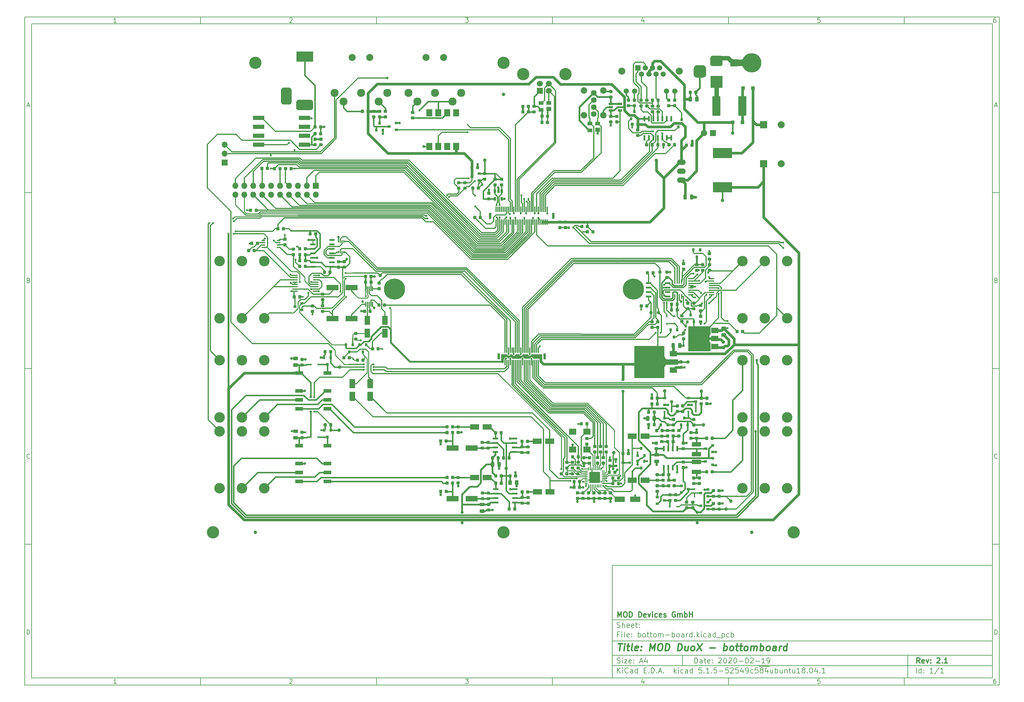
<source format=gbr>
G04 #@! TF.GenerationSoftware,KiCad,Pcbnew,5.1.5-52549c5~84~ubuntu18.04.1*
G04 #@! TF.CreationDate,2020-03-05T11:49:07+01:00*
G04 #@! TF.ProjectId,bottom-board,626f7474-6f6d-42d6-926f-6172642e6b69,2.1*
G04 #@! TF.SameCoordinates,PX48111b4PY15fd6c8*
G04 #@! TF.FileFunction,Copper,L1,Top*
G04 #@! TF.FilePolarity,Positive*
%FSLAX46Y46*%
G04 Gerber Fmt 4.6, Leading zero omitted, Abs format (unit mm)*
G04 Created by KiCad (PCBNEW 5.1.5-52549c5~84~ubuntu18.04.1) date 2020-03-05 11:49:07*
%MOMM*%
%LPD*%
G04 APERTURE LIST*
%ADD10C,0.100000*%
%ADD11C,0.150000*%
%ADD12C,0.300000*%
%ADD13C,0.400000*%
%ADD14C,0.304800*%
%ADD15R,3.500000X1.600000*%
%ADD16R,2.600000X1.600000*%
%ADD17R,0.800000X0.900000*%
%ADD18R,0.450000X1.450000*%
%ADD19R,0.300000X1.400000*%
%ADD20R,5.400000X2.900000*%
%ADD21R,2.000000X1.800000*%
%ADD22C,1.800000*%
%ADD23R,1.800000X1.800000*%
%ADD24C,5.500000*%
%ADD25R,2.000000X2.000000*%
%ADD26O,2.499360X1.501140*%
%ADD27O,1.727200X1.727200*%
%ADD28R,1.727200X1.727200*%
%ADD29R,2.200000X1.000000*%
%ADD30C,3.000000*%
%ADD31C,1.000000*%
%ADD32C,3.500000*%
%ADD33R,3.000000X1.600000*%
%ADD34R,1.600000X2.600000*%
%ADD35R,1.100000X1.100000*%
%ADD36R,0.900000X0.800000*%
%ADD37R,0.600000X0.450000*%
%ADD38R,1.400000X1.000000*%
%ADD39R,1.400000X1.200000*%
%ADD40R,0.450000X0.600000*%
%ADD41R,3.500000X3.500000*%
%ADD42O,1.700000X1.700000*%
%ADD43R,1.700000X1.700000*%
%ADD44C,1.700000*%
%ADD45C,1.620000*%
%ADD46C,1.850000*%
%ADD47R,1.500000X1.500000*%
%ADD48C,1.500000*%
%ADD49C,2.000000*%
%ADD50R,4.800000X3.000000*%
%ADD51R,3.175000X1.270000*%
%ADD52R,0.650000X1.060000*%
%ADD53R,0.600000X1.550000*%
%ADD54R,1.550000X0.600000*%
%ADD55R,1.220000X0.650000*%
%ADD56R,0.600000X1.500000*%
%ADD57R,0.300000X0.800000*%
%ADD58R,1.500000X0.600000*%
%ADD59C,2.300000*%
%ADD60R,0.800000X1.800000*%
%ADD61R,0.300000X1.600000*%
%ADD62R,2.000000X3.800000*%
%ADD63R,2.000000X1.500000*%
%ADD64R,1.780000X2.000000*%
%ADD65R,1.100000X0.400000*%
%ADD66C,6.000000*%
%ADD67R,1.500000X0.450000*%
%ADD68C,0.750000*%
%ADD69C,0.900000*%
%ADD70C,0.600000*%
%ADD71C,0.381000*%
%ADD72C,0.254000*%
%ADD73C,0.762000*%
%ADD74C,0.508000*%
%ADD75C,1.270000*%
G04 APERTURE END LIST*
D10*
D11*
X101434660Y-142949080D02*
X101434660Y-174949080D01*
X209434660Y-174949080D01*
X209434660Y-142949080D01*
X101434660Y-142949080D01*
D10*
D11*
X-65567540Y13058120D02*
X-65567540Y-176949080D01*
X211434660Y-176949080D01*
X211434660Y13058120D01*
X-65567540Y13058120D01*
D10*
D11*
X-63567540Y11058120D02*
X-63567540Y-174949080D01*
X209434660Y-174949080D01*
X209434660Y11058120D01*
X-63567540Y11058120D01*
D10*
D11*
X-15567540Y11058120D02*
X-15567540Y13058120D01*
D10*
D11*
X34432460Y11058120D02*
X34432460Y13058120D01*
D10*
D11*
X84432460Y11058120D02*
X84432460Y13058120D01*
D10*
D11*
X134432460Y11058120D02*
X134432460Y13058120D01*
D10*
D11*
X184432460Y11058120D02*
X184432460Y13058120D01*
D10*
D11*
X-39502064Y11470025D02*
X-40244921Y11470025D01*
X-39873493Y11470025D02*
X-39873493Y12770025D01*
X-39997302Y12584311D01*
X-40121112Y12460501D01*
X-40244921Y12398597D01*
D10*
D11*
X9755079Y12646216D02*
X9816983Y12708120D01*
X9940793Y12770025D01*
X10250317Y12770025D01*
X10374126Y12708120D01*
X10436031Y12646216D01*
X10497936Y12522406D01*
X10497936Y12398597D01*
X10436031Y12212882D01*
X9693174Y11470025D01*
X10497936Y11470025D01*
D10*
D11*
X59693174Y12770025D02*
X60497936Y12770025D01*
X60064602Y12274787D01*
X60250317Y12274787D01*
X60374126Y12212882D01*
X60436031Y12150978D01*
X60497936Y12027168D01*
X60497936Y11717644D01*
X60436031Y11593835D01*
X60374126Y11531930D01*
X60250317Y11470025D01*
X59878888Y11470025D01*
X59755079Y11531930D01*
X59693174Y11593835D01*
D10*
D11*
X110374126Y12336692D02*
X110374126Y11470025D01*
X110064602Y12831930D02*
X109755079Y11903359D01*
X110559840Y11903359D01*
D10*
D11*
X160436031Y12770025D02*
X159816983Y12770025D01*
X159755079Y12150978D01*
X159816983Y12212882D01*
X159940793Y12274787D01*
X160250317Y12274787D01*
X160374126Y12212882D01*
X160436031Y12150978D01*
X160497936Y12027168D01*
X160497936Y11717644D01*
X160436031Y11593835D01*
X160374126Y11531930D01*
X160250317Y11470025D01*
X159940793Y11470025D01*
X159816983Y11531930D01*
X159755079Y11593835D01*
D10*
D11*
X210374126Y12770025D02*
X210126507Y12770025D01*
X210002698Y12708120D01*
X209940793Y12646216D01*
X209816983Y12460501D01*
X209755079Y12212882D01*
X209755079Y11717644D01*
X209816983Y11593835D01*
X209878888Y11531930D01*
X210002698Y11470025D01*
X210250317Y11470025D01*
X210374126Y11531930D01*
X210436031Y11593835D01*
X210497936Y11717644D01*
X210497936Y12027168D01*
X210436031Y12150978D01*
X210374126Y12212882D01*
X210250317Y12274787D01*
X210002698Y12274787D01*
X209878888Y12212882D01*
X209816983Y12150978D01*
X209755079Y12027168D01*
D10*
D11*
X-15567540Y-174949080D02*
X-15567540Y-176949080D01*
D10*
D11*
X34432460Y-174949080D02*
X34432460Y-176949080D01*
D10*
D11*
X84432460Y-174949080D02*
X84432460Y-176949080D01*
D10*
D11*
X134432460Y-174949080D02*
X134432460Y-176949080D01*
D10*
D11*
X184432460Y-174949080D02*
X184432460Y-176949080D01*
D10*
D11*
X-39502064Y-176537175D02*
X-40244921Y-176537175D01*
X-39873493Y-176537175D02*
X-39873493Y-175237175D01*
X-39997302Y-175422889D01*
X-40121112Y-175546699D01*
X-40244921Y-175608603D01*
D10*
D11*
X9755079Y-175360984D02*
X9816983Y-175299080D01*
X9940793Y-175237175D01*
X10250317Y-175237175D01*
X10374126Y-175299080D01*
X10436031Y-175360984D01*
X10497936Y-175484794D01*
X10497936Y-175608603D01*
X10436031Y-175794318D01*
X9693174Y-176537175D01*
X10497936Y-176537175D01*
D10*
D11*
X59693174Y-175237175D02*
X60497936Y-175237175D01*
X60064602Y-175732413D01*
X60250317Y-175732413D01*
X60374126Y-175794318D01*
X60436031Y-175856222D01*
X60497936Y-175980032D01*
X60497936Y-176289556D01*
X60436031Y-176413365D01*
X60374126Y-176475270D01*
X60250317Y-176537175D01*
X59878888Y-176537175D01*
X59755079Y-176475270D01*
X59693174Y-176413365D01*
D10*
D11*
X110374126Y-175670508D02*
X110374126Y-176537175D01*
X110064602Y-175175270D02*
X109755079Y-176103841D01*
X110559840Y-176103841D01*
D10*
D11*
X160436031Y-175237175D02*
X159816983Y-175237175D01*
X159755079Y-175856222D01*
X159816983Y-175794318D01*
X159940793Y-175732413D01*
X160250317Y-175732413D01*
X160374126Y-175794318D01*
X160436031Y-175856222D01*
X160497936Y-175980032D01*
X160497936Y-176289556D01*
X160436031Y-176413365D01*
X160374126Y-176475270D01*
X160250317Y-176537175D01*
X159940793Y-176537175D01*
X159816983Y-176475270D01*
X159755079Y-176413365D01*
D10*
D11*
X210374126Y-175237175D02*
X210126507Y-175237175D01*
X210002698Y-175299080D01*
X209940793Y-175360984D01*
X209816983Y-175546699D01*
X209755079Y-175794318D01*
X209755079Y-176289556D01*
X209816983Y-176413365D01*
X209878888Y-176475270D01*
X210002698Y-176537175D01*
X210250317Y-176537175D01*
X210374126Y-176475270D01*
X210436031Y-176413365D01*
X210497936Y-176289556D01*
X210497936Y-175980032D01*
X210436031Y-175856222D01*
X210374126Y-175794318D01*
X210250317Y-175732413D01*
X210002698Y-175732413D01*
X209878888Y-175794318D01*
X209816983Y-175856222D01*
X209755079Y-175980032D01*
D10*
D11*
X-65567540Y-36941880D02*
X-63567540Y-36941880D01*
D10*
D11*
X-65567540Y-86941880D02*
X-63567540Y-86941880D01*
D10*
D11*
X-65567540Y-136941880D02*
X-63567540Y-136941880D01*
D10*
D11*
X-64877064Y-12158546D02*
X-64258017Y-12158546D01*
X-65000874Y-12529975D02*
X-64567540Y-11229975D01*
X-64134207Y-12529975D01*
D10*
D11*
X-64474683Y-61849022D02*
X-64288969Y-61910927D01*
X-64227064Y-61972832D01*
X-64165160Y-62096641D01*
X-64165160Y-62282356D01*
X-64227064Y-62406165D01*
X-64288969Y-62468070D01*
X-64412779Y-62529975D01*
X-64908017Y-62529975D01*
X-64908017Y-61229975D01*
X-64474683Y-61229975D01*
X-64350874Y-61291880D01*
X-64288969Y-61353784D01*
X-64227064Y-61477594D01*
X-64227064Y-61601403D01*
X-64288969Y-61725213D01*
X-64350874Y-61787118D01*
X-64474683Y-61849022D01*
X-64908017Y-61849022D01*
D10*
D11*
X-64165160Y-112406165D02*
X-64227064Y-112468070D01*
X-64412779Y-112529975D01*
X-64536588Y-112529975D01*
X-64722302Y-112468070D01*
X-64846112Y-112344260D01*
X-64908017Y-112220451D01*
X-64969921Y-111972832D01*
X-64969921Y-111787118D01*
X-64908017Y-111539499D01*
X-64846112Y-111415689D01*
X-64722302Y-111291880D01*
X-64536588Y-111229975D01*
X-64412779Y-111229975D01*
X-64227064Y-111291880D01*
X-64165160Y-111353784D01*
D10*
D11*
X-64908017Y-162529975D02*
X-64908017Y-161229975D01*
X-64598493Y-161229975D01*
X-64412779Y-161291880D01*
X-64288969Y-161415689D01*
X-64227064Y-161539499D01*
X-64165160Y-161787118D01*
X-64165160Y-161972832D01*
X-64227064Y-162220451D01*
X-64288969Y-162344260D01*
X-64412779Y-162468070D01*
X-64598493Y-162529975D01*
X-64908017Y-162529975D01*
D10*
D11*
X211434660Y-36941880D02*
X209434660Y-36941880D01*
D10*
D11*
X211434660Y-86941880D02*
X209434660Y-86941880D01*
D10*
D11*
X211434660Y-136941880D02*
X209434660Y-136941880D01*
D10*
D11*
X210125136Y-12158546D02*
X210744183Y-12158546D01*
X210001326Y-12529975D02*
X210434660Y-11229975D01*
X210867993Y-12529975D01*
D10*
D11*
X210527517Y-61849022D02*
X210713231Y-61910927D01*
X210775136Y-61972832D01*
X210837040Y-62096641D01*
X210837040Y-62282356D01*
X210775136Y-62406165D01*
X210713231Y-62468070D01*
X210589421Y-62529975D01*
X210094183Y-62529975D01*
X210094183Y-61229975D01*
X210527517Y-61229975D01*
X210651326Y-61291880D01*
X210713231Y-61353784D01*
X210775136Y-61477594D01*
X210775136Y-61601403D01*
X210713231Y-61725213D01*
X210651326Y-61787118D01*
X210527517Y-61849022D01*
X210094183Y-61849022D01*
D10*
D11*
X210837040Y-112406165D02*
X210775136Y-112468070D01*
X210589421Y-112529975D01*
X210465612Y-112529975D01*
X210279898Y-112468070D01*
X210156088Y-112344260D01*
X210094183Y-112220451D01*
X210032279Y-111972832D01*
X210032279Y-111787118D01*
X210094183Y-111539499D01*
X210156088Y-111415689D01*
X210279898Y-111291880D01*
X210465612Y-111229975D01*
X210589421Y-111229975D01*
X210775136Y-111291880D01*
X210837040Y-111353784D01*
D10*
D11*
X210094183Y-162529975D02*
X210094183Y-161229975D01*
X210403707Y-161229975D01*
X210589421Y-161291880D01*
X210713231Y-161415689D01*
X210775136Y-161539499D01*
X210837040Y-161787118D01*
X210837040Y-161972832D01*
X210775136Y-162220451D01*
X210713231Y-162344260D01*
X210589421Y-162468070D01*
X210403707Y-162529975D01*
X210094183Y-162529975D01*
D10*
D11*
X124866802Y-170727651D02*
X124866802Y-169227651D01*
X125223945Y-169227651D01*
X125438231Y-169299080D01*
X125581088Y-169441937D01*
X125652517Y-169584794D01*
X125723945Y-169870508D01*
X125723945Y-170084794D01*
X125652517Y-170370508D01*
X125581088Y-170513365D01*
X125438231Y-170656222D01*
X125223945Y-170727651D01*
X124866802Y-170727651D01*
X127009660Y-170727651D02*
X127009660Y-169941937D01*
X126938231Y-169799080D01*
X126795374Y-169727651D01*
X126509660Y-169727651D01*
X126366802Y-169799080D01*
X127009660Y-170656222D02*
X126866802Y-170727651D01*
X126509660Y-170727651D01*
X126366802Y-170656222D01*
X126295374Y-170513365D01*
X126295374Y-170370508D01*
X126366802Y-170227651D01*
X126509660Y-170156222D01*
X126866802Y-170156222D01*
X127009660Y-170084794D01*
X127509660Y-169727651D02*
X128081088Y-169727651D01*
X127723945Y-169227651D02*
X127723945Y-170513365D01*
X127795374Y-170656222D01*
X127938231Y-170727651D01*
X128081088Y-170727651D01*
X129152517Y-170656222D02*
X129009660Y-170727651D01*
X128723945Y-170727651D01*
X128581088Y-170656222D01*
X128509660Y-170513365D01*
X128509660Y-169941937D01*
X128581088Y-169799080D01*
X128723945Y-169727651D01*
X129009660Y-169727651D01*
X129152517Y-169799080D01*
X129223945Y-169941937D01*
X129223945Y-170084794D01*
X128509660Y-170227651D01*
X129866802Y-170584794D02*
X129938231Y-170656222D01*
X129866802Y-170727651D01*
X129795374Y-170656222D01*
X129866802Y-170584794D01*
X129866802Y-170727651D01*
X129866802Y-169799080D02*
X129938231Y-169870508D01*
X129866802Y-169941937D01*
X129795374Y-169870508D01*
X129866802Y-169799080D01*
X129866802Y-169941937D01*
X131652517Y-169370508D02*
X131723945Y-169299080D01*
X131866802Y-169227651D01*
X132223945Y-169227651D01*
X132366802Y-169299080D01*
X132438231Y-169370508D01*
X132509660Y-169513365D01*
X132509660Y-169656222D01*
X132438231Y-169870508D01*
X131581088Y-170727651D01*
X132509660Y-170727651D01*
X133438231Y-169227651D02*
X133581088Y-169227651D01*
X133723945Y-169299080D01*
X133795374Y-169370508D01*
X133866802Y-169513365D01*
X133938231Y-169799080D01*
X133938231Y-170156222D01*
X133866802Y-170441937D01*
X133795374Y-170584794D01*
X133723945Y-170656222D01*
X133581088Y-170727651D01*
X133438231Y-170727651D01*
X133295374Y-170656222D01*
X133223945Y-170584794D01*
X133152517Y-170441937D01*
X133081088Y-170156222D01*
X133081088Y-169799080D01*
X133152517Y-169513365D01*
X133223945Y-169370508D01*
X133295374Y-169299080D01*
X133438231Y-169227651D01*
X134509660Y-169370508D02*
X134581088Y-169299080D01*
X134723945Y-169227651D01*
X135081088Y-169227651D01*
X135223945Y-169299080D01*
X135295374Y-169370508D01*
X135366802Y-169513365D01*
X135366802Y-169656222D01*
X135295374Y-169870508D01*
X134438231Y-170727651D01*
X135366802Y-170727651D01*
X136295374Y-169227651D02*
X136438231Y-169227651D01*
X136581088Y-169299080D01*
X136652517Y-169370508D01*
X136723945Y-169513365D01*
X136795374Y-169799080D01*
X136795374Y-170156222D01*
X136723945Y-170441937D01*
X136652517Y-170584794D01*
X136581088Y-170656222D01*
X136438231Y-170727651D01*
X136295374Y-170727651D01*
X136152517Y-170656222D01*
X136081088Y-170584794D01*
X136009660Y-170441937D01*
X135938231Y-170156222D01*
X135938231Y-169799080D01*
X136009660Y-169513365D01*
X136081088Y-169370508D01*
X136152517Y-169299080D01*
X136295374Y-169227651D01*
X137438231Y-170156222D02*
X138581088Y-170156222D01*
X139581088Y-169227651D02*
X139723945Y-169227651D01*
X139866802Y-169299080D01*
X139938231Y-169370508D01*
X140009660Y-169513365D01*
X140081088Y-169799080D01*
X140081088Y-170156222D01*
X140009660Y-170441937D01*
X139938231Y-170584794D01*
X139866802Y-170656222D01*
X139723945Y-170727651D01*
X139581088Y-170727651D01*
X139438231Y-170656222D01*
X139366802Y-170584794D01*
X139295374Y-170441937D01*
X139223945Y-170156222D01*
X139223945Y-169799080D01*
X139295374Y-169513365D01*
X139366802Y-169370508D01*
X139438231Y-169299080D01*
X139581088Y-169227651D01*
X140652517Y-169370508D02*
X140723945Y-169299080D01*
X140866802Y-169227651D01*
X141223945Y-169227651D01*
X141366802Y-169299080D01*
X141438231Y-169370508D01*
X141509660Y-169513365D01*
X141509660Y-169656222D01*
X141438231Y-169870508D01*
X140581088Y-170727651D01*
X141509660Y-170727651D01*
X142152517Y-170156222D02*
X143295374Y-170156222D01*
X144795374Y-170727651D02*
X143938231Y-170727651D01*
X144366802Y-170727651D02*
X144366802Y-169227651D01*
X144223945Y-169441937D01*
X144081088Y-169584794D01*
X143938231Y-169656222D01*
X145509660Y-170727651D02*
X145795374Y-170727651D01*
X145938231Y-170656222D01*
X146009660Y-170584794D01*
X146152517Y-170370508D01*
X146223945Y-170084794D01*
X146223945Y-169513365D01*
X146152517Y-169370508D01*
X146081088Y-169299080D01*
X145938231Y-169227651D01*
X145652517Y-169227651D01*
X145509660Y-169299080D01*
X145438231Y-169370508D01*
X145366802Y-169513365D01*
X145366802Y-169870508D01*
X145438231Y-170013365D01*
X145509660Y-170084794D01*
X145652517Y-170156222D01*
X145938231Y-170156222D01*
X146081088Y-170084794D01*
X146152517Y-170013365D01*
X146223945Y-169870508D01*
D10*
D11*
X101434660Y-171449080D02*
X209434660Y-171449080D01*
D10*
D11*
X102866802Y-173527651D02*
X102866802Y-172027651D01*
X103723945Y-173527651D02*
X103081088Y-172670508D01*
X103723945Y-172027651D02*
X102866802Y-172884794D01*
X104366802Y-173527651D02*
X104366802Y-172527651D01*
X104366802Y-172027651D02*
X104295374Y-172099080D01*
X104366802Y-172170508D01*
X104438231Y-172099080D01*
X104366802Y-172027651D01*
X104366802Y-172170508D01*
X105938231Y-173384794D02*
X105866802Y-173456222D01*
X105652517Y-173527651D01*
X105509660Y-173527651D01*
X105295374Y-173456222D01*
X105152517Y-173313365D01*
X105081088Y-173170508D01*
X105009660Y-172884794D01*
X105009660Y-172670508D01*
X105081088Y-172384794D01*
X105152517Y-172241937D01*
X105295374Y-172099080D01*
X105509660Y-172027651D01*
X105652517Y-172027651D01*
X105866802Y-172099080D01*
X105938231Y-172170508D01*
X107223945Y-173527651D02*
X107223945Y-172741937D01*
X107152517Y-172599080D01*
X107009660Y-172527651D01*
X106723945Y-172527651D01*
X106581088Y-172599080D01*
X107223945Y-173456222D02*
X107081088Y-173527651D01*
X106723945Y-173527651D01*
X106581088Y-173456222D01*
X106509660Y-173313365D01*
X106509660Y-173170508D01*
X106581088Y-173027651D01*
X106723945Y-172956222D01*
X107081088Y-172956222D01*
X107223945Y-172884794D01*
X108581088Y-173527651D02*
X108581088Y-172027651D01*
X108581088Y-173456222D02*
X108438231Y-173527651D01*
X108152517Y-173527651D01*
X108009660Y-173456222D01*
X107938231Y-173384794D01*
X107866802Y-173241937D01*
X107866802Y-172813365D01*
X107938231Y-172670508D01*
X108009660Y-172599080D01*
X108152517Y-172527651D01*
X108438231Y-172527651D01*
X108581088Y-172599080D01*
X110438231Y-172741937D02*
X110938231Y-172741937D01*
X111152517Y-173527651D02*
X110438231Y-173527651D01*
X110438231Y-172027651D01*
X111152517Y-172027651D01*
X111795374Y-173384794D02*
X111866802Y-173456222D01*
X111795374Y-173527651D01*
X111723945Y-173456222D01*
X111795374Y-173384794D01*
X111795374Y-173527651D01*
X112509660Y-173527651D02*
X112509660Y-172027651D01*
X112866802Y-172027651D01*
X113081088Y-172099080D01*
X113223945Y-172241937D01*
X113295374Y-172384794D01*
X113366802Y-172670508D01*
X113366802Y-172884794D01*
X113295374Y-173170508D01*
X113223945Y-173313365D01*
X113081088Y-173456222D01*
X112866802Y-173527651D01*
X112509660Y-173527651D01*
X114009660Y-173384794D02*
X114081088Y-173456222D01*
X114009660Y-173527651D01*
X113938231Y-173456222D01*
X114009660Y-173384794D01*
X114009660Y-173527651D01*
X114652517Y-173099080D02*
X115366802Y-173099080D01*
X114509660Y-173527651D02*
X115009660Y-172027651D01*
X115509660Y-173527651D01*
X116009660Y-173384794D02*
X116081088Y-173456222D01*
X116009660Y-173527651D01*
X115938231Y-173456222D01*
X116009660Y-173384794D01*
X116009660Y-173527651D01*
X119009660Y-173527651D02*
X119009660Y-172027651D01*
X119152517Y-172956222D02*
X119581088Y-173527651D01*
X119581088Y-172527651D02*
X119009660Y-173099080D01*
X120223945Y-173527651D02*
X120223945Y-172527651D01*
X120223945Y-172027651D02*
X120152517Y-172099080D01*
X120223945Y-172170508D01*
X120295374Y-172099080D01*
X120223945Y-172027651D01*
X120223945Y-172170508D01*
X121581088Y-173456222D02*
X121438231Y-173527651D01*
X121152517Y-173527651D01*
X121009660Y-173456222D01*
X120938231Y-173384794D01*
X120866802Y-173241937D01*
X120866802Y-172813365D01*
X120938231Y-172670508D01*
X121009660Y-172599080D01*
X121152517Y-172527651D01*
X121438231Y-172527651D01*
X121581088Y-172599080D01*
X122866802Y-173527651D02*
X122866802Y-172741937D01*
X122795374Y-172599080D01*
X122652517Y-172527651D01*
X122366802Y-172527651D01*
X122223945Y-172599080D01*
X122866802Y-173456222D02*
X122723945Y-173527651D01*
X122366802Y-173527651D01*
X122223945Y-173456222D01*
X122152517Y-173313365D01*
X122152517Y-173170508D01*
X122223945Y-173027651D01*
X122366802Y-172956222D01*
X122723945Y-172956222D01*
X122866802Y-172884794D01*
X124223945Y-173527651D02*
X124223945Y-172027651D01*
X124223945Y-173456222D02*
X124081088Y-173527651D01*
X123795374Y-173527651D01*
X123652517Y-173456222D01*
X123581088Y-173384794D01*
X123509660Y-173241937D01*
X123509660Y-172813365D01*
X123581088Y-172670508D01*
X123652517Y-172599080D01*
X123795374Y-172527651D01*
X124081088Y-172527651D01*
X124223945Y-172599080D01*
X126795374Y-172027651D02*
X126081088Y-172027651D01*
X126009660Y-172741937D01*
X126081088Y-172670508D01*
X126223945Y-172599080D01*
X126581088Y-172599080D01*
X126723945Y-172670508D01*
X126795374Y-172741937D01*
X126866802Y-172884794D01*
X126866802Y-173241937D01*
X126795374Y-173384794D01*
X126723945Y-173456222D01*
X126581088Y-173527651D01*
X126223945Y-173527651D01*
X126081088Y-173456222D01*
X126009660Y-173384794D01*
X127509660Y-173384794D02*
X127581088Y-173456222D01*
X127509660Y-173527651D01*
X127438231Y-173456222D01*
X127509660Y-173384794D01*
X127509660Y-173527651D01*
X129009660Y-173527651D02*
X128152517Y-173527651D01*
X128581088Y-173527651D02*
X128581088Y-172027651D01*
X128438231Y-172241937D01*
X128295374Y-172384794D01*
X128152517Y-172456222D01*
X129652517Y-173384794D02*
X129723945Y-173456222D01*
X129652517Y-173527651D01*
X129581088Y-173456222D01*
X129652517Y-173384794D01*
X129652517Y-173527651D01*
X131081088Y-172027651D02*
X130366802Y-172027651D01*
X130295374Y-172741937D01*
X130366802Y-172670508D01*
X130509660Y-172599080D01*
X130866802Y-172599080D01*
X131009660Y-172670508D01*
X131081088Y-172741937D01*
X131152517Y-172884794D01*
X131152517Y-173241937D01*
X131081088Y-173384794D01*
X131009660Y-173456222D01*
X130866802Y-173527651D01*
X130509660Y-173527651D01*
X130366802Y-173456222D01*
X130295374Y-173384794D01*
X131795374Y-172956222D02*
X132938231Y-172956222D01*
X134366802Y-172027651D02*
X133652517Y-172027651D01*
X133581088Y-172741937D01*
X133652517Y-172670508D01*
X133795374Y-172599080D01*
X134152517Y-172599080D01*
X134295374Y-172670508D01*
X134366802Y-172741937D01*
X134438231Y-172884794D01*
X134438231Y-173241937D01*
X134366802Y-173384794D01*
X134295374Y-173456222D01*
X134152517Y-173527651D01*
X133795374Y-173527651D01*
X133652517Y-173456222D01*
X133581088Y-173384794D01*
X135009660Y-172170508D02*
X135081088Y-172099080D01*
X135223945Y-172027651D01*
X135581088Y-172027651D01*
X135723945Y-172099080D01*
X135795374Y-172170508D01*
X135866802Y-172313365D01*
X135866802Y-172456222D01*
X135795374Y-172670508D01*
X134938231Y-173527651D01*
X135866802Y-173527651D01*
X137223945Y-172027651D02*
X136509660Y-172027651D01*
X136438231Y-172741937D01*
X136509660Y-172670508D01*
X136652517Y-172599080D01*
X137009660Y-172599080D01*
X137152517Y-172670508D01*
X137223945Y-172741937D01*
X137295374Y-172884794D01*
X137295374Y-173241937D01*
X137223945Y-173384794D01*
X137152517Y-173456222D01*
X137009660Y-173527651D01*
X136652517Y-173527651D01*
X136509660Y-173456222D01*
X136438231Y-173384794D01*
X138581088Y-172527651D02*
X138581088Y-173527651D01*
X138223945Y-171956222D02*
X137866802Y-173027651D01*
X138795374Y-173027651D01*
X139438231Y-173527651D02*
X139723945Y-173527651D01*
X139866802Y-173456222D01*
X139938231Y-173384794D01*
X140081088Y-173170508D01*
X140152517Y-172884794D01*
X140152517Y-172313365D01*
X140081088Y-172170508D01*
X140009660Y-172099080D01*
X139866802Y-172027651D01*
X139581088Y-172027651D01*
X139438231Y-172099080D01*
X139366802Y-172170508D01*
X139295374Y-172313365D01*
X139295374Y-172670508D01*
X139366802Y-172813365D01*
X139438231Y-172884794D01*
X139581088Y-172956222D01*
X139866802Y-172956222D01*
X140009660Y-172884794D01*
X140081088Y-172813365D01*
X140152517Y-172670508D01*
X141438231Y-173456222D02*
X141295374Y-173527651D01*
X141009660Y-173527651D01*
X140866802Y-173456222D01*
X140795374Y-173384794D01*
X140723945Y-173241937D01*
X140723945Y-172813365D01*
X140795374Y-172670508D01*
X140866802Y-172599080D01*
X141009660Y-172527651D01*
X141295374Y-172527651D01*
X141438231Y-172599080D01*
X142795374Y-172027651D02*
X142081088Y-172027651D01*
X142009660Y-172741937D01*
X142081088Y-172670508D01*
X142223945Y-172599080D01*
X142581088Y-172599080D01*
X142723945Y-172670508D01*
X142795374Y-172741937D01*
X142866802Y-172884794D01*
X142866802Y-173241937D01*
X142795374Y-173384794D01*
X142723945Y-173456222D01*
X142581088Y-173527651D01*
X142223945Y-173527651D01*
X142081088Y-173456222D01*
X142009660Y-173384794D01*
X143152517Y-171619080D02*
X144581088Y-171619080D01*
X143723945Y-172670508D02*
X143581088Y-172599080D01*
X143509660Y-172527651D01*
X143438231Y-172384794D01*
X143438231Y-172313365D01*
X143509660Y-172170508D01*
X143581088Y-172099080D01*
X143723945Y-172027651D01*
X144009660Y-172027651D01*
X144152517Y-172099080D01*
X144223945Y-172170508D01*
X144295374Y-172313365D01*
X144295374Y-172384794D01*
X144223945Y-172527651D01*
X144152517Y-172599080D01*
X144009660Y-172670508D01*
X143723945Y-172670508D01*
X143581088Y-172741937D01*
X143509660Y-172813365D01*
X143438231Y-172956222D01*
X143438231Y-173241937D01*
X143509660Y-173384794D01*
X143581088Y-173456222D01*
X143723945Y-173527651D01*
X144009660Y-173527651D01*
X144152517Y-173456222D01*
X144223945Y-173384794D01*
X144295374Y-173241937D01*
X144295374Y-172956222D01*
X144223945Y-172813365D01*
X144152517Y-172741937D01*
X144009660Y-172670508D01*
X144581088Y-171619080D02*
X146009659Y-171619080D01*
X145581088Y-172527651D02*
X145581088Y-173527651D01*
X145223945Y-171956222D02*
X144866802Y-173027651D01*
X145795374Y-173027651D01*
X147009659Y-172527651D02*
X147009659Y-173527651D01*
X146366802Y-172527651D02*
X146366802Y-173313365D01*
X146438231Y-173456222D01*
X146581088Y-173527651D01*
X146795374Y-173527651D01*
X146938231Y-173456222D01*
X147009659Y-173384794D01*
X147723945Y-173527651D02*
X147723945Y-172027651D01*
X147723945Y-172599080D02*
X147866802Y-172527651D01*
X148152517Y-172527651D01*
X148295374Y-172599080D01*
X148366802Y-172670508D01*
X148438231Y-172813365D01*
X148438231Y-173241937D01*
X148366802Y-173384794D01*
X148295374Y-173456222D01*
X148152517Y-173527651D01*
X147866802Y-173527651D01*
X147723945Y-173456222D01*
X149723945Y-172527651D02*
X149723945Y-173527651D01*
X149081088Y-172527651D02*
X149081088Y-173313365D01*
X149152517Y-173456222D01*
X149295374Y-173527651D01*
X149509659Y-173527651D01*
X149652517Y-173456222D01*
X149723945Y-173384794D01*
X150438231Y-172527651D02*
X150438231Y-173527651D01*
X150438231Y-172670508D02*
X150509659Y-172599080D01*
X150652517Y-172527651D01*
X150866802Y-172527651D01*
X151009659Y-172599080D01*
X151081088Y-172741937D01*
X151081088Y-173527651D01*
X151581088Y-172527651D02*
X152152517Y-172527651D01*
X151795374Y-172027651D02*
X151795374Y-173313365D01*
X151866802Y-173456222D01*
X152009660Y-173527651D01*
X152152517Y-173527651D01*
X153295374Y-172527651D02*
X153295374Y-173527651D01*
X152652517Y-172527651D02*
X152652517Y-173313365D01*
X152723945Y-173456222D01*
X152866802Y-173527651D01*
X153081088Y-173527651D01*
X153223945Y-173456222D01*
X153295374Y-173384794D01*
X154795374Y-173527651D02*
X153938231Y-173527651D01*
X154366802Y-173527651D02*
X154366802Y-172027651D01*
X154223945Y-172241937D01*
X154081088Y-172384794D01*
X153938231Y-172456222D01*
X155652517Y-172670508D02*
X155509659Y-172599080D01*
X155438231Y-172527651D01*
X155366802Y-172384794D01*
X155366802Y-172313365D01*
X155438231Y-172170508D01*
X155509659Y-172099080D01*
X155652517Y-172027651D01*
X155938231Y-172027651D01*
X156081088Y-172099080D01*
X156152517Y-172170508D01*
X156223945Y-172313365D01*
X156223945Y-172384794D01*
X156152517Y-172527651D01*
X156081088Y-172599080D01*
X155938231Y-172670508D01*
X155652517Y-172670508D01*
X155509659Y-172741937D01*
X155438231Y-172813365D01*
X155366802Y-172956222D01*
X155366802Y-173241937D01*
X155438231Y-173384794D01*
X155509659Y-173456222D01*
X155652517Y-173527651D01*
X155938231Y-173527651D01*
X156081088Y-173456222D01*
X156152517Y-173384794D01*
X156223945Y-173241937D01*
X156223945Y-172956222D01*
X156152517Y-172813365D01*
X156081088Y-172741937D01*
X155938231Y-172670508D01*
X156866802Y-173384794D02*
X156938231Y-173456222D01*
X156866802Y-173527651D01*
X156795374Y-173456222D01*
X156866802Y-173384794D01*
X156866802Y-173527651D01*
X157866802Y-172027651D02*
X158009659Y-172027651D01*
X158152517Y-172099080D01*
X158223945Y-172170508D01*
X158295374Y-172313365D01*
X158366802Y-172599080D01*
X158366802Y-172956222D01*
X158295374Y-173241937D01*
X158223945Y-173384794D01*
X158152517Y-173456222D01*
X158009659Y-173527651D01*
X157866802Y-173527651D01*
X157723945Y-173456222D01*
X157652517Y-173384794D01*
X157581088Y-173241937D01*
X157509659Y-172956222D01*
X157509659Y-172599080D01*
X157581088Y-172313365D01*
X157652517Y-172170508D01*
X157723945Y-172099080D01*
X157866802Y-172027651D01*
X159652517Y-172527651D02*
X159652517Y-173527651D01*
X159295374Y-171956222D02*
X158938231Y-173027651D01*
X159866802Y-173027651D01*
X160438231Y-173384794D02*
X160509659Y-173456222D01*
X160438231Y-173527651D01*
X160366802Y-173456222D01*
X160438231Y-173384794D01*
X160438231Y-173527651D01*
X161938231Y-173527651D02*
X161081088Y-173527651D01*
X161509659Y-173527651D02*
X161509659Y-172027651D01*
X161366802Y-172241937D01*
X161223945Y-172384794D01*
X161081088Y-172456222D01*
D10*
D11*
X101434660Y-168449080D02*
X209434660Y-168449080D01*
D10*
D12*
X188843945Y-170727651D02*
X188343945Y-170013365D01*
X187986802Y-170727651D02*
X187986802Y-169227651D01*
X188558231Y-169227651D01*
X188701088Y-169299080D01*
X188772517Y-169370508D01*
X188843945Y-169513365D01*
X188843945Y-169727651D01*
X188772517Y-169870508D01*
X188701088Y-169941937D01*
X188558231Y-170013365D01*
X187986802Y-170013365D01*
X190058231Y-170656222D02*
X189915374Y-170727651D01*
X189629660Y-170727651D01*
X189486802Y-170656222D01*
X189415374Y-170513365D01*
X189415374Y-169941937D01*
X189486802Y-169799080D01*
X189629660Y-169727651D01*
X189915374Y-169727651D01*
X190058231Y-169799080D01*
X190129660Y-169941937D01*
X190129660Y-170084794D01*
X189415374Y-170227651D01*
X190629660Y-169727651D02*
X190986802Y-170727651D01*
X191343945Y-169727651D01*
X191915374Y-170584794D02*
X191986802Y-170656222D01*
X191915374Y-170727651D01*
X191843945Y-170656222D01*
X191915374Y-170584794D01*
X191915374Y-170727651D01*
X191915374Y-169799080D02*
X191986802Y-169870508D01*
X191915374Y-169941937D01*
X191843945Y-169870508D01*
X191915374Y-169799080D01*
X191915374Y-169941937D01*
X193701088Y-169370508D02*
X193772517Y-169299080D01*
X193915374Y-169227651D01*
X194272517Y-169227651D01*
X194415374Y-169299080D01*
X194486802Y-169370508D01*
X194558231Y-169513365D01*
X194558231Y-169656222D01*
X194486802Y-169870508D01*
X193629660Y-170727651D01*
X194558231Y-170727651D01*
X195201088Y-170584794D02*
X195272517Y-170656222D01*
X195201088Y-170727651D01*
X195129660Y-170656222D01*
X195201088Y-170584794D01*
X195201088Y-170727651D01*
X196701088Y-170727651D02*
X195843945Y-170727651D01*
X196272517Y-170727651D02*
X196272517Y-169227651D01*
X196129660Y-169441937D01*
X195986802Y-169584794D01*
X195843945Y-169656222D01*
D10*
D11*
X102795374Y-170656222D02*
X103009660Y-170727651D01*
X103366802Y-170727651D01*
X103509660Y-170656222D01*
X103581088Y-170584794D01*
X103652517Y-170441937D01*
X103652517Y-170299080D01*
X103581088Y-170156222D01*
X103509660Y-170084794D01*
X103366802Y-170013365D01*
X103081088Y-169941937D01*
X102938231Y-169870508D01*
X102866802Y-169799080D01*
X102795374Y-169656222D01*
X102795374Y-169513365D01*
X102866802Y-169370508D01*
X102938231Y-169299080D01*
X103081088Y-169227651D01*
X103438231Y-169227651D01*
X103652517Y-169299080D01*
X104295374Y-170727651D02*
X104295374Y-169727651D01*
X104295374Y-169227651D02*
X104223945Y-169299080D01*
X104295374Y-169370508D01*
X104366802Y-169299080D01*
X104295374Y-169227651D01*
X104295374Y-169370508D01*
X104866802Y-169727651D02*
X105652517Y-169727651D01*
X104866802Y-170727651D01*
X105652517Y-170727651D01*
X106795374Y-170656222D02*
X106652517Y-170727651D01*
X106366802Y-170727651D01*
X106223945Y-170656222D01*
X106152517Y-170513365D01*
X106152517Y-169941937D01*
X106223945Y-169799080D01*
X106366802Y-169727651D01*
X106652517Y-169727651D01*
X106795374Y-169799080D01*
X106866802Y-169941937D01*
X106866802Y-170084794D01*
X106152517Y-170227651D01*
X107509660Y-170584794D02*
X107581088Y-170656222D01*
X107509660Y-170727651D01*
X107438231Y-170656222D01*
X107509660Y-170584794D01*
X107509660Y-170727651D01*
X107509660Y-169799080D02*
X107581088Y-169870508D01*
X107509660Y-169941937D01*
X107438231Y-169870508D01*
X107509660Y-169799080D01*
X107509660Y-169941937D01*
X109295374Y-170299080D02*
X110009660Y-170299080D01*
X109152517Y-170727651D02*
X109652517Y-169227651D01*
X110152517Y-170727651D01*
X111295374Y-169727651D02*
X111295374Y-170727651D01*
X110938231Y-169156222D02*
X110581088Y-170227651D01*
X111509660Y-170227651D01*
D10*
D11*
X187866802Y-173527651D02*
X187866802Y-172027651D01*
X189223945Y-173527651D02*
X189223945Y-172027651D01*
X189223945Y-173456222D02*
X189081088Y-173527651D01*
X188795374Y-173527651D01*
X188652517Y-173456222D01*
X188581088Y-173384794D01*
X188509660Y-173241937D01*
X188509660Y-172813365D01*
X188581088Y-172670508D01*
X188652517Y-172599080D01*
X188795374Y-172527651D01*
X189081088Y-172527651D01*
X189223945Y-172599080D01*
X189938231Y-173384794D02*
X190009660Y-173456222D01*
X189938231Y-173527651D01*
X189866802Y-173456222D01*
X189938231Y-173384794D01*
X189938231Y-173527651D01*
X189938231Y-172599080D02*
X190009660Y-172670508D01*
X189938231Y-172741937D01*
X189866802Y-172670508D01*
X189938231Y-172599080D01*
X189938231Y-172741937D01*
X192581088Y-173527651D02*
X191723945Y-173527651D01*
X192152517Y-173527651D02*
X192152517Y-172027651D01*
X192009660Y-172241937D01*
X191866802Y-172384794D01*
X191723945Y-172456222D01*
X194295374Y-171956222D02*
X193009660Y-173884794D01*
X195581088Y-173527651D02*
X194723945Y-173527651D01*
X195152517Y-173527651D02*
X195152517Y-172027651D01*
X195009660Y-172241937D01*
X194866802Y-172384794D01*
X194723945Y-172456222D01*
D10*
D11*
X101434660Y-164449080D02*
X209434660Y-164449080D01*
D10*
D13*
X103147040Y-165153841D02*
X104289898Y-165153841D01*
X103468469Y-167153841D02*
X103718469Y-165153841D01*
X104706564Y-167153841D02*
X104873231Y-165820508D01*
X104956564Y-165153841D02*
X104849421Y-165249080D01*
X104932755Y-165344318D01*
X105039898Y-165249080D01*
X104956564Y-165153841D01*
X104932755Y-165344318D01*
X105539898Y-165820508D02*
X106301802Y-165820508D01*
X105908945Y-165153841D02*
X105694660Y-166868127D01*
X105766088Y-167058603D01*
X105944660Y-167153841D01*
X106135136Y-167153841D01*
X107087517Y-167153841D02*
X106908945Y-167058603D01*
X106837517Y-166868127D01*
X107051802Y-165153841D01*
X108623231Y-167058603D02*
X108420850Y-167153841D01*
X108039898Y-167153841D01*
X107861326Y-167058603D01*
X107789898Y-166868127D01*
X107885136Y-166106222D01*
X108004183Y-165915746D01*
X108206564Y-165820508D01*
X108587517Y-165820508D01*
X108766088Y-165915746D01*
X108837517Y-166106222D01*
X108813707Y-166296699D01*
X107837517Y-166487175D01*
X109587517Y-166963365D02*
X109670850Y-167058603D01*
X109563707Y-167153841D01*
X109480374Y-167058603D01*
X109587517Y-166963365D01*
X109563707Y-167153841D01*
X109718469Y-165915746D02*
X109801802Y-166010984D01*
X109694660Y-166106222D01*
X109611326Y-166010984D01*
X109718469Y-165915746D01*
X109694660Y-166106222D01*
X112039898Y-167153841D02*
X112289898Y-165153841D01*
X112777993Y-166582413D01*
X113623231Y-165153841D01*
X113373231Y-167153841D01*
X114956564Y-165153841D02*
X115337517Y-165153841D01*
X115516088Y-165249080D01*
X115682755Y-165439556D01*
X115730374Y-165820508D01*
X115647040Y-166487175D01*
X115504183Y-166868127D01*
X115289898Y-167058603D01*
X115087517Y-167153841D01*
X114706564Y-167153841D01*
X114527993Y-167058603D01*
X114361326Y-166868127D01*
X114313707Y-166487175D01*
X114397040Y-165820508D01*
X114539898Y-165439556D01*
X114754183Y-165249080D01*
X114956564Y-165153841D01*
X116420850Y-167153841D02*
X116670850Y-165153841D01*
X117147040Y-165153841D01*
X117420850Y-165249080D01*
X117587517Y-165439556D01*
X117658945Y-165630032D01*
X117706564Y-166010984D01*
X117670850Y-166296699D01*
X117527993Y-166677651D01*
X117408945Y-166868127D01*
X117194660Y-167058603D01*
X116897040Y-167153841D01*
X116420850Y-167153841D01*
X119944660Y-167153841D02*
X120194660Y-165153841D01*
X120670850Y-165153841D01*
X120944660Y-165249080D01*
X121111326Y-165439556D01*
X121182755Y-165630032D01*
X121230374Y-166010984D01*
X121194660Y-166296699D01*
X121051802Y-166677651D01*
X120932755Y-166868127D01*
X120718469Y-167058603D01*
X120420850Y-167153841D01*
X119944660Y-167153841D01*
X122968469Y-165820508D02*
X122801802Y-167153841D01*
X122111326Y-165820508D02*
X121980374Y-166868127D01*
X122051802Y-167058603D01*
X122230374Y-167153841D01*
X122516088Y-167153841D01*
X122718469Y-167058603D01*
X122825612Y-166963365D01*
X124039898Y-167153841D02*
X123861326Y-167058603D01*
X123777993Y-166963365D01*
X123706564Y-166772889D01*
X123777993Y-166201460D01*
X123897040Y-166010984D01*
X124004183Y-165915746D01*
X124206564Y-165820508D01*
X124492279Y-165820508D01*
X124670850Y-165915746D01*
X124754183Y-166010984D01*
X124825612Y-166201460D01*
X124754183Y-166772889D01*
X124635136Y-166963365D01*
X124527993Y-167058603D01*
X124325612Y-167153841D01*
X124039898Y-167153841D01*
X125623231Y-165153841D02*
X126706564Y-167153841D01*
X126956564Y-165153841D02*
X125373231Y-167153841D01*
X129087517Y-166391937D02*
X130611326Y-166391937D01*
X132992279Y-167153841D02*
X133242279Y-165153841D01*
X133147040Y-165915746D02*
X133349421Y-165820508D01*
X133730374Y-165820508D01*
X133908945Y-165915746D01*
X133992279Y-166010984D01*
X134063707Y-166201460D01*
X133992279Y-166772889D01*
X133873231Y-166963365D01*
X133766088Y-167058603D01*
X133563707Y-167153841D01*
X133182755Y-167153841D01*
X133004183Y-167058603D01*
X135087517Y-167153841D02*
X134908945Y-167058603D01*
X134825612Y-166963365D01*
X134754183Y-166772889D01*
X134825612Y-166201460D01*
X134944660Y-166010984D01*
X135051802Y-165915746D01*
X135254183Y-165820508D01*
X135539898Y-165820508D01*
X135718469Y-165915746D01*
X135801802Y-166010984D01*
X135873231Y-166201460D01*
X135801802Y-166772889D01*
X135682755Y-166963365D01*
X135575612Y-167058603D01*
X135373231Y-167153841D01*
X135087517Y-167153841D01*
X136492279Y-165820508D02*
X137254183Y-165820508D01*
X136861326Y-165153841D02*
X136647040Y-166868127D01*
X136718469Y-167058603D01*
X136897040Y-167153841D01*
X137087517Y-167153841D01*
X137635136Y-165820508D02*
X138397040Y-165820508D01*
X138004183Y-165153841D02*
X137789898Y-166868127D01*
X137861326Y-167058603D01*
X138039898Y-167153841D01*
X138230374Y-167153841D01*
X139182755Y-167153841D02*
X139004183Y-167058603D01*
X138920850Y-166963365D01*
X138849421Y-166772889D01*
X138920850Y-166201460D01*
X139039898Y-166010984D01*
X139147040Y-165915746D01*
X139349421Y-165820508D01*
X139635136Y-165820508D01*
X139813707Y-165915746D01*
X139897040Y-166010984D01*
X139968469Y-166201460D01*
X139897040Y-166772889D01*
X139777993Y-166963365D01*
X139670850Y-167058603D01*
X139468469Y-167153841D01*
X139182755Y-167153841D01*
X140706564Y-167153841D02*
X140873231Y-165820508D01*
X140849421Y-166010984D02*
X140956564Y-165915746D01*
X141158945Y-165820508D01*
X141444660Y-165820508D01*
X141623231Y-165915746D01*
X141694660Y-166106222D01*
X141563707Y-167153841D01*
X141694660Y-166106222D02*
X141813707Y-165915746D01*
X142016088Y-165820508D01*
X142301802Y-165820508D01*
X142480374Y-165915746D01*
X142551802Y-166106222D01*
X142420850Y-167153841D01*
X143373231Y-167153841D02*
X143623231Y-165153841D01*
X143527993Y-165915746D02*
X143730374Y-165820508D01*
X144111326Y-165820508D01*
X144289898Y-165915746D01*
X144373231Y-166010984D01*
X144444660Y-166201460D01*
X144373231Y-166772889D01*
X144254183Y-166963365D01*
X144147040Y-167058603D01*
X143944660Y-167153841D01*
X143563707Y-167153841D01*
X143385136Y-167058603D01*
X145468469Y-167153841D02*
X145289898Y-167058603D01*
X145206564Y-166963365D01*
X145135136Y-166772889D01*
X145206564Y-166201460D01*
X145325612Y-166010984D01*
X145432755Y-165915746D01*
X145635136Y-165820508D01*
X145920850Y-165820508D01*
X146099421Y-165915746D01*
X146182755Y-166010984D01*
X146254183Y-166201460D01*
X146182755Y-166772889D01*
X146063707Y-166963365D01*
X145956564Y-167058603D01*
X145754183Y-167153841D01*
X145468469Y-167153841D01*
X147849421Y-167153841D02*
X147980374Y-166106222D01*
X147908945Y-165915746D01*
X147730374Y-165820508D01*
X147349421Y-165820508D01*
X147147040Y-165915746D01*
X147861326Y-167058603D02*
X147658945Y-167153841D01*
X147182755Y-167153841D01*
X147004183Y-167058603D01*
X146932755Y-166868127D01*
X146956564Y-166677651D01*
X147075612Y-166487175D01*
X147277993Y-166391937D01*
X147754183Y-166391937D01*
X147956564Y-166296699D01*
X148801802Y-167153841D02*
X148968469Y-165820508D01*
X148920850Y-166201460D02*
X149039898Y-166010984D01*
X149147040Y-165915746D01*
X149349421Y-165820508D01*
X149539898Y-165820508D01*
X150897040Y-167153841D02*
X151147040Y-165153841D01*
X150908945Y-167058603D02*
X150706564Y-167153841D01*
X150325612Y-167153841D01*
X150147040Y-167058603D01*
X150063707Y-166963365D01*
X149992279Y-166772889D01*
X150063707Y-166201460D01*
X150182755Y-166010984D01*
X150289898Y-165915746D01*
X150492279Y-165820508D01*
X150873231Y-165820508D01*
X151051802Y-165915746D01*
D10*
D11*
X103366802Y-162541937D02*
X102866802Y-162541937D01*
X102866802Y-163327651D02*
X102866802Y-161827651D01*
X103581088Y-161827651D01*
X104152517Y-163327651D02*
X104152517Y-162327651D01*
X104152517Y-161827651D02*
X104081088Y-161899080D01*
X104152517Y-161970508D01*
X104223945Y-161899080D01*
X104152517Y-161827651D01*
X104152517Y-161970508D01*
X105081088Y-163327651D02*
X104938231Y-163256222D01*
X104866802Y-163113365D01*
X104866802Y-161827651D01*
X106223945Y-163256222D02*
X106081088Y-163327651D01*
X105795374Y-163327651D01*
X105652517Y-163256222D01*
X105581088Y-163113365D01*
X105581088Y-162541937D01*
X105652517Y-162399080D01*
X105795374Y-162327651D01*
X106081088Y-162327651D01*
X106223945Y-162399080D01*
X106295374Y-162541937D01*
X106295374Y-162684794D01*
X105581088Y-162827651D01*
X106938231Y-163184794D02*
X107009660Y-163256222D01*
X106938231Y-163327651D01*
X106866802Y-163256222D01*
X106938231Y-163184794D01*
X106938231Y-163327651D01*
X106938231Y-162399080D02*
X107009660Y-162470508D01*
X106938231Y-162541937D01*
X106866802Y-162470508D01*
X106938231Y-162399080D01*
X106938231Y-162541937D01*
X108795374Y-163327651D02*
X108795374Y-161827651D01*
X108795374Y-162399080D02*
X108938231Y-162327651D01*
X109223945Y-162327651D01*
X109366802Y-162399080D01*
X109438231Y-162470508D01*
X109509660Y-162613365D01*
X109509660Y-163041937D01*
X109438231Y-163184794D01*
X109366802Y-163256222D01*
X109223945Y-163327651D01*
X108938231Y-163327651D01*
X108795374Y-163256222D01*
X110366802Y-163327651D02*
X110223945Y-163256222D01*
X110152517Y-163184794D01*
X110081088Y-163041937D01*
X110081088Y-162613365D01*
X110152517Y-162470508D01*
X110223945Y-162399080D01*
X110366802Y-162327651D01*
X110581088Y-162327651D01*
X110723945Y-162399080D01*
X110795374Y-162470508D01*
X110866802Y-162613365D01*
X110866802Y-163041937D01*
X110795374Y-163184794D01*
X110723945Y-163256222D01*
X110581088Y-163327651D01*
X110366802Y-163327651D01*
X111295374Y-162327651D02*
X111866802Y-162327651D01*
X111509660Y-161827651D02*
X111509660Y-163113365D01*
X111581088Y-163256222D01*
X111723945Y-163327651D01*
X111866802Y-163327651D01*
X112152517Y-162327651D02*
X112723945Y-162327651D01*
X112366802Y-161827651D02*
X112366802Y-163113365D01*
X112438231Y-163256222D01*
X112581088Y-163327651D01*
X112723945Y-163327651D01*
X113438231Y-163327651D02*
X113295374Y-163256222D01*
X113223945Y-163184794D01*
X113152517Y-163041937D01*
X113152517Y-162613365D01*
X113223945Y-162470508D01*
X113295374Y-162399080D01*
X113438231Y-162327651D01*
X113652517Y-162327651D01*
X113795374Y-162399080D01*
X113866802Y-162470508D01*
X113938231Y-162613365D01*
X113938231Y-163041937D01*
X113866802Y-163184794D01*
X113795374Y-163256222D01*
X113652517Y-163327651D01*
X113438231Y-163327651D01*
X114581088Y-163327651D02*
X114581088Y-162327651D01*
X114581088Y-162470508D02*
X114652517Y-162399080D01*
X114795374Y-162327651D01*
X115009660Y-162327651D01*
X115152517Y-162399080D01*
X115223945Y-162541937D01*
X115223945Y-163327651D01*
X115223945Y-162541937D02*
X115295374Y-162399080D01*
X115438231Y-162327651D01*
X115652517Y-162327651D01*
X115795374Y-162399080D01*
X115866802Y-162541937D01*
X115866802Y-163327651D01*
X116581088Y-162756222D02*
X117723945Y-162756222D01*
X118438231Y-163327651D02*
X118438231Y-161827651D01*
X118438231Y-162399080D02*
X118581088Y-162327651D01*
X118866802Y-162327651D01*
X119009660Y-162399080D01*
X119081088Y-162470508D01*
X119152517Y-162613365D01*
X119152517Y-163041937D01*
X119081088Y-163184794D01*
X119009660Y-163256222D01*
X118866802Y-163327651D01*
X118581088Y-163327651D01*
X118438231Y-163256222D01*
X120009660Y-163327651D02*
X119866802Y-163256222D01*
X119795374Y-163184794D01*
X119723945Y-163041937D01*
X119723945Y-162613365D01*
X119795374Y-162470508D01*
X119866802Y-162399080D01*
X120009660Y-162327651D01*
X120223945Y-162327651D01*
X120366802Y-162399080D01*
X120438231Y-162470508D01*
X120509660Y-162613365D01*
X120509660Y-163041937D01*
X120438231Y-163184794D01*
X120366802Y-163256222D01*
X120223945Y-163327651D01*
X120009660Y-163327651D01*
X121795374Y-163327651D02*
X121795374Y-162541937D01*
X121723945Y-162399080D01*
X121581088Y-162327651D01*
X121295374Y-162327651D01*
X121152517Y-162399080D01*
X121795374Y-163256222D02*
X121652517Y-163327651D01*
X121295374Y-163327651D01*
X121152517Y-163256222D01*
X121081088Y-163113365D01*
X121081088Y-162970508D01*
X121152517Y-162827651D01*
X121295374Y-162756222D01*
X121652517Y-162756222D01*
X121795374Y-162684794D01*
X122509660Y-163327651D02*
X122509660Y-162327651D01*
X122509660Y-162613365D02*
X122581088Y-162470508D01*
X122652517Y-162399080D01*
X122795374Y-162327651D01*
X122938231Y-162327651D01*
X124081088Y-163327651D02*
X124081088Y-161827651D01*
X124081088Y-163256222D02*
X123938231Y-163327651D01*
X123652517Y-163327651D01*
X123509660Y-163256222D01*
X123438231Y-163184794D01*
X123366802Y-163041937D01*
X123366802Y-162613365D01*
X123438231Y-162470508D01*
X123509660Y-162399080D01*
X123652517Y-162327651D01*
X123938231Y-162327651D01*
X124081088Y-162399080D01*
X124795374Y-163184794D02*
X124866802Y-163256222D01*
X124795374Y-163327651D01*
X124723945Y-163256222D01*
X124795374Y-163184794D01*
X124795374Y-163327651D01*
X125509660Y-163327651D02*
X125509660Y-161827651D01*
X125652517Y-162756222D02*
X126081088Y-163327651D01*
X126081088Y-162327651D02*
X125509660Y-162899080D01*
X126723945Y-163327651D02*
X126723945Y-162327651D01*
X126723945Y-161827651D02*
X126652517Y-161899080D01*
X126723945Y-161970508D01*
X126795374Y-161899080D01*
X126723945Y-161827651D01*
X126723945Y-161970508D01*
X128081088Y-163256222D02*
X127938231Y-163327651D01*
X127652517Y-163327651D01*
X127509660Y-163256222D01*
X127438231Y-163184794D01*
X127366802Y-163041937D01*
X127366802Y-162613365D01*
X127438231Y-162470508D01*
X127509660Y-162399080D01*
X127652517Y-162327651D01*
X127938231Y-162327651D01*
X128081088Y-162399080D01*
X129366802Y-163327651D02*
X129366802Y-162541937D01*
X129295374Y-162399080D01*
X129152517Y-162327651D01*
X128866802Y-162327651D01*
X128723945Y-162399080D01*
X129366802Y-163256222D02*
X129223945Y-163327651D01*
X128866802Y-163327651D01*
X128723945Y-163256222D01*
X128652517Y-163113365D01*
X128652517Y-162970508D01*
X128723945Y-162827651D01*
X128866802Y-162756222D01*
X129223945Y-162756222D01*
X129366802Y-162684794D01*
X130723945Y-163327651D02*
X130723945Y-161827651D01*
X130723945Y-163256222D02*
X130581088Y-163327651D01*
X130295374Y-163327651D01*
X130152517Y-163256222D01*
X130081088Y-163184794D01*
X130009660Y-163041937D01*
X130009660Y-162613365D01*
X130081088Y-162470508D01*
X130152517Y-162399080D01*
X130295374Y-162327651D01*
X130581088Y-162327651D01*
X130723945Y-162399080D01*
X131081088Y-163470508D02*
X132223945Y-163470508D01*
X132581088Y-162327651D02*
X132581088Y-163827651D01*
X132581088Y-162399080D02*
X132723945Y-162327651D01*
X133009660Y-162327651D01*
X133152517Y-162399080D01*
X133223945Y-162470508D01*
X133295374Y-162613365D01*
X133295374Y-163041937D01*
X133223945Y-163184794D01*
X133152517Y-163256222D01*
X133009660Y-163327651D01*
X132723945Y-163327651D01*
X132581088Y-163256222D01*
X134581088Y-163256222D02*
X134438231Y-163327651D01*
X134152517Y-163327651D01*
X134009660Y-163256222D01*
X133938231Y-163184794D01*
X133866802Y-163041937D01*
X133866802Y-162613365D01*
X133938231Y-162470508D01*
X134009660Y-162399080D01*
X134152517Y-162327651D01*
X134438231Y-162327651D01*
X134581088Y-162399080D01*
X135223945Y-163327651D02*
X135223945Y-161827651D01*
X135223945Y-162399080D02*
X135366802Y-162327651D01*
X135652517Y-162327651D01*
X135795374Y-162399080D01*
X135866802Y-162470508D01*
X135938231Y-162613365D01*
X135938231Y-163041937D01*
X135866802Y-163184794D01*
X135795374Y-163256222D01*
X135652517Y-163327651D01*
X135366802Y-163327651D01*
X135223945Y-163256222D01*
D10*
D11*
X101434660Y-158449080D02*
X209434660Y-158449080D01*
D10*
D11*
X102795374Y-160556222D02*
X103009660Y-160627651D01*
X103366802Y-160627651D01*
X103509660Y-160556222D01*
X103581088Y-160484794D01*
X103652517Y-160341937D01*
X103652517Y-160199080D01*
X103581088Y-160056222D01*
X103509660Y-159984794D01*
X103366802Y-159913365D01*
X103081088Y-159841937D01*
X102938231Y-159770508D01*
X102866802Y-159699080D01*
X102795374Y-159556222D01*
X102795374Y-159413365D01*
X102866802Y-159270508D01*
X102938231Y-159199080D01*
X103081088Y-159127651D01*
X103438231Y-159127651D01*
X103652517Y-159199080D01*
X104295374Y-160627651D02*
X104295374Y-159127651D01*
X104938231Y-160627651D02*
X104938231Y-159841937D01*
X104866802Y-159699080D01*
X104723945Y-159627651D01*
X104509660Y-159627651D01*
X104366802Y-159699080D01*
X104295374Y-159770508D01*
X106223945Y-160556222D02*
X106081088Y-160627651D01*
X105795374Y-160627651D01*
X105652517Y-160556222D01*
X105581088Y-160413365D01*
X105581088Y-159841937D01*
X105652517Y-159699080D01*
X105795374Y-159627651D01*
X106081088Y-159627651D01*
X106223945Y-159699080D01*
X106295374Y-159841937D01*
X106295374Y-159984794D01*
X105581088Y-160127651D01*
X107509660Y-160556222D02*
X107366802Y-160627651D01*
X107081088Y-160627651D01*
X106938231Y-160556222D01*
X106866802Y-160413365D01*
X106866802Y-159841937D01*
X106938231Y-159699080D01*
X107081088Y-159627651D01*
X107366802Y-159627651D01*
X107509660Y-159699080D01*
X107581088Y-159841937D01*
X107581088Y-159984794D01*
X106866802Y-160127651D01*
X108009660Y-159627651D02*
X108581088Y-159627651D01*
X108223945Y-159127651D02*
X108223945Y-160413365D01*
X108295374Y-160556222D01*
X108438231Y-160627651D01*
X108581088Y-160627651D01*
X109081088Y-160484794D02*
X109152517Y-160556222D01*
X109081088Y-160627651D01*
X109009660Y-160556222D01*
X109081088Y-160484794D01*
X109081088Y-160627651D01*
X109081088Y-159699080D02*
X109152517Y-159770508D01*
X109081088Y-159841937D01*
X109009660Y-159770508D01*
X109081088Y-159699080D01*
X109081088Y-159841937D01*
D10*
D12*
X102986802Y-157627651D02*
X102986802Y-156127651D01*
X103486802Y-157199080D01*
X103986802Y-156127651D01*
X103986802Y-157627651D01*
X104986802Y-156127651D02*
X105272517Y-156127651D01*
X105415374Y-156199080D01*
X105558231Y-156341937D01*
X105629660Y-156627651D01*
X105629660Y-157127651D01*
X105558231Y-157413365D01*
X105415374Y-157556222D01*
X105272517Y-157627651D01*
X104986802Y-157627651D01*
X104843945Y-157556222D01*
X104701088Y-157413365D01*
X104629660Y-157127651D01*
X104629660Y-156627651D01*
X104701088Y-156341937D01*
X104843945Y-156199080D01*
X104986802Y-156127651D01*
X106272517Y-157627651D02*
X106272517Y-156127651D01*
X106629660Y-156127651D01*
X106843945Y-156199080D01*
X106986802Y-156341937D01*
X107058231Y-156484794D01*
X107129660Y-156770508D01*
X107129660Y-156984794D01*
X107058231Y-157270508D01*
X106986802Y-157413365D01*
X106843945Y-157556222D01*
X106629660Y-157627651D01*
X106272517Y-157627651D01*
X108915374Y-157627651D02*
X108915374Y-156127651D01*
X109272517Y-156127651D01*
X109486802Y-156199080D01*
X109629660Y-156341937D01*
X109701088Y-156484794D01*
X109772517Y-156770508D01*
X109772517Y-156984794D01*
X109701088Y-157270508D01*
X109629660Y-157413365D01*
X109486802Y-157556222D01*
X109272517Y-157627651D01*
X108915374Y-157627651D01*
X110986802Y-157556222D02*
X110843945Y-157627651D01*
X110558231Y-157627651D01*
X110415374Y-157556222D01*
X110343945Y-157413365D01*
X110343945Y-156841937D01*
X110415374Y-156699080D01*
X110558231Y-156627651D01*
X110843945Y-156627651D01*
X110986802Y-156699080D01*
X111058231Y-156841937D01*
X111058231Y-156984794D01*
X110343945Y-157127651D01*
X111558231Y-156627651D02*
X111915374Y-157627651D01*
X112272517Y-156627651D01*
X112843945Y-157627651D02*
X112843945Y-156627651D01*
X112843945Y-156127651D02*
X112772517Y-156199080D01*
X112843945Y-156270508D01*
X112915374Y-156199080D01*
X112843945Y-156127651D01*
X112843945Y-156270508D01*
X114201088Y-157556222D02*
X114058231Y-157627651D01*
X113772517Y-157627651D01*
X113629660Y-157556222D01*
X113558231Y-157484794D01*
X113486802Y-157341937D01*
X113486802Y-156913365D01*
X113558231Y-156770508D01*
X113629660Y-156699080D01*
X113772517Y-156627651D01*
X114058231Y-156627651D01*
X114201088Y-156699080D01*
X115415374Y-157556222D02*
X115272517Y-157627651D01*
X114986802Y-157627651D01*
X114843945Y-157556222D01*
X114772517Y-157413365D01*
X114772517Y-156841937D01*
X114843945Y-156699080D01*
X114986802Y-156627651D01*
X115272517Y-156627651D01*
X115415374Y-156699080D01*
X115486802Y-156841937D01*
X115486802Y-156984794D01*
X114772517Y-157127651D01*
X116058231Y-157556222D02*
X116201088Y-157627651D01*
X116486802Y-157627651D01*
X116629660Y-157556222D01*
X116701088Y-157413365D01*
X116701088Y-157341937D01*
X116629660Y-157199080D01*
X116486802Y-157127651D01*
X116272517Y-157127651D01*
X116129660Y-157056222D01*
X116058231Y-156913365D01*
X116058231Y-156841937D01*
X116129660Y-156699080D01*
X116272517Y-156627651D01*
X116486802Y-156627651D01*
X116629660Y-156699080D01*
X119272517Y-156199080D02*
X119129660Y-156127651D01*
X118915374Y-156127651D01*
X118701088Y-156199080D01*
X118558231Y-156341937D01*
X118486802Y-156484794D01*
X118415374Y-156770508D01*
X118415374Y-156984794D01*
X118486802Y-157270508D01*
X118558231Y-157413365D01*
X118701088Y-157556222D01*
X118915374Y-157627651D01*
X119058231Y-157627651D01*
X119272517Y-157556222D01*
X119343945Y-157484794D01*
X119343945Y-156984794D01*
X119058231Y-156984794D01*
X119986802Y-157627651D02*
X119986802Y-156627651D01*
X119986802Y-156770508D02*
X120058231Y-156699080D01*
X120201088Y-156627651D01*
X120415374Y-156627651D01*
X120558231Y-156699080D01*
X120629660Y-156841937D01*
X120629660Y-157627651D01*
X120629660Y-156841937D02*
X120701088Y-156699080D01*
X120843945Y-156627651D01*
X121058231Y-156627651D01*
X121201088Y-156699080D01*
X121272517Y-156841937D01*
X121272517Y-157627651D01*
X121986802Y-157627651D02*
X121986802Y-156127651D01*
X121986802Y-156699080D02*
X122129660Y-156627651D01*
X122415374Y-156627651D01*
X122558231Y-156699080D01*
X122629660Y-156770508D01*
X122701088Y-156913365D01*
X122701088Y-157341937D01*
X122629660Y-157484794D01*
X122558231Y-157556222D01*
X122415374Y-157627651D01*
X122129660Y-157627651D01*
X121986802Y-157556222D01*
X123343945Y-157627651D02*
X123343945Y-156127651D01*
X123343945Y-156841937D02*
X124201088Y-156841937D01*
X124201088Y-157627651D02*
X124201088Y-156127651D01*
D10*
D11*
X121434660Y-168449080D02*
X121434660Y-171449080D01*
D10*
D11*
X185434660Y-168449080D02*
X185434660Y-174949080D01*
D14*
X136692640Y-777240D02*
X139430640Y-777240D01*
X139430640Y-523240D02*
X136692640Y-523240D01*
X136692640Y-269240D02*
X139430640Y-269240D01*
X139430640Y-15240D02*
X136692640Y-15240D01*
X136692640Y238760D02*
X139430640Y238760D01*
X139430640Y492760D02*
X136692640Y492760D01*
X136692640Y746760D02*
X139430640Y746760D01*
D15*
X21932460Y-63941880D03*
X27332460Y-63941880D03*
D16*
X65876580Y-117909340D03*
X62276580Y-117909340D03*
D17*
X120944600Y-102988620D03*
X122844600Y-102988620D03*
X121894600Y-100988620D03*
D18*
X119200020Y-62102640D03*
X119850020Y-62102640D03*
X120500020Y-62102640D03*
X121150020Y-62102640D03*
X121150020Y-66502640D03*
X120500020Y-66502640D03*
X119850020Y-66502640D03*
X119200020Y-66502640D03*
D17*
X123682460Y-71691880D03*
X124632460Y-73691880D03*
X122732460Y-73691880D03*
G04 #@! TA.AperFunction,SMDPad,CuDef*
D10*
G36*
X119116671Y-100957613D02*
G01*
X119137906Y-100960763D01*
X119158730Y-100965979D01*
X119178942Y-100973211D01*
X119198348Y-100982390D01*
X119216761Y-100993426D01*
X119234004Y-101006214D01*
X119249910Y-101020630D01*
X119264326Y-101036536D01*
X119277114Y-101053779D01*
X119288150Y-101072192D01*
X119297329Y-101091598D01*
X119304561Y-101111810D01*
X119309777Y-101132634D01*
X119312927Y-101153869D01*
X119313980Y-101175310D01*
X119313980Y-101612810D01*
X119312927Y-101634251D01*
X119309777Y-101655486D01*
X119304561Y-101676310D01*
X119297329Y-101696522D01*
X119288150Y-101715928D01*
X119277114Y-101734341D01*
X119264326Y-101751584D01*
X119249910Y-101767490D01*
X119234004Y-101781906D01*
X119216761Y-101794694D01*
X119198348Y-101805730D01*
X119178942Y-101814909D01*
X119158730Y-101822141D01*
X119137906Y-101827357D01*
X119116671Y-101830507D01*
X119095230Y-101831560D01*
X118582730Y-101831560D01*
X118561289Y-101830507D01*
X118540054Y-101827357D01*
X118519230Y-101822141D01*
X118499018Y-101814909D01*
X118479612Y-101805730D01*
X118461199Y-101794694D01*
X118443956Y-101781906D01*
X118428050Y-101767490D01*
X118413634Y-101751584D01*
X118400846Y-101734341D01*
X118389810Y-101715928D01*
X118380631Y-101696522D01*
X118373399Y-101676310D01*
X118368183Y-101655486D01*
X118365033Y-101634251D01*
X118363980Y-101612810D01*
X118363980Y-101175310D01*
X118365033Y-101153869D01*
X118368183Y-101132634D01*
X118373399Y-101111810D01*
X118380631Y-101091598D01*
X118389810Y-101072192D01*
X118400846Y-101053779D01*
X118413634Y-101036536D01*
X118428050Y-101020630D01*
X118443956Y-101006214D01*
X118461199Y-100993426D01*
X118479612Y-100982390D01*
X118499018Y-100973211D01*
X118519230Y-100965979D01*
X118540054Y-100960763D01*
X118561289Y-100957613D01*
X118582730Y-100956560D01*
X119095230Y-100956560D01*
X119116671Y-100957613D01*
G37*
G04 #@! TD.AperFunction*
G04 #@! TA.AperFunction,SMDPad,CuDef*
G36*
X119116671Y-102532613D02*
G01*
X119137906Y-102535763D01*
X119158730Y-102540979D01*
X119178942Y-102548211D01*
X119198348Y-102557390D01*
X119216761Y-102568426D01*
X119234004Y-102581214D01*
X119249910Y-102595630D01*
X119264326Y-102611536D01*
X119277114Y-102628779D01*
X119288150Y-102647192D01*
X119297329Y-102666598D01*
X119304561Y-102686810D01*
X119309777Y-102707634D01*
X119312927Y-102728869D01*
X119313980Y-102750310D01*
X119313980Y-103187810D01*
X119312927Y-103209251D01*
X119309777Y-103230486D01*
X119304561Y-103251310D01*
X119297329Y-103271522D01*
X119288150Y-103290928D01*
X119277114Y-103309341D01*
X119264326Y-103326584D01*
X119249910Y-103342490D01*
X119234004Y-103356906D01*
X119216761Y-103369694D01*
X119198348Y-103380730D01*
X119178942Y-103389909D01*
X119158730Y-103397141D01*
X119137906Y-103402357D01*
X119116671Y-103405507D01*
X119095230Y-103406560D01*
X118582730Y-103406560D01*
X118561289Y-103405507D01*
X118540054Y-103402357D01*
X118519230Y-103397141D01*
X118499018Y-103389909D01*
X118479612Y-103380730D01*
X118461199Y-103369694D01*
X118443956Y-103356906D01*
X118428050Y-103342490D01*
X118413634Y-103326584D01*
X118400846Y-103309341D01*
X118389810Y-103290928D01*
X118380631Y-103271522D01*
X118373399Y-103251310D01*
X118368183Y-103230486D01*
X118365033Y-103209251D01*
X118363980Y-103187810D01*
X118363980Y-102750310D01*
X118365033Y-102728869D01*
X118368183Y-102707634D01*
X118373399Y-102686810D01*
X118380631Y-102666598D01*
X118389810Y-102647192D01*
X118400846Y-102628779D01*
X118413634Y-102611536D01*
X118428050Y-102595630D01*
X118443956Y-102581214D01*
X118461199Y-102568426D01*
X118479612Y-102557390D01*
X118499018Y-102548211D01*
X118519230Y-102540979D01*
X118540054Y-102535763D01*
X118561289Y-102532613D01*
X118582730Y-102531560D01*
X119095230Y-102531560D01*
X119116671Y-102532613D01*
G37*
G04 #@! TD.AperFunction*
G04 #@! TA.AperFunction,SMDPad,CuDef*
G36*
X31255471Y-70168533D02*
G01*
X31276706Y-70171683D01*
X31297530Y-70176899D01*
X31317742Y-70184131D01*
X31337148Y-70193310D01*
X31355561Y-70204346D01*
X31372804Y-70217134D01*
X31388710Y-70231550D01*
X31403126Y-70247456D01*
X31415914Y-70264699D01*
X31426950Y-70283112D01*
X31436129Y-70302518D01*
X31443361Y-70322730D01*
X31448577Y-70343554D01*
X31451727Y-70364789D01*
X31452780Y-70386230D01*
X31452780Y-70898730D01*
X31451727Y-70920171D01*
X31448577Y-70941406D01*
X31443361Y-70962230D01*
X31436129Y-70982442D01*
X31426950Y-71001848D01*
X31415914Y-71020261D01*
X31403126Y-71037504D01*
X31388710Y-71053410D01*
X31372804Y-71067826D01*
X31355561Y-71080614D01*
X31337148Y-71091650D01*
X31317742Y-71100829D01*
X31297530Y-71108061D01*
X31276706Y-71113277D01*
X31255471Y-71116427D01*
X31234030Y-71117480D01*
X30796530Y-71117480D01*
X30775089Y-71116427D01*
X30753854Y-71113277D01*
X30733030Y-71108061D01*
X30712818Y-71100829D01*
X30693412Y-71091650D01*
X30674999Y-71080614D01*
X30657756Y-71067826D01*
X30641850Y-71053410D01*
X30627434Y-71037504D01*
X30614646Y-71020261D01*
X30603610Y-71001848D01*
X30594431Y-70982442D01*
X30587199Y-70962230D01*
X30581983Y-70941406D01*
X30578833Y-70920171D01*
X30577780Y-70898730D01*
X30577780Y-70386230D01*
X30578833Y-70364789D01*
X30581983Y-70343554D01*
X30587199Y-70322730D01*
X30594431Y-70302518D01*
X30603610Y-70283112D01*
X30614646Y-70264699D01*
X30627434Y-70247456D01*
X30641850Y-70231550D01*
X30657756Y-70217134D01*
X30674999Y-70204346D01*
X30693412Y-70193310D01*
X30712818Y-70184131D01*
X30733030Y-70176899D01*
X30753854Y-70171683D01*
X30775089Y-70168533D01*
X30796530Y-70167480D01*
X31234030Y-70167480D01*
X31255471Y-70168533D01*
G37*
G04 #@! TD.AperFunction*
G04 #@! TA.AperFunction,SMDPad,CuDef*
G36*
X32830471Y-70168533D02*
G01*
X32851706Y-70171683D01*
X32872530Y-70176899D01*
X32892742Y-70184131D01*
X32912148Y-70193310D01*
X32930561Y-70204346D01*
X32947804Y-70217134D01*
X32963710Y-70231550D01*
X32978126Y-70247456D01*
X32990914Y-70264699D01*
X33001950Y-70283112D01*
X33011129Y-70302518D01*
X33018361Y-70322730D01*
X33023577Y-70343554D01*
X33026727Y-70364789D01*
X33027780Y-70386230D01*
X33027780Y-70898730D01*
X33026727Y-70920171D01*
X33023577Y-70941406D01*
X33018361Y-70962230D01*
X33011129Y-70982442D01*
X33001950Y-71001848D01*
X32990914Y-71020261D01*
X32978126Y-71037504D01*
X32963710Y-71053410D01*
X32947804Y-71067826D01*
X32930561Y-71080614D01*
X32912148Y-71091650D01*
X32892742Y-71100829D01*
X32872530Y-71108061D01*
X32851706Y-71113277D01*
X32830471Y-71116427D01*
X32809030Y-71117480D01*
X32371530Y-71117480D01*
X32350089Y-71116427D01*
X32328854Y-71113277D01*
X32308030Y-71108061D01*
X32287818Y-71100829D01*
X32268412Y-71091650D01*
X32249999Y-71080614D01*
X32232756Y-71067826D01*
X32216850Y-71053410D01*
X32202434Y-71037504D01*
X32189646Y-71020261D01*
X32178610Y-71001848D01*
X32169431Y-70982442D01*
X32162199Y-70962230D01*
X32156983Y-70941406D01*
X32153833Y-70920171D01*
X32152780Y-70898730D01*
X32152780Y-70386230D01*
X32153833Y-70364789D01*
X32156983Y-70343554D01*
X32162199Y-70322730D01*
X32169431Y-70302518D01*
X32178610Y-70283112D01*
X32189646Y-70264699D01*
X32202434Y-70247456D01*
X32216850Y-70231550D01*
X32232756Y-70217134D01*
X32249999Y-70204346D01*
X32268412Y-70193310D01*
X32287818Y-70184131D01*
X32308030Y-70176899D01*
X32328854Y-70171683D01*
X32350089Y-70168533D01*
X32371530Y-70167480D01*
X32809030Y-70167480D01*
X32830471Y-70168533D01*
G37*
G04 #@! TD.AperFunction*
D19*
X31300620Y-68633700D03*
X31800620Y-68633700D03*
X32300620Y-68633700D03*
X32800620Y-68633700D03*
X33300620Y-68633700D03*
X33300620Y-64233700D03*
X32800620Y-64233700D03*
X32300620Y-64233700D03*
X31800620Y-64233700D03*
X31300620Y-64233700D03*
G04 #@! TA.AperFunction,SMDPad,CuDef*
D10*
G36*
X19391271Y-65351233D02*
G01*
X19412506Y-65354383D01*
X19433330Y-65359599D01*
X19453542Y-65366831D01*
X19472948Y-65376010D01*
X19491361Y-65387046D01*
X19508604Y-65399834D01*
X19524510Y-65414250D01*
X19538926Y-65430156D01*
X19551714Y-65447399D01*
X19562750Y-65465812D01*
X19571929Y-65485218D01*
X19579161Y-65505430D01*
X19584377Y-65526254D01*
X19587527Y-65547489D01*
X19588580Y-65568930D01*
X19588580Y-66006430D01*
X19587527Y-66027871D01*
X19584377Y-66049106D01*
X19579161Y-66069930D01*
X19571929Y-66090142D01*
X19562750Y-66109548D01*
X19551714Y-66127961D01*
X19538926Y-66145204D01*
X19524510Y-66161110D01*
X19508604Y-66175526D01*
X19491361Y-66188314D01*
X19472948Y-66199350D01*
X19453542Y-66208529D01*
X19433330Y-66215761D01*
X19412506Y-66220977D01*
X19391271Y-66224127D01*
X19369830Y-66225180D01*
X18857330Y-66225180D01*
X18835889Y-66224127D01*
X18814654Y-66220977D01*
X18793830Y-66215761D01*
X18773618Y-66208529D01*
X18754212Y-66199350D01*
X18735799Y-66188314D01*
X18718556Y-66175526D01*
X18702650Y-66161110D01*
X18688234Y-66145204D01*
X18675446Y-66127961D01*
X18664410Y-66109548D01*
X18655231Y-66090142D01*
X18647999Y-66069930D01*
X18642783Y-66049106D01*
X18639633Y-66027871D01*
X18638580Y-66006430D01*
X18638580Y-65568930D01*
X18639633Y-65547489D01*
X18642783Y-65526254D01*
X18647999Y-65505430D01*
X18655231Y-65485218D01*
X18664410Y-65465812D01*
X18675446Y-65447399D01*
X18688234Y-65430156D01*
X18702650Y-65414250D01*
X18718556Y-65399834D01*
X18735799Y-65387046D01*
X18754212Y-65376010D01*
X18773618Y-65366831D01*
X18793830Y-65359599D01*
X18814654Y-65354383D01*
X18835889Y-65351233D01*
X18857330Y-65350180D01*
X19369830Y-65350180D01*
X19391271Y-65351233D01*
G37*
G04 #@! TD.AperFunction*
G04 #@! TA.AperFunction,SMDPad,CuDef*
G36*
X19391271Y-66926233D02*
G01*
X19412506Y-66929383D01*
X19433330Y-66934599D01*
X19453542Y-66941831D01*
X19472948Y-66951010D01*
X19491361Y-66962046D01*
X19508604Y-66974834D01*
X19524510Y-66989250D01*
X19538926Y-67005156D01*
X19551714Y-67022399D01*
X19562750Y-67040812D01*
X19571929Y-67060218D01*
X19579161Y-67080430D01*
X19584377Y-67101254D01*
X19587527Y-67122489D01*
X19588580Y-67143930D01*
X19588580Y-67581430D01*
X19587527Y-67602871D01*
X19584377Y-67624106D01*
X19579161Y-67644930D01*
X19571929Y-67665142D01*
X19562750Y-67684548D01*
X19551714Y-67702961D01*
X19538926Y-67720204D01*
X19524510Y-67736110D01*
X19508604Y-67750526D01*
X19491361Y-67763314D01*
X19472948Y-67774350D01*
X19453542Y-67783529D01*
X19433330Y-67790761D01*
X19412506Y-67795977D01*
X19391271Y-67799127D01*
X19369830Y-67800180D01*
X18857330Y-67800180D01*
X18835889Y-67799127D01*
X18814654Y-67795977D01*
X18793830Y-67790761D01*
X18773618Y-67783529D01*
X18754212Y-67774350D01*
X18735799Y-67763314D01*
X18718556Y-67750526D01*
X18702650Y-67736110D01*
X18688234Y-67720204D01*
X18675446Y-67702961D01*
X18664410Y-67684548D01*
X18655231Y-67665142D01*
X18647999Y-67644930D01*
X18642783Y-67624106D01*
X18639633Y-67602871D01*
X18638580Y-67581430D01*
X18638580Y-67143930D01*
X18639633Y-67122489D01*
X18642783Y-67101254D01*
X18647999Y-67080430D01*
X18655231Y-67060218D01*
X18664410Y-67040812D01*
X18675446Y-67022399D01*
X18688234Y-67005156D01*
X18702650Y-66989250D01*
X18718556Y-66974834D01*
X18735799Y-66962046D01*
X18754212Y-66951010D01*
X18773618Y-66941831D01*
X18793830Y-66934599D01*
X18814654Y-66929383D01*
X18835889Y-66926233D01*
X18857330Y-66925180D01*
X19369830Y-66925180D01*
X19391271Y-66926233D01*
G37*
G04 #@! TD.AperFunction*
D20*
X132740400Y-25650320D03*
X132740400Y-35350320D03*
D21*
X90195654Y-104907482D03*
X90195654Y-109987482D03*
X94195654Y-109987482D03*
X94195654Y-104907482D03*
G04 #@! TA.AperFunction,SMDPad,CuDef*
D10*
G36*
X92862365Y-102213575D02*
G01*
X92883600Y-102216725D01*
X92904424Y-102221941D01*
X92924636Y-102229173D01*
X92944042Y-102238352D01*
X92962455Y-102249388D01*
X92979698Y-102262176D01*
X92995604Y-102276592D01*
X93010020Y-102292498D01*
X93022808Y-102309741D01*
X93033844Y-102328154D01*
X93043023Y-102347560D01*
X93050255Y-102367772D01*
X93055471Y-102388596D01*
X93058621Y-102409831D01*
X93059674Y-102431272D01*
X93059674Y-102943772D01*
X93058621Y-102965213D01*
X93055471Y-102986448D01*
X93050255Y-103007272D01*
X93043023Y-103027484D01*
X93033844Y-103046890D01*
X93022808Y-103065303D01*
X93010020Y-103082546D01*
X92995604Y-103098452D01*
X92979698Y-103112868D01*
X92962455Y-103125656D01*
X92944042Y-103136692D01*
X92924636Y-103145871D01*
X92904424Y-103153103D01*
X92883600Y-103158319D01*
X92862365Y-103161469D01*
X92840924Y-103162522D01*
X92403424Y-103162522D01*
X92381983Y-103161469D01*
X92360748Y-103158319D01*
X92339924Y-103153103D01*
X92319712Y-103145871D01*
X92300306Y-103136692D01*
X92281893Y-103125656D01*
X92264650Y-103112868D01*
X92248744Y-103098452D01*
X92234328Y-103082546D01*
X92221540Y-103065303D01*
X92210504Y-103046890D01*
X92201325Y-103027484D01*
X92194093Y-103007272D01*
X92188877Y-102986448D01*
X92185727Y-102965213D01*
X92184674Y-102943772D01*
X92184674Y-102431272D01*
X92185727Y-102409831D01*
X92188877Y-102388596D01*
X92194093Y-102367772D01*
X92201325Y-102347560D01*
X92210504Y-102328154D01*
X92221540Y-102309741D01*
X92234328Y-102292498D01*
X92248744Y-102276592D01*
X92264650Y-102262176D01*
X92281893Y-102249388D01*
X92300306Y-102238352D01*
X92319712Y-102229173D01*
X92339924Y-102221941D01*
X92360748Y-102216725D01*
X92381983Y-102213575D01*
X92403424Y-102212522D01*
X92840924Y-102212522D01*
X92862365Y-102213575D01*
G37*
G04 #@! TD.AperFunction*
G04 #@! TA.AperFunction,SMDPad,CuDef*
G36*
X94437365Y-102213575D02*
G01*
X94458600Y-102216725D01*
X94479424Y-102221941D01*
X94499636Y-102229173D01*
X94519042Y-102238352D01*
X94537455Y-102249388D01*
X94554698Y-102262176D01*
X94570604Y-102276592D01*
X94585020Y-102292498D01*
X94597808Y-102309741D01*
X94608844Y-102328154D01*
X94618023Y-102347560D01*
X94625255Y-102367772D01*
X94630471Y-102388596D01*
X94633621Y-102409831D01*
X94634674Y-102431272D01*
X94634674Y-102943772D01*
X94633621Y-102965213D01*
X94630471Y-102986448D01*
X94625255Y-103007272D01*
X94618023Y-103027484D01*
X94608844Y-103046890D01*
X94597808Y-103065303D01*
X94585020Y-103082546D01*
X94570604Y-103098452D01*
X94554698Y-103112868D01*
X94537455Y-103125656D01*
X94519042Y-103136692D01*
X94499636Y-103145871D01*
X94479424Y-103153103D01*
X94458600Y-103158319D01*
X94437365Y-103161469D01*
X94415924Y-103162522D01*
X93978424Y-103162522D01*
X93956983Y-103161469D01*
X93935748Y-103158319D01*
X93914924Y-103153103D01*
X93894712Y-103145871D01*
X93875306Y-103136692D01*
X93856893Y-103125656D01*
X93839650Y-103112868D01*
X93823744Y-103098452D01*
X93809328Y-103082546D01*
X93796540Y-103065303D01*
X93785504Y-103046890D01*
X93776325Y-103027484D01*
X93769093Y-103007272D01*
X93763877Y-102986448D01*
X93760727Y-102965213D01*
X93759674Y-102943772D01*
X93759674Y-102431272D01*
X93760727Y-102409831D01*
X93763877Y-102388596D01*
X93769093Y-102367772D01*
X93776325Y-102347560D01*
X93785504Y-102328154D01*
X93796540Y-102309741D01*
X93809328Y-102292498D01*
X93823744Y-102276592D01*
X93839650Y-102262176D01*
X93856893Y-102249388D01*
X93875306Y-102238352D01*
X93894712Y-102229173D01*
X93914924Y-102221941D01*
X93935748Y-102216725D01*
X93956983Y-102213575D01*
X93978424Y-102212522D01*
X94415924Y-102212522D01*
X94437365Y-102213575D01*
G37*
G04 #@! TD.AperFunction*
G04 #@! TA.AperFunction,SMDPad,CuDef*
G36*
X79492671Y-11948593D02*
G01*
X79513906Y-11951743D01*
X79534730Y-11956959D01*
X79554942Y-11964191D01*
X79574348Y-11973370D01*
X79592761Y-11984406D01*
X79610004Y-11997194D01*
X79625910Y-12011610D01*
X79640326Y-12027516D01*
X79653114Y-12044759D01*
X79664150Y-12063172D01*
X79673329Y-12082578D01*
X79680561Y-12102790D01*
X79685777Y-12123614D01*
X79688927Y-12144849D01*
X79689980Y-12166290D01*
X79689980Y-12603790D01*
X79688927Y-12625231D01*
X79685777Y-12646466D01*
X79680561Y-12667290D01*
X79673329Y-12687502D01*
X79664150Y-12706908D01*
X79653114Y-12725321D01*
X79640326Y-12742564D01*
X79625910Y-12758470D01*
X79610004Y-12772886D01*
X79592761Y-12785674D01*
X79574348Y-12796710D01*
X79554942Y-12805889D01*
X79534730Y-12813121D01*
X79513906Y-12818337D01*
X79492671Y-12821487D01*
X79471230Y-12822540D01*
X78958730Y-12822540D01*
X78937289Y-12821487D01*
X78916054Y-12818337D01*
X78895230Y-12813121D01*
X78875018Y-12805889D01*
X78855612Y-12796710D01*
X78837199Y-12785674D01*
X78819956Y-12772886D01*
X78804050Y-12758470D01*
X78789634Y-12742564D01*
X78776846Y-12725321D01*
X78765810Y-12706908D01*
X78756631Y-12687502D01*
X78749399Y-12667290D01*
X78744183Y-12646466D01*
X78741033Y-12625231D01*
X78739980Y-12603790D01*
X78739980Y-12166290D01*
X78741033Y-12144849D01*
X78744183Y-12123614D01*
X78749399Y-12102790D01*
X78756631Y-12082578D01*
X78765810Y-12063172D01*
X78776846Y-12044759D01*
X78789634Y-12027516D01*
X78804050Y-12011610D01*
X78819956Y-11997194D01*
X78837199Y-11984406D01*
X78855612Y-11973370D01*
X78875018Y-11964191D01*
X78895230Y-11956959D01*
X78916054Y-11951743D01*
X78937289Y-11948593D01*
X78958730Y-11947540D01*
X79471230Y-11947540D01*
X79492671Y-11948593D01*
G37*
G04 #@! TD.AperFunction*
G04 #@! TA.AperFunction,SMDPad,CuDef*
G36*
X79492671Y-13523593D02*
G01*
X79513906Y-13526743D01*
X79534730Y-13531959D01*
X79554942Y-13539191D01*
X79574348Y-13548370D01*
X79592761Y-13559406D01*
X79610004Y-13572194D01*
X79625910Y-13586610D01*
X79640326Y-13602516D01*
X79653114Y-13619759D01*
X79664150Y-13638172D01*
X79673329Y-13657578D01*
X79680561Y-13677790D01*
X79685777Y-13698614D01*
X79688927Y-13719849D01*
X79689980Y-13741290D01*
X79689980Y-14178790D01*
X79688927Y-14200231D01*
X79685777Y-14221466D01*
X79680561Y-14242290D01*
X79673329Y-14262502D01*
X79664150Y-14281908D01*
X79653114Y-14300321D01*
X79640326Y-14317564D01*
X79625910Y-14333470D01*
X79610004Y-14347886D01*
X79592761Y-14360674D01*
X79574348Y-14371710D01*
X79554942Y-14380889D01*
X79534730Y-14388121D01*
X79513906Y-14393337D01*
X79492671Y-14396487D01*
X79471230Y-14397540D01*
X78958730Y-14397540D01*
X78937289Y-14396487D01*
X78916054Y-14393337D01*
X78895230Y-14388121D01*
X78875018Y-14380889D01*
X78855612Y-14371710D01*
X78837199Y-14360674D01*
X78819956Y-14347886D01*
X78804050Y-14333470D01*
X78789634Y-14317564D01*
X78776846Y-14300321D01*
X78765810Y-14281908D01*
X78756631Y-14262502D01*
X78749399Y-14242290D01*
X78744183Y-14221466D01*
X78741033Y-14200231D01*
X78739980Y-14178790D01*
X78739980Y-13741290D01*
X78741033Y-13719849D01*
X78744183Y-13698614D01*
X78749399Y-13677790D01*
X78756631Y-13657578D01*
X78765810Y-13638172D01*
X78776846Y-13619759D01*
X78789634Y-13602516D01*
X78804050Y-13586610D01*
X78819956Y-13572194D01*
X78837199Y-13559406D01*
X78855612Y-13548370D01*
X78875018Y-13539191D01*
X78895230Y-13531959D01*
X78916054Y-13526743D01*
X78937289Y-13523593D01*
X78958730Y-13522540D01*
X79471230Y-13522540D01*
X79492671Y-13523593D01*
G37*
G04 #@! TD.AperFunction*
G04 #@! TA.AperFunction,SMDPad,CuDef*
G36*
X76259751Y-13485893D02*
G01*
X76280986Y-13489043D01*
X76301810Y-13494259D01*
X76322022Y-13501491D01*
X76341428Y-13510670D01*
X76359841Y-13521706D01*
X76377084Y-13534494D01*
X76392990Y-13548910D01*
X76407406Y-13564816D01*
X76420194Y-13582059D01*
X76431230Y-13600472D01*
X76440409Y-13619878D01*
X76447641Y-13640090D01*
X76452857Y-13660914D01*
X76456007Y-13682149D01*
X76457060Y-13703590D01*
X76457060Y-14216090D01*
X76456007Y-14237531D01*
X76452857Y-14258766D01*
X76447641Y-14279590D01*
X76440409Y-14299802D01*
X76431230Y-14319208D01*
X76420194Y-14337621D01*
X76407406Y-14354864D01*
X76392990Y-14370770D01*
X76377084Y-14385186D01*
X76359841Y-14397974D01*
X76341428Y-14409010D01*
X76322022Y-14418189D01*
X76301810Y-14425421D01*
X76280986Y-14430637D01*
X76259751Y-14433787D01*
X76238310Y-14434840D01*
X75800810Y-14434840D01*
X75779369Y-14433787D01*
X75758134Y-14430637D01*
X75737310Y-14425421D01*
X75717098Y-14418189D01*
X75697692Y-14409010D01*
X75679279Y-14397974D01*
X75662036Y-14385186D01*
X75646130Y-14370770D01*
X75631714Y-14354864D01*
X75618926Y-14337621D01*
X75607890Y-14319208D01*
X75598711Y-14299802D01*
X75591479Y-14279590D01*
X75586263Y-14258766D01*
X75583113Y-14237531D01*
X75582060Y-14216090D01*
X75582060Y-13703590D01*
X75583113Y-13682149D01*
X75586263Y-13660914D01*
X75591479Y-13640090D01*
X75598711Y-13619878D01*
X75607890Y-13600472D01*
X75618926Y-13582059D01*
X75631714Y-13564816D01*
X75646130Y-13548910D01*
X75662036Y-13534494D01*
X75679279Y-13521706D01*
X75697692Y-13510670D01*
X75717098Y-13501491D01*
X75737310Y-13494259D01*
X75758134Y-13489043D01*
X75779369Y-13485893D01*
X75800810Y-13484840D01*
X76238310Y-13484840D01*
X76259751Y-13485893D01*
G37*
G04 #@! TD.AperFunction*
G04 #@! TA.AperFunction,SMDPad,CuDef*
G36*
X77834751Y-13485893D02*
G01*
X77855986Y-13489043D01*
X77876810Y-13494259D01*
X77897022Y-13501491D01*
X77916428Y-13510670D01*
X77934841Y-13521706D01*
X77952084Y-13534494D01*
X77967990Y-13548910D01*
X77982406Y-13564816D01*
X77995194Y-13582059D01*
X78006230Y-13600472D01*
X78015409Y-13619878D01*
X78022641Y-13640090D01*
X78027857Y-13660914D01*
X78031007Y-13682149D01*
X78032060Y-13703590D01*
X78032060Y-14216090D01*
X78031007Y-14237531D01*
X78027857Y-14258766D01*
X78022641Y-14279590D01*
X78015409Y-14299802D01*
X78006230Y-14319208D01*
X77995194Y-14337621D01*
X77982406Y-14354864D01*
X77967990Y-14370770D01*
X77952084Y-14385186D01*
X77934841Y-14397974D01*
X77916428Y-14409010D01*
X77897022Y-14418189D01*
X77876810Y-14425421D01*
X77855986Y-14430637D01*
X77834751Y-14433787D01*
X77813310Y-14434840D01*
X77375810Y-14434840D01*
X77354369Y-14433787D01*
X77333134Y-14430637D01*
X77312310Y-14425421D01*
X77292098Y-14418189D01*
X77272692Y-14409010D01*
X77254279Y-14397974D01*
X77237036Y-14385186D01*
X77221130Y-14370770D01*
X77206714Y-14354864D01*
X77193926Y-14337621D01*
X77182890Y-14319208D01*
X77173711Y-14299802D01*
X77166479Y-14279590D01*
X77161263Y-14258766D01*
X77158113Y-14237531D01*
X77157060Y-14216090D01*
X77157060Y-13703590D01*
X77158113Y-13682149D01*
X77161263Y-13660914D01*
X77166479Y-13640090D01*
X77173711Y-13619878D01*
X77182890Y-13600472D01*
X77193926Y-13582059D01*
X77206714Y-13564816D01*
X77221130Y-13548910D01*
X77237036Y-13534494D01*
X77254279Y-13521706D01*
X77272692Y-13510670D01*
X77292098Y-13501491D01*
X77312310Y-13494259D01*
X77333134Y-13489043D01*
X77354369Y-13485893D01*
X77375810Y-13484840D01*
X77813310Y-13484840D01*
X77834751Y-13485893D01*
G37*
G04 #@! TD.AperFunction*
G04 #@! TA.AperFunction,SMDPad,CuDef*
G36*
X77834751Y-11911093D02*
G01*
X77855986Y-11914243D01*
X77876810Y-11919459D01*
X77897022Y-11926691D01*
X77916428Y-11935870D01*
X77934841Y-11946906D01*
X77952084Y-11959694D01*
X77967990Y-11974110D01*
X77982406Y-11990016D01*
X77995194Y-12007259D01*
X78006230Y-12025672D01*
X78015409Y-12045078D01*
X78022641Y-12065290D01*
X78027857Y-12086114D01*
X78031007Y-12107349D01*
X78032060Y-12128790D01*
X78032060Y-12641290D01*
X78031007Y-12662731D01*
X78027857Y-12683966D01*
X78022641Y-12704790D01*
X78015409Y-12725002D01*
X78006230Y-12744408D01*
X77995194Y-12762821D01*
X77982406Y-12780064D01*
X77967990Y-12795970D01*
X77952084Y-12810386D01*
X77934841Y-12823174D01*
X77916428Y-12834210D01*
X77897022Y-12843389D01*
X77876810Y-12850621D01*
X77855986Y-12855837D01*
X77834751Y-12858987D01*
X77813310Y-12860040D01*
X77375810Y-12860040D01*
X77354369Y-12858987D01*
X77333134Y-12855837D01*
X77312310Y-12850621D01*
X77292098Y-12843389D01*
X77272692Y-12834210D01*
X77254279Y-12823174D01*
X77237036Y-12810386D01*
X77221130Y-12795970D01*
X77206714Y-12780064D01*
X77193926Y-12762821D01*
X77182890Y-12744408D01*
X77173711Y-12725002D01*
X77166479Y-12704790D01*
X77161263Y-12683966D01*
X77158113Y-12662731D01*
X77157060Y-12641290D01*
X77157060Y-12128790D01*
X77158113Y-12107349D01*
X77161263Y-12086114D01*
X77166479Y-12065290D01*
X77173711Y-12045078D01*
X77182890Y-12025672D01*
X77193926Y-12007259D01*
X77206714Y-11990016D01*
X77221130Y-11974110D01*
X77237036Y-11959694D01*
X77254279Y-11946906D01*
X77272692Y-11935870D01*
X77292098Y-11926691D01*
X77312310Y-11919459D01*
X77333134Y-11914243D01*
X77354369Y-11911093D01*
X77375810Y-11910040D01*
X77813310Y-11910040D01*
X77834751Y-11911093D01*
G37*
G04 #@! TD.AperFunction*
G04 #@! TA.AperFunction,SMDPad,CuDef*
G36*
X76259751Y-11911093D02*
G01*
X76280986Y-11914243D01*
X76301810Y-11919459D01*
X76322022Y-11926691D01*
X76341428Y-11935870D01*
X76359841Y-11946906D01*
X76377084Y-11959694D01*
X76392990Y-11974110D01*
X76407406Y-11990016D01*
X76420194Y-12007259D01*
X76431230Y-12025672D01*
X76440409Y-12045078D01*
X76447641Y-12065290D01*
X76452857Y-12086114D01*
X76456007Y-12107349D01*
X76457060Y-12128790D01*
X76457060Y-12641290D01*
X76456007Y-12662731D01*
X76452857Y-12683966D01*
X76447641Y-12704790D01*
X76440409Y-12725002D01*
X76431230Y-12744408D01*
X76420194Y-12762821D01*
X76407406Y-12780064D01*
X76392990Y-12795970D01*
X76377084Y-12810386D01*
X76359841Y-12823174D01*
X76341428Y-12834210D01*
X76322022Y-12843389D01*
X76301810Y-12850621D01*
X76280986Y-12855837D01*
X76259751Y-12858987D01*
X76238310Y-12860040D01*
X75800810Y-12860040D01*
X75779369Y-12858987D01*
X75758134Y-12855837D01*
X75737310Y-12850621D01*
X75717098Y-12843389D01*
X75697692Y-12834210D01*
X75679279Y-12823174D01*
X75662036Y-12810386D01*
X75646130Y-12795970D01*
X75631714Y-12780064D01*
X75618926Y-12762821D01*
X75607890Y-12744408D01*
X75598711Y-12725002D01*
X75591479Y-12704790D01*
X75586263Y-12683966D01*
X75583113Y-12662731D01*
X75582060Y-12641290D01*
X75582060Y-12128790D01*
X75583113Y-12107349D01*
X75586263Y-12086114D01*
X75591479Y-12065290D01*
X75598711Y-12045078D01*
X75607890Y-12025672D01*
X75618926Y-12007259D01*
X75631714Y-11990016D01*
X75646130Y-11974110D01*
X75662036Y-11959694D01*
X75679279Y-11946906D01*
X75697692Y-11935870D01*
X75717098Y-11926691D01*
X75737310Y-11919459D01*
X75758134Y-11914243D01*
X75779369Y-11911093D01*
X75800810Y-11910040D01*
X76238310Y-11910040D01*
X76259751Y-11911093D01*
G37*
G04 #@! TD.AperFunction*
D22*
X127522600Y-19977100D03*
D23*
X130022600Y-19977100D03*
D24*
X141010640Y-15240D03*
D25*
X135930640Y-15240D03*
D26*
X121059561Y-28249880D03*
X121059561Y-33329880D03*
X121059561Y-30789880D03*
D27*
X-5709920Y-37548820D03*
X-5709920Y-35008820D03*
X-3169920Y-37548820D03*
X-3169920Y-35008820D03*
X-629920Y-37548820D03*
X-629920Y-35008820D03*
X1910080Y-37548820D03*
X1910080Y-35008820D03*
X4450080Y-37548820D03*
X4450080Y-35008820D03*
X6990080Y-37548820D03*
X6990080Y-35008820D03*
X9530080Y-37548820D03*
X9530080Y-35008820D03*
X12070080Y-37548820D03*
X12070080Y-35008820D03*
X14610080Y-37548820D03*
X14610080Y-35008820D03*
X17150080Y-37548820D03*
D28*
X17150080Y-35008820D03*
D29*
X12451580Y-119054880D03*
X20451580Y-119054880D03*
X12451580Y-113974880D03*
X12451580Y-108894880D03*
X20451580Y-113974880D03*
X20451580Y-108894880D03*
X12451580Y-116514880D03*
X20451580Y-116514880D03*
G04 #@! TA.AperFunction,SMDPad,CuDef*
D10*
G36*
X90417211Y-113192893D02*
G01*
X90438446Y-113196043D01*
X90459270Y-113201259D01*
X90479482Y-113208491D01*
X90498888Y-113217670D01*
X90517301Y-113228706D01*
X90534544Y-113241494D01*
X90550450Y-113255910D01*
X90564866Y-113271816D01*
X90577654Y-113289059D01*
X90588690Y-113307472D01*
X90597869Y-113326878D01*
X90605101Y-113347090D01*
X90610317Y-113367914D01*
X90613467Y-113389149D01*
X90614520Y-113410590D01*
X90614520Y-113848090D01*
X90613467Y-113869531D01*
X90610317Y-113890766D01*
X90605101Y-113911590D01*
X90597869Y-113931802D01*
X90588690Y-113951208D01*
X90577654Y-113969621D01*
X90564866Y-113986864D01*
X90550450Y-114002770D01*
X90534544Y-114017186D01*
X90517301Y-114029974D01*
X90498888Y-114041010D01*
X90479482Y-114050189D01*
X90459270Y-114057421D01*
X90438446Y-114062637D01*
X90417211Y-114065787D01*
X90395770Y-114066840D01*
X89883270Y-114066840D01*
X89861829Y-114065787D01*
X89840594Y-114062637D01*
X89819770Y-114057421D01*
X89799558Y-114050189D01*
X89780152Y-114041010D01*
X89761739Y-114029974D01*
X89744496Y-114017186D01*
X89728590Y-114002770D01*
X89714174Y-113986864D01*
X89701386Y-113969621D01*
X89690350Y-113951208D01*
X89681171Y-113931802D01*
X89673939Y-113911590D01*
X89668723Y-113890766D01*
X89665573Y-113869531D01*
X89664520Y-113848090D01*
X89664520Y-113410590D01*
X89665573Y-113389149D01*
X89668723Y-113367914D01*
X89673939Y-113347090D01*
X89681171Y-113326878D01*
X89690350Y-113307472D01*
X89701386Y-113289059D01*
X89714174Y-113271816D01*
X89728590Y-113255910D01*
X89744496Y-113241494D01*
X89761739Y-113228706D01*
X89780152Y-113217670D01*
X89799558Y-113208491D01*
X89819770Y-113201259D01*
X89840594Y-113196043D01*
X89861829Y-113192893D01*
X89883270Y-113191840D01*
X90395770Y-113191840D01*
X90417211Y-113192893D01*
G37*
G04 #@! TD.AperFunction*
G04 #@! TA.AperFunction,SMDPad,CuDef*
G36*
X90417211Y-114767893D02*
G01*
X90438446Y-114771043D01*
X90459270Y-114776259D01*
X90479482Y-114783491D01*
X90498888Y-114792670D01*
X90517301Y-114803706D01*
X90534544Y-114816494D01*
X90550450Y-114830910D01*
X90564866Y-114846816D01*
X90577654Y-114864059D01*
X90588690Y-114882472D01*
X90597869Y-114901878D01*
X90605101Y-114922090D01*
X90610317Y-114942914D01*
X90613467Y-114964149D01*
X90614520Y-114985590D01*
X90614520Y-115423090D01*
X90613467Y-115444531D01*
X90610317Y-115465766D01*
X90605101Y-115486590D01*
X90597869Y-115506802D01*
X90588690Y-115526208D01*
X90577654Y-115544621D01*
X90564866Y-115561864D01*
X90550450Y-115577770D01*
X90534544Y-115592186D01*
X90517301Y-115604974D01*
X90498888Y-115616010D01*
X90479482Y-115625189D01*
X90459270Y-115632421D01*
X90438446Y-115637637D01*
X90417211Y-115640787D01*
X90395770Y-115641840D01*
X89883270Y-115641840D01*
X89861829Y-115640787D01*
X89840594Y-115637637D01*
X89819770Y-115632421D01*
X89799558Y-115625189D01*
X89780152Y-115616010D01*
X89761739Y-115604974D01*
X89744496Y-115592186D01*
X89728590Y-115577770D01*
X89714174Y-115561864D01*
X89701386Y-115544621D01*
X89690350Y-115526208D01*
X89681171Y-115506802D01*
X89673939Y-115486590D01*
X89668723Y-115465766D01*
X89665573Y-115444531D01*
X89664520Y-115423090D01*
X89664520Y-114985590D01*
X89665573Y-114964149D01*
X89668723Y-114942914D01*
X89673939Y-114922090D01*
X89681171Y-114901878D01*
X89690350Y-114882472D01*
X89701386Y-114864059D01*
X89714174Y-114846816D01*
X89728590Y-114830910D01*
X89744496Y-114816494D01*
X89761739Y-114803706D01*
X89780152Y-114792670D01*
X89799558Y-114783491D01*
X89819770Y-114776259D01*
X89840594Y-114771043D01*
X89861829Y-114767893D01*
X89883270Y-114766840D01*
X90395770Y-114766840D01*
X90417211Y-114767893D01*
G37*
G04 #@! TD.AperFunction*
D30*
X151155400Y-104787700D03*
X138455400Y-104787700D03*
X144805400Y-104787700D03*
X151155400Y-121017700D03*
X138455400Y-121017700D03*
X144805400Y-121017700D03*
X144805400Y-100812000D03*
X138455400Y-100812000D03*
X151155400Y-100812000D03*
X144805400Y-84582000D03*
X138455400Y-84582000D03*
X151155400Y-84582000D03*
X-10147300Y-121017700D03*
X2552700Y-121017700D03*
X-3797300Y-121017700D03*
X-10147300Y-104787700D03*
X2552700Y-104787700D03*
X-3797300Y-104787700D03*
X-10147300Y-100824700D03*
X2552700Y-100824700D03*
X-3797300Y-100824700D03*
X-10147300Y-84594700D03*
X2552700Y-84594700D03*
X-3797300Y-84594700D03*
X151155400Y-56388000D03*
X138455400Y-56388000D03*
X144805400Y-56388000D03*
X151155400Y-72618000D03*
X138455400Y-72618000D03*
X144805400Y-72618000D03*
D31*
X0Y-133502400D03*
X141013180Y-133499860D03*
X70492620Y-9006840D03*
D32*
X70500240Y-133502400D03*
X70500240Y0D03*
X-11998960Y-133499860D03*
X152999440Y-133502400D03*
X0Y0D03*
G04 #@! TA.AperFunction,SMDPad,CuDef*
D10*
G36*
X124265602Y-37457054D02*
G01*
X124289263Y-37460564D01*
X124312467Y-37466376D01*
X124334989Y-37474434D01*
X124356613Y-37484662D01*
X124377130Y-37496959D01*
X124396343Y-37511209D01*
X124414067Y-37527273D01*
X124430131Y-37544997D01*
X124444381Y-37564210D01*
X124456678Y-37584727D01*
X124466906Y-37606351D01*
X124474964Y-37628873D01*
X124480776Y-37652077D01*
X124484286Y-37675738D01*
X124485460Y-37699630D01*
X124485460Y-38612130D01*
X124484286Y-38636022D01*
X124480776Y-38659683D01*
X124474964Y-38682887D01*
X124466906Y-38705409D01*
X124456678Y-38727033D01*
X124444381Y-38747550D01*
X124430131Y-38766763D01*
X124414067Y-38784487D01*
X124396343Y-38800551D01*
X124377130Y-38814801D01*
X124356613Y-38827098D01*
X124334989Y-38837326D01*
X124312467Y-38845384D01*
X124289263Y-38851196D01*
X124265602Y-38854706D01*
X124241710Y-38855880D01*
X123754210Y-38855880D01*
X123730318Y-38854706D01*
X123706657Y-38851196D01*
X123683453Y-38845384D01*
X123660931Y-38837326D01*
X123639307Y-38827098D01*
X123618790Y-38814801D01*
X123599577Y-38800551D01*
X123581853Y-38784487D01*
X123565789Y-38766763D01*
X123551539Y-38747550D01*
X123539242Y-38727033D01*
X123529014Y-38705409D01*
X123520956Y-38682887D01*
X123515144Y-38659683D01*
X123511634Y-38636022D01*
X123510460Y-38612130D01*
X123510460Y-37699630D01*
X123511634Y-37675738D01*
X123515144Y-37652077D01*
X123520956Y-37628873D01*
X123529014Y-37606351D01*
X123539242Y-37584727D01*
X123551539Y-37564210D01*
X123565789Y-37544997D01*
X123581853Y-37527273D01*
X123599577Y-37511209D01*
X123618790Y-37496959D01*
X123639307Y-37484662D01*
X123660931Y-37474434D01*
X123683453Y-37466376D01*
X123706657Y-37460564D01*
X123730318Y-37457054D01*
X123754210Y-37455880D01*
X124241710Y-37455880D01*
X124265602Y-37457054D01*
G37*
G04 #@! TD.AperFunction*
G04 #@! TA.AperFunction,SMDPad,CuDef*
G36*
X122390602Y-37457054D02*
G01*
X122414263Y-37460564D01*
X122437467Y-37466376D01*
X122459989Y-37474434D01*
X122481613Y-37484662D01*
X122502130Y-37496959D01*
X122521343Y-37511209D01*
X122539067Y-37527273D01*
X122555131Y-37544997D01*
X122569381Y-37564210D01*
X122581678Y-37584727D01*
X122591906Y-37606351D01*
X122599964Y-37628873D01*
X122605776Y-37652077D01*
X122609286Y-37675738D01*
X122610460Y-37699630D01*
X122610460Y-38612130D01*
X122609286Y-38636022D01*
X122605776Y-38659683D01*
X122599964Y-38682887D01*
X122591906Y-38705409D01*
X122581678Y-38727033D01*
X122569381Y-38747550D01*
X122555131Y-38766763D01*
X122539067Y-38784487D01*
X122521343Y-38800551D01*
X122502130Y-38814801D01*
X122481613Y-38827098D01*
X122459989Y-38837326D01*
X122437467Y-38845384D01*
X122414263Y-38851196D01*
X122390602Y-38854706D01*
X122366710Y-38855880D01*
X121879210Y-38855880D01*
X121855318Y-38854706D01*
X121831657Y-38851196D01*
X121808453Y-38845384D01*
X121785931Y-38837326D01*
X121764307Y-38827098D01*
X121743790Y-38814801D01*
X121724577Y-38800551D01*
X121706853Y-38784487D01*
X121690789Y-38766763D01*
X121676539Y-38747550D01*
X121664242Y-38727033D01*
X121654014Y-38705409D01*
X121645956Y-38682887D01*
X121640144Y-38659683D01*
X121636634Y-38636022D01*
X121635460Y-38612130D01*
X121635460Y-37699630D01*
X121636634Y-37675738D01*
X121640144Y-37652077D01*
X121645956Y-37628873D01*
X121654014Y-37606351D01*
X121664242Y-37584727D01*
X121676539Y-37564210D01*
X121690789Y-37544997D01*
X121706853Y-37527273D01*
X121724577Y-37511209D01*
X121743790Y-37496959D01*
X121764307Y-37484662D01*
X121785931Y-37474434D01*
X121808453Y-37466376D01*
X121831657Y-37460564D01*
X121855318Y-37457054D01*
X121879210Y-37455880D01*
X122366710Y-37455880D01*
X122390602Y-37457054D01*
G37*
G04 #@! TD.AperFunction*
G04 #@! TA.AperFunction,SMDPad,CuDef*
G36*
X119012642Y-79697254D02*
G01*
X119036303Y-79700764D01*
X119059507Y-79706576D01*
X119082029Y-79714634D01*
X119103653Y-79724862D01*
X119124170Y-79737159D01*
X119143383Y-79751409D01*
X119161107Y-79767473D01*
X119177171Y-79785197D01*
X119191421Y-79804410D01*
X119203718Y-79824927D01*
X119213946Y-79846551D01*
X119222004Y-79869073D01*
X119227816Y-79892277D01*
X119231326Y-79915938D01*
X119232500Y-79939830D01*
X119232500Y-80852330D01*
X119231326Y-80876222D01*
X119227816Y-80899883D01*
X119222004Y-80923087D01*
X119213946Y-80945609D01*
X119203718Y-80967233D01*
X119191421Y-80987750D01*
X119177171Y-81006963D01*
X119161107Y-81024687D01*
X119143383Y-81040751D01*
X119124170Y-81055001D01*
X119103653Y-81067298D01*
X119082029Y-81077526D01*
X119059507Y-81085584D01*
X119036303Y-81091396D01*
X119012642Y-81094906D01*
X118988750Y-81096080D01*
X118501250Y-81096080D01*
X118477358Y-81094906D01*
X118453697Y-81091396D01*
X118430493Y-81085584D01*
X118407971Y-81077526D01*
X118386347Y-81067298D01*
X118365830Y-81055001D01*
X118346617Y-81040751D01*
X118328893Y-81024687D01*
X118312829Y-81006963D01*
X118298579Y-80987750D01*
X118286282Y-80967233D01*
X118276054Y-80945609D01*
X118267996Y-80923087D01*
X118262184Y-80899883D01*
X118258674Y-80876222D01*
X118257500Y-80852330D01*
X118257500Y-79939830D01*
X118258674Y-79915938D01*
X118262184Y-79892277D01*
X118267996Y-79869073D01*
X118276054Y-79846551D01*
X118286282Y-79824927D01*
X118298579Y-79804410D01*
X118312829Y-79785197D01*
X118328893Y-79767473D01*
X118346617Y-79751409D01*
X118365830Y-79737159D01*
X118386347Y-79724862D01*
X118407971Y-79714634D01*
X118430493Y-79706576D01*
X118453697Y-79700764D01*
X118477358Y-79697254D01*
X118501250Y-79696080D01*
X118988750Y-79696080D01*
X119012642Y-79697254D01*
G37*
G04 #@! TD.AperFunction*
G04 #@! TA.AperFunction,SMDPad,CuDef*
G36*
X120887642Y-79697254D02*
G01*
X120911303Y-79700764D01*
X120934507Y-79706576D01*
X120957029Y-79714634D01*
X120978653Y-79724862D01*
X120999170Y-79737159D01*
X121018383Y-79751409D01*
X121036107Y-79767473D01*
X121052171Y-79785197D01*
X121066421Y-79804410D01*
X121078718Y-79824927D01*
X121088946Y-79846551D01*
X121097004Y-79869073D01*
X121102816Y-79892277D01*
X121106326Y-79915938D01*
X121107500Y-79939830D01*
X121107500Y-80852330D01*
X121106326Y-80876222D01*
X121102816Y-80899883D01*
X121097004Y-80923087D01*
X121088946Y-80945609D01*
X121078718Y-80967233D01*
X121066421Y-80987750D01*
X121052171Y-81006963D01*
X121036107Y-81024687D01*
X121018383Y-81040751D01*
X120999170Y-81055001D01*
X120978653Y-81067298D01*
X120957029Y-81077526D01*
X120934507Y-81085584D01*
X120911303Y-81091396D01*
X120887642Y-81094906D01*
X120863750Y-81096080D01*
X120376250Y-81096080D01*
X120352358Y-81094906D01*
X120328697Y-81091396D01*
X120305493Y-81085584D01*
X120282971Y-81077526D01*
X120261347Y-81067298D01*
X120240830Y-81055001D01*
X120221617Y-81040751D01*
X120203893Y-81024687D01*
X120187829Y-81006963D01*
X120173579Y-80987750D01*
X120161282Y-80967233D01*
X120151054Y-80945609D01*
X120142996Y-80923087D01*
X120137184Y-80899883D01*
X120133674Y-80876222D01*
X120132500Y-80852330D01*
X120132500Y-79939830D01*
X120133674Y-79915938D01*
X120137184Y-79892277D01*
X120142996Y-79869073D01*
X120151054Y-79846551D01*
X120161282Y-79824927D01*
X120173579Y-79804410D01*
X120187829Y-79785197D01*
X120203893Y-79767473D01*
X120221617Y-79751409D01*
X120240830Y-79737159D01*
X120261347Y-79724862D01*
X120282971Y-79714634D01*
X120305493Y-79706576D01*
X120328697Y-79700764D01*
X120352358Y-79697254D01*
X120376250Y-79696080D01*
X120863750Y-79696080D01*
X120887642Y-79697254D01*
G37*
G04 #@! TD.AperFunction*
G04 #@! TA.AperFunction,SMDPad,CuDef*
G36*
X124316651Y-22949933D02*
G01*
X124337886Y-22953083D01*
X124358710Y-22958299D01*
X124378922Y-22965531D01*
X124398328Y-22974710D01*
X124416741Y-22985746D01*
X124433984Y-22998534D01*
X124449890Y-23012950D01*
X124464306Y-23028856D01*
X124477094Y-23046099D01*
X124488130Y-23064512D01*
X124497309Y-23083918D01*
X124504541Y-23104130D01*
X124509757Y-23124954D01*
X124512907Y-23146189D01*
X124513960Y-23167630D01*
X124513960Y-23680130D01*
X124512907Y-23701571D01*
X124509757Y-23722806D01*
X124504541Y-23743630D01*
X124497309Y-23763842D01*
X124488130Y-23783248D01*
X124477094Y-23801661D01*
X124464306Y-23818904D01*
X124449890Y-23834810D01*
X124433984Y-23849226D01*
X124416741Y-23862014D01*
X124398328Y-23873050D01*
X124378922Y-23882229D01*
X124358710Y-23889461D01*
X124337886Y-23894677D01*
X124316651Y-23897827D01*
X124295210Y-23898880D01*
X123857710Y-23898880D01*
X123836269Y-23897827D01*
X123815034Y-23894677D01*
X123794210Y-23889461D01*
X123773998Y-23882229D01*
X123754592Y-23873050D01*
X123736179Y-23862014D01*
X123718936Y-23849226D01*
X123703030Y-23834810D01*
X123688614Y-23818904D01*
X123675826Y-23801661D01*
X123664790Y-23783248D01*
X123655611Y-23763842D01*
X123648379Y-23743630D01*
X123643163Y-23722806D01*
X123640013Y-23701571D01*
X123638960Y-23680130D01*
X123638960Y-23167630D01*
X123640013Y-23146189D01*
X123643163Y-23124954D01*
X123648379Y-23104130D01*
X123655611Y-23083918D01*
X123664790Y-23064512D01*
X123675826Y-23046099D01*
X123688614Y-23028856D01*
X123703030Y-23012950D01*
X123718936Y-22998534D01*
X123736179Y-22985746D01*
X123754592Y-22974710D01*
X123773998Y-22965531D01*
X123794210Y-22958299D01*
X123815034Y-22953083D01*
X123836269Y-22949933D01*
X123857710Y-22948880D01*
X124295210Y-22948880D01*
X124316651Y-22949933D01*
G37*
G04 #@! TD.AperFunction*
G04 #@! TA.AperFunction,SMDPad,CuDef*
G36*
X122741651Y-22949933D02*
G01*
X122762886Y-22953083D01*
X122783710Y-22958299D01*
X122803922Y-22965531D01*
X122823328Y-22974710D01*
X122841741Y-22985746D01*
X122858984Y-22998534D01*
X122874890Y-23012950D01*
X122889306Y-23028856D01*
X122902094Y-23046099D01*
X122913130Y-23064512D01*
X122922309Y-23083918D01*
X122929541Y-23104130D01*
X122934757Y-23124954D01*
X122937907Y-23146189D01*
X122938960Y-23167630D01*
X122938960Y-23680130D01*
X122937907Y-23701571D01*
X122934757Y-23722806D01*
X122929541Y-23743630D01*
X122922309Y-23763842D01*
X122913130Y-23783248D01*
X122902094Y-23801661D01*
X122889306Y-23818904D01*
X122874890Y-23834810D01*
X122858984Y-23849226D01*
X122841741Y-23862014D01*
X122823328Y-23873050D01*
X122803922Y-23882229D01*
X122783710Y-23889461D01*
X122762886Y-23894677D01*
X122741651Y-23897827D01*
X122720210Y-23898880D01*
X122282710Y-23898880D01*
X122261269Y-23897827D01*
X122240034Y-23894677D01*
X122219210Y-23889461D01*
X122198998Y-23882229D01*
X122179592Y-23873050D01*
X122161179Y-23862014D01*
X122143936Y-23849226D01*
X122128030Y-23834810D01*
X122113614Y-23818904D01*
X122100826Y-23801661D01*
X122089790Y-23783248D01*
X122080611Y-23763842D01*
X122073379Y-23743630D01*
X122068163Y-23722806D01*
X122065013Y-23701571D01*
X122063960Y-23680130D01*
X122063960Y-23167630D01*
X122065013Y-23146189D01*
X122068163Y-23124954D01*
X122073379Y-23104130D01*
X122080611Y-23083918D01*
X122089790Y-23064512D01*
X122100826Y-23046099D01*
X122113614Y-23028856D01*
X122128030Y-23012950D01*
X122143936Y-22998534D01*
X122161179Y-22985746D01*
X122179592Y-22974710D01*
X122198998Y-22965531D01*
X122219210Y-22958299D01*
X122240034Y-22953083D01*
X122261269Y-22949933D01*
X122282710Y-22948880D01*
X122720210Y-22948880D01*
X122741651Y-22949933D01*
G37*
G04 #@! TD.AperFunction*
G04 #@! TA.AperFunction,SMDPad,CuDef*
G36*
X121207091Y-84615353D02*
G01*
X121228326Y-84618503D01*
X121249150Y-84623719D01*
X121269362Y-84630951D01*
X121288768Y-84640130D01*
X121307181Y-84651166D01*
X121324424Y-84663954D01*
X121340330Y-84678370D01*
X121354746Y-84694276D01*
X121367534Y-84711519D01*
X121378570Y-84729932D01*
X121387749Y-84749338D01*
X121394981Y-84769550D01*
X121400197Y-84790374D01*
X121403347Y-84811609D01*
X121404400Y-84833050D01*
X121404400Y-85270550D01*
X121403347Y-85291991D01*
X121400197Y-85313226D01*
X121394981Y-85334050D01*
X121387749Y-85354262D01*
X121378570Y-85373668D01*
X121367534Y-85392081D01*
X121354746Y-85409324D01*
X121340330Y-85425230D01*
X121324424Y-85439646D01*
X121307181Y-85452434D01*
X121288768Y-85463470D01*
X121269362Y-85472649D01*
X121249150Y-85479881D01*
X121228326Y-85485097D01*
X121207091Y-85488247D01*
X121185650Y-85489300D01*
X120673150Y-85489300D01*
X120651709Y-85488247D01*
X120630474Y-85485097D01*
X120609650Y-85479881D01*
X120589438Y-85472649D01*
X120570032Y-85463470D01*
X120551619Y-85452434D01*
X120534376Y-85439646D01*
X120518470Y-85425230D01*
X120504054Y-85409324D01*
X120491266Y-85392081D01*
X120480230Y-85373668D01*
X120471051Y-85354262D01*
X120463819Y-85334050D01*
X120458603Y-85313226D01*
X120455453Y-85291991D01*
X120454400Y-85270550D01*
X120454400Y-84833050D01*
X120455453Y-84811609D01*
X120458603Y-84790374D01*
X120463819Y-84769550D01*
X120471051Y-84749338D01*
X120480230Y-84729932D01*
X120491266Y-84711519D01*
X120504054Y-84694276D01*
X120518470Y-84678370D01*
X120534376Y-84663954D01*
X120551619Y-84651166D01*
X120570032Y-84640130D01*
X120589438Y-84630951D01*
X120609650Y-84623719D01*
X120630474Y-84618503D01*
X120651709Y-84615353D01*
X120673150Y-84614300D01*
X121185650Y-84614300D01*
X121207091Y-84615353D01*
G37*
G04 #@! TD.AperFunction*
G04 #@! TA.AperFunction,SMDPad,CuDef*
G36*
X121207091Y-86190353D02*
G01*
X121228326Y-86193503D01*
X121249150Y-86198719D01*
X121269362Y-86205951D01*
X121288768Y-86215130D01*
X121307181Y-86226166D01*
X121324424Y-86238954D01*
X121340330Y-86253370D01*
X121354746Y-86269276D01*
X121367534Y-86286519D01*
X121378570Y-86304932D01*
X121387749Y-86324338D01*
X121394981Y-86344550D01*
X121400197Y-86365374D01*
X121403347Y-86386609D01*
X121404400Y-86408050D01*
X121404400Y-86845550D01*
X121403347Y-86866991D01*
X121400197Y-86888226D01*
X121394981Y-86909050D01*
X121387749Y-86929262D01*
X121378570Y-86948668D01*
X121367534Y-86967081D01*
X121354746Y-86984324D01*
X121340330Y-87000230D01*
X121324424Y-87014646D01*
X121307181Y-87027434D01*
X121288768Y-87038470D01*
X121269362Y-87047649D01*
X121249150Y-87054881D01*
X121228326Y-87060097D01*
X121207091Y-87063247D01*
X121185650Y-87064300D01*
X120673150Y-87064300D01*
X120651709Y-87063247D01*
X120630474Y-87060097D01*
X120609650Y-87054881D01*
X120589438Y-87047649D01*
X120570032Y-87038470D01*
X120551619Y-87027434D01*
X120534376Y-87014646D01*
X120518470Y-87000230D01*
X120504054Y-86984324D01*
X120491266Y-86967081D01*
X120480230Y-86948668D01*
X120471051Y-86929262D01*
X120463819Y-86909050D01*
X120458603Y-86888226D01*
X120455453Y-86866991D01*
X120454400Y-86845550D01*
X120454400Y-86408050D01*
X120455453Y-86386609D01*
X120458603Y-86365374D01*
X120463819Y-86344550D01*
X120471051Y-86324338D01*
X120480230Y-86304932D01*
X120491266Y-86286519D01*
X120504054Y-86269276D01*
X120518470Y-86253370D01*
X120534376Y-86238954D01*
X120551619Y-86226166D01*
X120570032Y-86215130D01*
X120589438Y-86205951D01*
X120609650Y-86198719D01*
X120630474Y-86193503D01*
X120651709Y-86190353D01*
X120673150Y-86189300D01*
X121185650Y-86189300D01*
X121207091Y-86190353D01*
G37*
G04 #@! TD.AperFunction*
G04 #@! TA.AperFunction,SMDPad,CuDef*
G36*
X104679811Y-110612953D02*
G01*
X104701046Y-110616103D01*
X104721870Y-110621319D01*
X104742082Y-110628551D01*
X104761488Y-110637730D01*
X104779901Y-110648766D01*
X104797144Y-110661554D01*
X104813050Y-110675970D01*
X104827466Y-110691876D01*
X104840254Y-110709119D01*
X104851290Y-110727532D01*
X104860469Y-110746938D01*
X104867701Y-110767150D01*
X104872917Y-110787974D01*
X104876067Y-110809209D01*
X104877120Y-110830650D01*
X104877120Y-111343150D01*
X104876067Y-111364591D01*
X104872917Y-111385826D01*
X104867701Y-111406650D01*
X104860469Y-111426862D01*
X104851290Y-111446268D01*
X104840254Y-111464681D01*
X104827466Y-111481924D01*
X104813050Y-111497830D01*
X104797144Y-111512246D01*
X104779901Y-111525034D01*
X104761488Y-111536070D01*
X104742082Y-111545249D01*
X104721870Y-111552481D01*
X104701046Y-111557697D01*
X104679811Y-111560847D01*
X104658370Y-111561900D01*
X104220870Y-111561900D01*
X104199429Y-111560847D01*
X104178194Y-111557697D01*
X104157370Y-111552481D01*
X104137158Y-111545249D01*
X104117752Y-111536070D01*
X104099339Y-111525034D01*
X104082096Y-111512246D01*
X104066190Y-111497830D01*
X104051774Y-111481924D01*
X104038986Y-111464681D01*
X104027950Y-111446268D01*
X104018771Y-111426862D01*
X104011539Y-111406650D01*
X104006323Y-111385826D01*
X104003173Y-111364591D01*
X104002120Y-111343150D01*
X104002120Y-110830650D01*
X104003173Y-110809209D01*
X104006323Y-110787974D01*
X104011539Y-110767150D01*
X104018771Y-110746938D01*
X104027950Y-110727532D01*
X104038986Y-110709119D01*
X104051774Y-110691876D01*
X104066190Y-110675970D01*
X104082096Y-110661554D01*
X104099339Y-110648766D01*
X104117752Y-110637730D01*
X104137158Y-110628551D01*
X104157370Y-110621319D01*
X104178194Y-110616103D01*
X104199429Y-110612953D01*
X104220870Y-110611900D01*
X104658370Y-110611900D01*
X104679811Y-110612953D01*
G37*
G04 #@! TD.AperFunction*
G04 #@! TA.AperFunction,SMDPad,CuDef*
G36*
X106254811Y-110612953D02*
G01*
X106276046Y-110616103D01*
X106296870Y-110621319D01*
X106317082Y-110628551D01*
X106336488Y-110637730D01*
X106354901Y-110648766D01*
X106372144Y-110661554D01*
X106388050Y-110675970D01*
X106402466Y-110691876D01*
X106415254Y-110709119D01*
X106426290Y-110727532D01*
X106435469Y-110746938D01*
X106442701Y-110767150D01*
X106447917Y-110787974D01*
X106451067Y-110809209D01*
X106452120Y-110830650D01*
X106452120Y-111343150D01*
X106451067Y-111364591D01*
X106447917Y-111385826D01*
X106442701Y-111406650D01*
X106435469Y-111426862D01*
X106426290Y-111446268D01*
X106415254Y-111464681D01*
X106402466Y-111481924D01*
X106388050Y-111497830D01*
X106372144Y-111512246D01*
X106354901Y-111525034D01*
X106336488Y-111536070D01*
X106317082Y-111545249D01*
X106296870Y-111552481D01*
X106276046Y-111557697D01*
X106254811Y-111560847D01*
X106233370Y-111561900D01*
X105795870Y-111561900D01*
X105774429Y-111560847D01*
X105753194Y-111557697D01*
X105732370Y-111552481D01*
X105712158Y-111545249D01*
X105692752Y-111536070D01*
X105674339Y-111525034D01*
X105657096Y-111512246D01*
X105641190Y-111497830D01*
X105626774Y-111481924D01*
X105613986Y-111464681D01*
X105602950Y-111446268D01*
X105593771Y-111426862D01*
X105586539Y-111406650D01*
X105581323Y-111385826D01*
X105578173Y-111364591D01*
X105577120Y-111343150D01*
X105577120Y-110830650D01*
X105578173Y-110809209D01*
X105581323Y-110787974D01*
X105586539Y-110767150D01*
X105593771Y-110746938D01*
X105602950Y-110727532D01*
X105613986Y-110709119D01*
X105626774Y-110691876D01*
X105641190Y-110675970D01*
X105657096Y-110661554D01*
X105674339Y-110648766D01*
X105692752Y-110637730D01*
X105712158Y-110628551D01*
X105732370Y-110621319D01*
X105753194Y-110616103D01*
X105774429Y-110612953D01*
X105795870Y-110611900D01*
X106233370Y-110611900D01*
X106254811Y-110612953D01*
G37*
G04 #@! TD.AperFunction*
G04 #@! TA.AperFunction,SMDPad,CuDef*
G36*
X101042618Y-112620135D02*
G01*
X101063853Y-112623285D01*
X101084677Y-112628501D01*
X101104889Y-112635733D01*
X101124295Y-112644912D01*
X101142708Y-112655948D01*
X101159951Y-112668736D01*
X101175857Y-112683152D01*
X101190273Y-112699058D01*
X101203061Y-112716301D01*
X101214097Y-112734714D01*
X101223276Y-112754120D01*
X101230508Y-112774332D01*
X101235724Y-112795156D01*
X101238874Y-112816391D01*
X101239927Y-112837832D01*
X101239927Y-113275332D01*
X101238874Y-113296773D01*
X101235724Y-113318008D01*
X101230508Y-113338832D01*
X101223276Y-113359044D01*
X101214097Y-113378450D01*
X101203061Y-113396863D01*
X101190273Y-113414106D01*
X101175857Y-113430012D01*
X101159951Y-113444428D01*
X101142708Y-113457216D01*
X101124295Y-113468252D01*
X101104889Y-113477431D01*
X101084677Y-113484663D01*
X101063853Y-113489879D01*
X101042618Y-113493029D01*
X101021177Y-113494082D01*
X100508677Y-113494082D01*
X100487236Y-113493029D01*
X100466001Y-113489879D01*
X100445177Y-113484663D01*
X100424965Y-113477431D01*
X100405559Y-113468252D01*
X100387146Y-113457216D01*
X100369903Y-113444428D01*
X100353997Y-113430012D01*
X100339581Y-113414106D01*
X100326793Y-113396863D01*
X100315757Y-113378450D01*
X100306578Y-113359044D01*
X100299346Y-113338832D01*
X100294130Y-113318008D01*
X100290980Y-113296773D01*
X100289927Y-113275332D01*
X100289927Y-112837832D01*
X100290980Y-112816391D01*
X100294130Y-112795156D01*
X100299346Y-112774332D01*
X100306578Y-112754120D01*
X100315757Y-112734714D01*
X100326793Y-112716301D01*
X100339581Y-112699058D01*
X100353997Y-112683152D01*
X100369903Y-112668736D01*
X100387146Y-112655948D01*
X100405559Y-112644912D01*
X100424965Y-112635733D01*
X100445177Y-112628501D01*
X100466001Y-112623285D01*
X100487236Y-112620135D01*
X100508677Y-112619082D01*
X101021177Y-112619082D01*
X101042618Y-112620135D01*
G37*
G04 #@! TD.AperFunction*
G04 #@! TA.AperFunction,SMDPad,CuDef*
G36*
X101042618Y-114195135D02*
G01*
X101063853Y-114198285D01*
X101084677Y-114203501D01*
X101104889Y-114210733D01*
X101124295Y-114219912D01*
X101142708Y-114230948D01*
X101159951Y-114243736D01*
X101175857Y-114258152D01*
X101190273Y-114274058D01*
X101203061Y-114291301D01*
X101214097Y-114309714D01*
X101223276Y-114329120D01*
X101230508Y-114349332D01*
X101235724Y-114370156D01*
X101238874Y-114391391D01*
X101239927Y-114412832D01*
X101239927Y-114850332D01*
X101238874Y-114871773D01*
X101235724Y-114893008D01*
X101230508Y-114913832D01*
X101223276Y-114934044D01*
X101214097Y-114953450D01*
X101203061Y-114971863D01*
X101190273Y-114989106D01*
X101175857Y-115005012D01*
X101159951Y-115019428D01*
X101142708Y-115032216D01*
X101124295Y-115043252D01*
X101104889Y-115052431D01*
X101084677Y-115059663D01*
X101063853Y-115064879D01*
X101042618Y-115068029D01*
X101021177Y-115069082D01*
X100508677Y-115069082D01*
X100487236Y-115068029D01*
X100466001Y-115064879D01*
X100445177Y-115059663D01*
X100424965Y-115052431D01*
X100405559Y-115043252D01*
X100387146Y-115032216D01*
X100369903Y-115019428D01*
X100353997Y-115005012D01*
X100339581Y-114989106D01*
X100326793Y-114971863D01*
X100315757Y-114953450D01*
X100306578Y-114934044D01*
X100299346Y-114913832D01*
X100294130Y-114893008D01*
X100290980Y-114871773D01*
X100289927Y-114850332D01*
X100289927Y-114412832D01*
X100290980Y-114391391D01*
X100294130Y-114370156D01*
X100299346Y-114349332D01*
X100306578Y-114329120D01*
X100315757Y-114309714D01*
X100326793Y-114291301D01*
X100339581Y-114274058D01*
X100353997Y-114258152D01*
X100369903Y-114243736D01*
X100387146Y-114230948D01*
X100405559Y-114219912D01*
X100424965Y-114210733D01*
X100445177Y-114203501D01*
X100466001Y-114198285D01*
X100487236Y-114195135D01*
X100508677Y-114194082D01*
X101021177Y-114194082D01*
X101042618Y-114195135D01*
G37*
G04 #@! TD.AperFunction*
G04 #@! TA.AperFunction,SMDPad,CuDef*
G36*
X91809131Y-123449613D02*
G01*
X91830366Y-123452763D01*
X91851190Y-123457979D01*
X91871402Y-123465211D01*
X91890808Y-123474390D01*
X91909221Y-123485426D01*
X91926464Y-123498214D01*
X91942370Y-123512630D01*
X91956786Y-123528536D01*
X91969574Y-123545779D01*
X91980610Y-123564192D01*
X91989789Y-123583598D01*
X91997021Y-123603810D01*
X92002237Y-123624634D01*
X92005387Y-123645869D01*
X92006440Y-123667310D01*
X92006440Y-124104810D01*
X92005387Y-124126251D01*
X92002237Y-124147486D01*
X91997021Y-124168310D01*
X91989789Y-124188522D01*
X91980610Y-124207928D01*
X91969574Y-124226341D01*
X91956786Y-124243584D01*
X91942370Y-124259490D01*
X91926464Y-124273906D01*
X91909221Y-124286694D01*
X91890808Y-124297730D01*
X91871402Y-124306909D01*
X91851190Y-124314141D01*
X91830366Y-124319357D01*
X91809131Y-124322507D01*
X91787690Y-124323560D01*
X91275190Y-124323560D01*
X91253749Y-124322507D01*
X91232514Y-124319357D01*
X91211690Y-124314141D01*
X91191478Y-124306909D01*
X91172072Y-124297730D01*
X91153659Y-124286694D01*
X91136416Y-124273906D01*
X91120510Y-124259490D01*
X91106094Y-124243584D01*
X91093306Y-124226341D01*
X91082270Y-124207928D01*
X91073091Y-124188522D01*
X91065859Y-124168310D01*
X91060643Y-124147486D01*
X91057493Y-124126251D01*
X91056440Y-124104810D01*
X91056440Y-123667310D01*
X91057493Y-123645869D01*
X91060643Y-123624634D01*
X91065859Y-123603810D01*
X91073091Y-123583598D01*
X91082270Y-123564192D01*
X91093306Y-123545779D01*
X91106094Y-123528536D01*
X91120510Y-123512630D01*
X91136416Y-123498214D01*
X91153659Y-123485426D01*
X91172072Y-123474390D01*
X91191478Y-123465211D01*
X91211690Y-123457979D01*
X91232514Y-123452763D01*
X91253749Y-123449613D01*
X91275190Y-123448560D01*
X91787690Y-123448560D01*
X91809131Y-123449613D01*
G37*
G04 #@! TD.AperFunction*
G04 #@! TA.AperFunction,SMDPad,CuDef*
G36*
X91809131Y-121874613D02*
G01*
X91830366Y-121877763D01*
X91851190Y-121882979D01*
X91871402Y-121890211D01*
X91890808Y-121899390D01*
X91909221Y-121910426D01*
X91926464Y-121923214D01*
X91942370Y-121937630D01*
X91956786Y-121953536D01*
X91969574Y-121970779D01*
X91980610Y-121989192D01*
X91989789Y-122008598D01*
X91997021Y-122028810D01*
X92002237Y-122049634D01*
X92005387Y-122070869D01*
X92006440Y-122092310D01*
X92006440Y-122529810D01*
X92005387Y-122551251D01*
X92002237Y-122572486D01*
X91997021Y-122593310D01*
X91989789Y-122613522D01*
X91980610Y-122632928D01*
X91969574Y-122651341D01*
X91956786Y-122668584D01*
X91942370Y-122684490D01*
X91926464Y-122698906D01*
X91909221Y-122711694D01*
X91890808Y-122722730D01*
X91871402Y-122731909D01*
X91851190Y-122739141D01*
X91830366Y-122744357D01*
X91809131Y-122747507D01*
X91787690Y-122748560D01*
X91275190Y-122748560D01*
X91253749Y-122747507D01*
X91232514Y-122744357D01*
X91211690Y-122739141D01*
X91191478Y-122731909D01*
X91172072Y-122722730D01*
X91153659Y-122711694D01*
X91136416Y-122698906D01*
X91120510Y-122684490D01*
X91106094Y-122668584D01*
X91093306Y-122651341D01*
X91082270Y-122632928D01*
X91073091Y-122613522D01*
X91065859Y-122593310D01*
X91060643Y-122572486D01*
X91057493Y-122551251D01*
X91056440Y-122529810D01*
X91056440Y-122092310D01*
X91057493Y-122070869D01*
X91060643Y-122049634D01*
X91065859Y-122028810D01*
X91073091Y-122008598D01*
X91082270Y-121989192D01*
X91093306Y-121970779D01*
X91106094Y-121953536D01*
X91120510Y-121937630D01*
X91136416Y-121923214D01*
X91153659Y-121910426D01*
X91172072Y-121899390D01*
X91191478Y-121890211D01*
X91211690Y-121882979D01*
X91232514Y-121877763D01*
X91253749Y-121874613D01*
X91275190Y-121873560D01*
X91787690Y-121873560D01*
X91809131Y-121874613D01*
G37*
G04 #@! TD.AperFunction*
G04 #@! TA.AperFunction,SMDPad,CuDef*
G36*
X93372077Y-121874613D02*
G01*
X93393312Y-121877763D01*
X93414136Y-121882979D01*
X93434348Y-121890211D01*
X93453754Y-121899390D01*
X93472167Y-121910426D01*
X93489410Y-121923214D01*
X93505316Y-121937630D01*
X93519732Y-121953536D01*
X93532520Y-121970779D01*
X93543556Y-121989192D01*
X93552735Y-122008598D01*
X93559967Y-122028810D01*
X93565183Y-122049634D01*
X93568333Y-122070869D01*
X93569386Y-122092310D01*
X93569386Y-122529810D01*
X93568333Y-122551251D01*
X93565183Y-122572486D01*
X93559967Y-122593310D01*
X93552735Y-122613522D01*
X93543556Y-122632928D01*
X93532520Y-122651341D01*
X93519732Y-122668584D01*
X93505316Y-122684490D01*
X93489410Y-122698906D01*
X93472167Y-122711694D01*
X93453754Y-122722730D01*
X93434348Y-122731909D01*
X93414136Y-122739141D01*
X93393312Y-122744357D01*
X93372077Y-122747507D01*
X93350636Y-122748560D01*
X92838136Y-122748560D01*
X92816695Y-122747507D01*
X92795460Y-122744357D01*
X92774636Y-122739141D01*
X92754424Y-122731909D01*
X92735018Y-122722730D01*
X92716605Y-122711694D01*
X92699362Y-122698906D01*
X92683456Y-122684490D01*
X92669040Y-122668584D01*
X92656252Y-122651341D01*
X92645216Y-122632928D01*
X92636037Y-122613522D01*
X92628805Y-122593310D01*
X92623589Y-122572486D01*
X92620439Y-122551251D01*
X92619386Y-122529810D01*
X92619386Y-122092310D01*
X92620439Y-122070869D01*
X92623589Y-122049634D01*
X92628805Y-122028810D01*
X92636037Y-122008598D01*
X92645216Y-121989192D01*
X92656252Y-121970779D01*
X92669040Y-121953536D01*
X92683456Y-121937630D01*
X92699362Y-121923214D01*
X92716605Y-121910426D01*
X92735018Y-121899390D01*
X92754424Y-121890211D01*
X92774636Y-121882979D01*
X92795460Y-121877763D01*
X92816695Y-121874613D01*
X92838136Y-121873560D01*
X93350636Y-121873560D01*
X93372077Y-121874613D01*
G37*
G04 #@! TD.AperFunction*
G04 #@! TA.AperFunction,SMDPad,CuDef*
G36*
X93372077Y-123449613D02*
G01*
X93393312Y-123452763D01*
X93414136Y-123457979D01*
X93434348Y-123465211D01*
X93453754Y-123474390D01*
X93472167Y-123485426D01*
X93489410Y-123498214D01*
X93505316Y-123512630D01*
X93519732Y-123528536D01*
X93532520Y-123545779D01*
X93543556Y-123564192D01*
X93552735Y-123583598D01*
X93559967Y-123603810D01*
X93565183Y-123624634D01*
X93568333Y-123645869D01*
X93569386Y-123667310D01*
X93569386Y-124104810D01*
X93568333Y-124126251D01*
X93565183Y-124147486D01*
X93559967Y-124168310D01*
X93552735Y-124188522D01*
X93543556Y-124207928D01*
X93532520Y-124226341D01*
X93519732Y-124243584D01*
X93505316Y-124259490D01*
X93489410Y-124273906D01*
X93472167Y-124286694D01*
X93453754Y-124297730D01*
X93434348Y-124306909D01*
X93414136Y-124314141D01*
X93393312Y-124319357D01*
X93372077Y-124322507D01*
X93350636Y-124323560D01*
X92838136Y-124323560D01*
X92816695Y-124322507D01*
X92795460Y-124319357D01*
X92774636Y-124314141D01*
X92754424Y-124306909D01*
X92735018Y-124297730D01*
X92716605Y-124286694D01*
X92699362Y-124273906D01*
X92683456Y-124259490D01*
X92669040Y-124243584D01*
X92656252Y-124226341D01*
X92645216Y-124207928D01*
X92636037Y-124188522D01*
X92628805Y-124168310D01*
X92623589Y-124147486D01*
X92620439Y-124126251D01*
X92619386Y-124104810D01*
X92619386Y-123667310D01*
X92620439Y-123645869D01*
X92623589Y-123624634D01*
X92628805Y-123603810D01*
X92636037Y-123583598D01*
X92645216Y-123564192D01*
X92656252Y-123545779D01*
X92669040Y-123528536D01*
X92683456Y-123512630D01*
X92699362Y-123498214D01*
X92716605Y-123485426D01*
X92735018Y-123474390D01*
X92754424Y-123465211D01*
X92774636Y-123457979D01*
X92795460Y-123452763D01*
X92816695Y-123449613D01*
X92838136Y-123448560D01*
X93350636Y-123448560D01*
X93372077Y-123449613D01*
G37*
G04 #@! TD.AperFunction*
G04 #@! TA.AperFunction,SMDPad,CuDef*
G36*
X102411791Y-115969813D02*
G01*
X102433026Y-115972963D01*
X102453850Y-115978179D01*
X102474062Y-115985411D01*
X102493468Y-115994590D01*
X102511881Y-116005626D01*
X102529124Y-116018414D01*
X102545030Y-116032830D01*
X102559446Y-116048736D01*
X102572234Y-116065979D01*
X102583270Y-116084392D01*
X102592449Y-116103798D01*
X102599681Y-116124010D01*
X102604897Y-116144834D01*
X102608047Y-116166069D01*
X102609100Y-116187510D01*
X102609100Y-116700010D01*
X102608047Y-116721451D01*
X102604897Y-116742686D01*
X102599681Y-116763510D01*
X102592449Y-116783722D01*
X102583270Y-116803128D01*
X102572234Y-116821541D01*
X102559446Y-116838784D01*
X102545030Y-116854690D01*
X102529124Y-116869106D01*
X102511881Y-116881894D01*
X102493468Y-116892930D01*
X102474062Y-116902109D01*
X102453850Y-116909341D01*
X102433026Y-116914557D01*
X102411791Y-116917707D01*
X102390350Y-116918760D01*
X101952850Y-116918760D01*
X101931409Y-116917707D01*
X101910174Y-116914557D01*
X101889350Y-116909341D01*
X101869138Y-116902109D01*
X101849732Y-116892930D01*
X101831319Y-116881894D01*
X101814076Y-116869106D01*
X101798170Y-116854690D01*
X101783754Y-116838784D01*
X101770966Y-116821541D01*
X101759930Y-116803128D01*
X101750751Y-116783722D01*
X101743519Y-116763510D01*
X101738303Y-116742686D01*
X101735153Y-116721451D01*
X101734100Y-116700010D01*
X101734100Y-116187510D01*
X101735153Y-116166069D01*
X101738303Y-116144834D01*
X101743519Y-116124010D01*
X101750751Y-116103798D01*
X101759930Y-116084392D01*
X101770966Y-116065979D01*
X101783754Y-116048736D01*
X101798170Y-116032830D01*
X101814076Y-116018414D01*
X101831319Y-116005626D01*
X101849732Y-115994590D01*
X101869138Y-115985411D01*
X101889350Y-115978179D01*
X101910174Y-115972963D01*
X101931409Y-115969813D01*
X101952850Y-115968760D01*
X102390350Y-115968760D01*
X102411791Y-115969813D01*
G37*
G04 #@! TD.AperFunction*
G04 #@! TA.AperFunction,SMDPad,CuDef*
G36*
X100836791Y-115969813D02*
G01*
X100858026Y-115972963D01*
X100878850Y-115978179D01*
X100899062Y-115985411D01*
X100918468Y-115994590D01*
X100936881Y-116005626D01*
X100954124Y-116018414D01*
X100970030Y-116032830D01*
X100984446Y-116048736D01*
X100997234Y-116065979D01*
X101008270Y-116084392D01*
X101017449Y-116103798D01*
X101024681Y-116124010D01*
X101029897Y-116144834D01*
X101033047Y-116166069D01*
X101034100Y-116187510D01*
X101034100Y-116700010D01*
X101033047Y-116721451D01*
X101029897Y-116742686D01*
X101024681Y-116763510D01*
X101017449Y-116783722D01*
X101008270Y-116803128D01*
X100997234Y-116821541D01*
X100984446Y-116838784D01*
X100970030Y-116854690D01*
X100954124Y-116869106D01*
X100936881Y-116881894D01*
X100918468Y-116892930D01*
X100899062Y-116902109D01*
X100878850Y-116909341D01*
X100858026Y-116914557D01*
X100836791Y-116917707D01*
X100815350Y-116918760D01*
X100377850Y-116918760D01*
X100356409Y-116917707D01*
X100335174Y-116914557D01*
X100314350Y-116909341D01*
X100294138Y-116902109D01*
X100274732Y-116892930D01*
X100256319Y-116881894D01*
X100239076Y-116869106D01*
X100223170Y-116854690D01*
X100208754Y-116838784D01*
X100195966Y-116821541D01*
X100184930Y-116803128D01*
X100175751Y-116783722D01*
X100168519Y-116763510D01*
X100163303Y-116742686D01*
X100160153Y-116721451D01*
X100159100Y-116700010D01*
X100159100Y-116187510D01*
X100160153Y-116166069D01*
X100163303Y-116144834D01*
X100168519Y-116124010D01*
X100175751Y-116103798D01*
X100184930Y-116084392D01*
X100195966Y-116065979D01*
X100208754Y-116048736D01*
X100223170Y-116032830D01*
X100239076Y-116018414D01*
X100256319Y-116005626D01*
X100274732Y-115994590D01*
X100294138Y-115985411D01*
X100314350Y-115978179D01*
X100335174Y-115972963D01*
X100356409Y-115969813D01*
X100377850Y-115968760D01*
X100815350Y-115968760D01*
X100836791Y-115969813D01*
G37*
G04 #@! TD.AperFunction*
G04 #@! TA.AperFunction,SMDPad,CuDef*
G36*
X91891111Y-116404153D02*
G01*
X91912346Y-116407303D01*
X91933170Y-116412519D01*
X91953382Y-116419751D01*
X91972788Y-116428930D01*
X91991201Y-116439966D01*
X92008444Y-116452754D01*
X92024350Y-116467170D01*
X92038766Y-116483076D01*
X92051554Y-116500319D01*
X92062590Y-116518732D01*
X92071769Y-116538138D01*
X92079001Y-116558350D01*
X92084217Y-116579174D01*
X92087367Y-116600409D01*
X92088420Y-116621850D01*
X92088420Y-117134350D01*
X92087367Y-117155791D01*
X92084217Y-117177026D01*
X92079001Y-117197850D01*
X92071769Y-117218062D01*
X92062590Y-117237468D01*
X92051554Y-117255881D01*
X92038766Y-117273124D01*
X92024350Y-117289030D01*
X92008444Y-117303446D01*
X91991201Y-117316234D01*
X91972788Y-117327270D01*
X91953382Y-117336449D01*
X91933170Y-117343681D01*
X91912346Y-117348897D01*
X91891111Y-117352047D01*
X91869670Y-117353100D01*
X91432170Y-117353100D01*
X91410729Y-117352047D01*
X91389494Y-117348897D01*
X91368670Y-117343681D01*
X91348458Y-117336449D01*
X91329052Y-117327270D01*
X91310639Y-117316234D01*
X91293396Y-117303446D01*
X91277490Y-117289030D01*
X91263074Y-117273124D01*
X91250286Y-117255881D01*
X91239250Y-117237468D01*
X91230071Y-117218062D01*
X91222839Y-117197850D01*
X91217623Y-117177026D01*
X91214473Y-117155791D01*
X91213420Y-117134350D01*
X91213420Y-116621850D01*
X91214473Y-116600409D01*
X91217623Y-116579174D01*
X91222839Y-116558350D01*
X91230071Y-116538138D01*
X91239250Y-116518732D01*
X91250286Y-116500319D01*
X91263074Y-116483076D01*
X91277490Y-116467170D01*
X91293396Y-116452754D01*
X91310639Y-116439966D01*
X91329052Y-116428930D01*
X91348458Y-116419751D01*
X91368670Y-116412519D01*
X91389494Y-116407303D01*
X91410729Y-116404153D01*
X91432170Y-116403100D01*
X91869670Y-116403100D01*
X91891111Y-116404153D01*
G37*
G04 #@! TD.AperFunction*
G04 #@! TA.AperFunction,SMDPad,CuDef*
G36*
X90316111Y-116404153D02*
G01*
X90337346Y-116407303D01*
X90358170Y-116412519D01*
X90378382Y-116419751D01*
X90397788Y-116428930D01*
X90416201Y-116439966D01*
X90433444Y-116452754D01*
X90449350Y-116467170D01*
X90463766Y-116483076D01*
X90476554Y-116500319D01*
X90487590Y-116518732D01*
X90496769Y-116538138D01*
X90504001Y-116558350D01*
X90509217Y-116579174D01*
X90512367Y-116600409D01*
X90513420Y-116621850D01*
X90513420Y-117134350D01*
X90512367Y-117155791D01*
X90509217Y-117177026D01*
X90504001Y-117197850D01*
X90496769Y-117218062D01*
X90487590Y-117237468D01*
X90476554Y-117255881D01*
X90463766Y-117273124D01*
X90449350Y-117289030D01*
X90433444Y-117303446D01*
X90416201Y-117316234D01*
X90397788Y-117327270D01*
X90378382Y-117336449D01*
X90358170Y-117343681D01*
X90337346Y-117348897D01*
X90316111Y-117352047D01*
X90294670Y-117353100D01*
X89857170Y-117353100D01*
X89835729Y-117352047D01*
X89814494Y-117348897D01*
X89793670Y-117343681D01*
X89773458Y-117336449D01*
X89754052Y-117327270D01*
X89735639Y-117316234D01*
X89718396Y-117303446D01*
X89702490Y-117289030D01*
X89688074Y-117273124D01*
X89675286Y-117255881D01*
X89664250Y-117237468D01*
X89655071Y-117218062D01*
X89647839Y-117197850D01*
X89642623Y-117177026D01*
X89639473Y-117155791D01*
X89638420Y-117134350D01*
X89638420Y-116621850D01*
X89639473Y-116600409D01*
X89642623Y-116579174D01*
X89647839Y-116558350D01*
X89655071Y-116538138D01*
X89664250Y-116518732D01*
X89675286Y-116500319D01*
X89688074Y-116483076D01*
X89702490Y-116467170D01*
X89718396Y-116452754D01*
X89735639Y-116439966D01*
X89754052Y-116428930D01*
X89773458Y-116419751D01*
X89793670Y-116412519D01*
X89814494Y-116407303D01*
X89835729Y-116404153D01*
X89857170Y-116403100D01*
X90294670Y-116403100D01*
X90316111Y-116404153D01*
G37*
G04 #@! TD.AperFunction*
G04 #@! TA.AperFunction,SMDPad,CuDef*
G36*
X101186811Y-121874613D02*
G01*
X101208046Y-121877763D01*
X101228870Y-121882979D01*
X101249082Y-121890211D01*
X101268488Y-121899390D01*
X101286901Y-121910426D01*
X101304144Y-121923214D01*
X101320050Y-121937630D01*
X101334466Y-121953536D01*
X101347254Y-121970779D01*
X101358290Y-121989192D01*
X101367469Y-122008598D01*
X101374701Y-122028810D01*
X101379917Y-122049634D01*
X101383067Y-122070869D01*
X101384120Y-122092310D01*
X101384120Y-122529810D01*
X101383067Y-122551251D01*
X101379917Y-122572486D01*
X101374701Y-122593310D01*
X101367469Y-122613522D01*
X101358290Y-122632928D01*
X101347254Y-122651341D01*
X101334466Y-122668584D01*
X101320050Y-122684490D01*
X101304144Y-122698906D01*
X101286901Y-122711694D01*
X101268488Y-122722730D01*
X101249082Y-122731909D01*
X101228870Y-122739141D01*
X101208046Y-122744357D01*
X101186811Y-122747507D01*
X101165370Y-122748560D01*
X100652870Y-122748560D01*
X100631429Y-122747507D01*
X100610194Y-122744357D01*
X100589370Y-122739141D01*
X100569158Y-122731909D01*
X100549752Y-122722730D01*
X100531339Y-122711694D01*
X100514096Y-122698906D01*
X100498190Y-122684490D01*
X100483774Y-122668584D01*
X100470986Y-122651341D01*
X100459950Y-122632928D01*
X100450771Y-122613522D01*
X100443539Y-122593310D01*
X100438323Y-122572486D01*
X100435173Y-122551251D01*
X100434120Y-122529810D01*
X100434120Y-122092310D01*
X100435173Y-122070869D01*
X100438323Y-122049634D01*
X100443539Y-122028810D01*
X100450771Y-122008598D01*
X100459950Y-121989192D01*
X100470986Y-121970779D01*
X100483774Y-121953536D01*
X100498190Y-121937630D01*
X100514096Y-121923214D01*
X100531339Y-121910426D01*
X100549752Y-121899390D01*
X100569158Y-121890211D01*
X100589370Y-121882979D01*
X100610194Y-121877763D01*
X100631429Y-121874613D01*
X100652870Y-121873560D01*
X101165370Y-121873560D01*
X101186811Y-121874613D01*
G37*
G04 #@! TD.AperFunction*
G04 #@! TA.AperFunction,SMDPad,CuDef*
G36*
X101186811Y-123449613D02*
G01*
X101208046Y-123452763D01*
X101228870Y-123457979D01*
X101249082Y-123465211D01*
X101268488Y-123474390D01*
X101286901Y-123485426D01*
X101304144Y-123498214D01*
X101320050Y-123512630D01*
X101334466Y-123528536D01*
X101347254Y-123545779D01*
X101358290Y-123564192D01*
X101367469Y-123583598D01*
X101374701Y-123603810D01*
X101379917Y-123624634D01*
X101383067Y-123645869D01*
X101384120Y-123667310D01*
X101384120Y-124104810D01*
X101383067Y-124126251D01*
X101379917Y-124147486D01*
X101374701Y-124168310D01*
X101367469Y-124188522D01*
X101358290Y-124207928D01*
X101347254Y-124226341D01*
X101334466Y-124243584D01*
X101320050Y-124259490D01*
X101304144Y-124273906D01*
X101286901Y-124286694D01*
X101268488Y-124297730D01*
X101249082Y-124306909D01*
X101228870Y-124314141D01*
X101208046Y-124319357D01*
X101186811Y-124322507D01*
X101165370Y-124323560D01*
X100652870Y-124323560D01*
X100631429Y-124322507D01*
X100610194Y-124319357D01*
X100589370Y-124314141D01*
X100569158Y-124306909D01*
X100549752Y-124297730D01*
X100531339Y-124286694D01*
X100514096Y-124273906D01*
X100498190Y-124259490D01*
X100483774Y-124243584D01*
X100470986Y-124226341D01*
X100459950Y-124207928D01*
X100450771Y-124188522D01*
X100443539Y-124168310D01*
X100438323Y-124147486D01*
X100435173Y-124126251D01*
X100434120Y-124104810D01*
X100434120Y-123667310D01*
X100435173Y-123645869D01*
X100438323Y-123624634D01*
X100443539Y-123603810D01*
X100450771Y-123583598D01*
X100459950Y-123564192D01*
X100470986Y-123545779D01*
X100483774Y-123528536D01*
X100498190Y-123512630D01*
X100514096Y-123498214D01*
X100531339Y-123485426D01*
X100549752Y-123474390D01*
X100569158Y-123465211D01*
X100589370Y-123457979D01*
X100610194Y-123452763D01*
X100631429Y-123449613D01*
X100652870Y-123448560D01*
X101165370Y-123448560D01*
X101186811Y-123449613D01*
G37*
G04 #@! TD.AperFunction*
D33*
X103514800Y-124157740D03*
X107914800Y-124157740D03*
G04 #@! TA.AperFunction,SMDPad,CuDef*
D10*
G36*
X95205641Y-113434405D02*
G01*
X95226876Y-113437555D01*
X95247700Y-113442771D01*
X95267912Y-113450003D01*
X95287318Y-113459182D01*
X95305731Y-113470218D01*
X95322974Y-113483006D01*
X95338880Y-113497422D01*
X95353296Y-113513328D01*
X95366084Y-113530571D01*
X95377120Y-113548984D01*
X95386299Y-113568390D01*
X95393531Y-113588602D01*
X95398747Y-113609426D01*
X95401897Y-113630661D01*
X95402950Y-113652102D01*
X95402950Y-114089602D01*
X95401897Y-114111043D01*
X95398747Y-114132278D01*
X95393531Y-114153102D01*
X95386299Y-114173314D01*
X95377120Y-114192720D01*
X95366084Y-114211133D01*
X95353296Y-114228376D01*
X95338880Y-114244282D01*
X95322974Y-114258698D01*
X95305731Y-114271486D01*
X95287318Y-114282522D01*
X95267912Y-114291701D01*
X95247700Y-114298933D01*
X95226876Y-114304149D01*
X95205641Y-114307299D01*
X95184200Y-114308352D01*
X94671700Y-114308352D01*
X94650259Y-114307299D01*
X94629024Y-114304149D01*
X94608200Y-114298933D01*
X94587988Y-114291701D01*
X94568582Y-114282522D01*
X94550169Y-114271486D01*
X94532926Y-114258698D01*
X94517020Y-114244282D01*
X94502604Y-114228376D01*
X94489816Y-114211133D01*
X94478780Y-114192720D01*
X94469601Y-114173314D01*
X94462369Y-114153102D01*
X94457153Y-114132278D01*
X94454003Y-114111043D01*
X94452950Y-114089602D01*
X94452950Y-113652102D01*
X94454003Y-113630661D01*
X94457153Y-113609426D01*
X94462369Y-113588602D01*
X94469601Y-113568390D01*
X94478780Y-113548984D01*
X94489816Y-113530571D01*
X94502604Y-113513328D01*
X94517020Y-113497422D01*
X94532926Y-113483006D01*
X94550169Y-113470218D01*
X94568582Y-113459182D01*
X94587988Y-113450003D01*
X94608200Y-113442771D01*
X94629024Y-113437555D01*
X94650259Y-113434405D01*
X94671700Y-113433352D01*
X95184200Y-113433352D01*
X95205641Y-113434405D01*
G37*
G04 #@! TD.AperFunction*
G04 #@! TA.AperFunction,SMDPad,CuDef*
G36*
X95205641Y-111859405D02*
G01*
X95226876Y-111862555D01*
X95247700Y-111867771D01*
X95267912Y-111875003D01*
X95287318Y-111884182D01*
X95305731Y-111895218D01*
X95322974Y-111908006D01*
X95338880Y-111922422D01*
X95353296Y-111938328D01*
X95366084Y-111955571D01*
X95377120Y-111973984D01*
X95386299Y-111993390D01*
X95393531Y-112013602D01*
X95398747Y-112034426D01*
X95401897Y-112055661D01*
X95402950Y-112077102D01*
X95402950Y-112514602D01*
X95401897Y-112536043D01*
X95398747Y-112557278D01*
X95393531Y-112578102D01*
X95386299Y-112598314D01*
X95377120Y-112617720D01*
X95366084Y-112636133D01*
X95353296Y-112653376D01*
X95338880Y-112669282D01*
X95322974Y-112683698D01*
X95305731Y-112696486D01*
X95287318Y-112707522D01*
X95267912Y-112716701D01*
X95247700Y-112723933D01*
X95226876Y-112729149D01*
X95205641Y-112732299D01*
X95184200Y-112733352D01*
X94671700Y-112733352D01*
X94650259Y-112732299D01*
X94629024Y-112729149D01*
X94608200Y-112723933D01*
X94587988Y-112716701D01*
X94568582Y-112707522D01*
X94550169Y-112696486D01*
X94532926Y-112683698D01*
X94517020Y-112669282D01*
X94502604Y-112653376D01*
X94489816Y-112636133D01*
X94478780Y-112617720D01*
X94469601Y-112598314D01*
X94462369Y-112578102D01*
X94457153Y-112557278D01*
X94454003Y-112536043D01*
X94452950Y-112514602D01*
X94452950Y-112077102D01*
X94454003Y-112055661D01*
X94457153Y-112034426D01*
X94462369Y-112013602D01*
X94469601Y-111993390D01*
X94478780Y-111973984D01*
X94489816Y-111955571D01*
X94502604Y-111938328D01*
X94517020Y-111922422D01*
X94532926Y-111908006D01*
X94550169Y-111895218D01*
X94568582Y-111884182D01*
X94587988Y-111875003D01*
X94608200Y-111867771D01*
X94629024Y-111862555D01*
X94650259Y-111859405D01*
X94671700Y-111858352D01*
X95184200Y-111858352D01*
X95205641Y-111859405D01*
G37*
G04 #@! TD.AperFunction*
G04 #@! TA.AperFunction,SMDPad,CuDef*
G36*
X98060915Y-123449613D02*
G01*
X98082150Y-123452763D01*
X98102974Y-123457979D01*
X98123186Y-123465211D01*
X98142592Y-123474390D01*
X98161005Y-123485426D01*
X98178248Y-123498214D01*
X98194154Y-123512630D01*
X98208570Y-123528536D01*
X98221358Y-123545779D01*
X98232394Y-123564192D01*
X98241573Y-123583598D01*
X98248805Y-123603810D01*
X98254021Y-123624634D01*
X98257171Y-123645869D01*
X98258224Y-123667310D01*
X98258224Y-124104810D01*
X98257171Y-124126251D01*
X98254021Y-124147486D01*
X98248805Y-124168310D01*
X98241573Y-124188522D01*
X98232394Y-124207928D01*
X98221358Y-124226341D01*
X98208570Y-124243584D01*
X98194154Y-124259490D01*
X98178248Y-124273906D01*
X98161005Y-124286694D01*
X98142592Y-124297730D01*
X98123186Y-124306909D01*
X98102974Y-124314141D01*
X98082150Y-124319357D01*
X98060915Y-124322507D01*
X98039474Y-124323560D01*
X97526974Y-124323560D01*
X97505533Y-124322507D01*
X97484298Y-124319357D01*
X97463474Y-124314141D01*
X97443262Y-124306909D01*
X97423856Y-124297730D01*
X97405443Y-124286694D01*
X97388200Y-124273906D01*
X97372294Y-124259490D01*
X97357878Y-124243584D01*
X97345090Y-124226341D01*
X97334054Y-124207928D01*
X97324875Y-124188522D01*
X97317643Y-124168310D01*
X97312427Y-124147486D01*
X97309277Y-124126251D01*
X97308224Y-124104810D01*
X97308224Y-123667310D01*
X97309277Y-123645869D01*
X97312427Y-123624634D01*
X97317643Y-123603810D01*
X97324875Y-123583598D01*
X97334054Y-123564192D01*
X97345090Y-123545779D01*
X97357878Y-123528536D01*
X97372294Y-123512630D01*
X97388200Y-123498214D01*
X97405443Y-123485426D01*
X97423856Y-123474390D01*
X97443262Y-123465211D01*
X97463474Y-123457979D01*
X97484298Y-123452763D01*
X97505533Y-123449613D01*
X97526974Y-123448560D01*
X98039474Y-123448560D01*
X98060915Y-123449613D01*
G37*
G04 #@! TD.AperFunction*
G04 #@! TA.AperFunction,SMDPad,CuDef*
G36*
X98060915Y-121874613D02*
G01*
X98082150Y-121877763D01*
X98102974Y-121882979D01*
X98123186Y-121890211D01*
X98142592Y-121899390D01*
X98161005Y-121910426D01*
X98178248Y-121923214D01*
X98194154Y-121937630D01*
X98208570Y-121953536D01*
X98221358Y-121970779D01*
X98232394Y-121989192D01*
X98241573Y-122008598D01*
X98248805Y-122028810D01*
X98254021Y-122049634D01*
X98257171Y-122070869D01*
X98258224Y-122092310D01*
X98258224Y-122529810D01*
X98257171Y-122551251D01*
X98254021Y-122572486D01*
X98248805Y-122593310D01*
X98241573Y-122613522D01*
X98232394Y-122632928D01*
X98221358Y-122651341D01*
X98208570Y-122668584D01*
X98194154Y-122684490D01*
X98178248Y-122698906D01*
X98161005Y-122711694D01*
X98142592Y-122722730D01*
X98123186Y-122731909D01*
X98102974Y-122739141D01*
X98082150Y-122744357D01*
X98060915Y-122747507D01*
X98039474Y-122748560D01*
X97526974Y-122748560D01*
X97505533Y-122747507D01*
X97484298Y-122744357D01*
X97463474Y-122739141D01*
X97443262Y-122731909D01*
X97423856Y-122722730D01*
X97405443Y-122711694D01*
X97388200Y-122698906D01*
X97372294Y-122684490D01*
X97357878Y-122668584D01*
X97345090Y-122651341D01*
X97334054Y-122632928D01*
X97324875Y-122613522D01*
X97317643Y-122593310D01*
X97312427Y-122572486D01*
X97309277Y-122551251D01*
X97308224Y-122529810D01*
X97308224Y-122092310D01*
X97309277Y-122070869D01*
X97312427Y-122049634D01*
X97317643Y-122028810D01*
X97324875Y-122008598D01*
X97334054Y-121989192D01*
X97345090Y-121970779D01*
X97357878Y-121953536D01*
X97372294Y-121937630D01*
X97388200Y-121923214D01*
X97405443Y-121910426D01*
X97423856Y-121899390D01*
X97443262Y-121890211D01*
X97463474Y-121882979D01*
X97484298Y-121877763D01*
X97505533Y-121874613D01*
X97526974Y-121873560D01*
X98039474Y-121873560D01*
X98060915Y-121874613D01*
G37*
G04 #@! TD.AperFunction*
G04 #@! TA.AperFunction,SMDPad,CuDef*
G36*
X93630841Y-113434405D02*
G01*
X93652076Y-113437555D01*
X93672900Y-113442771D01*
X93693112Y-113450003D01*
X93712518Y-113459182D01*
X93730931Y-113470218D01*
X93748174Y-113483006D01*
X93764080Y-113497422D01*
X93778496Y-113513328D01*
X93791284Y-113530571D01*
X93802320Y-113548984D01*
X93811499Y-113568390D01*
X93818731Y-113588602D01*
X93823947Y-113609426D01*
X93827097Y-113630661D01*
X93828150Y-113652102D01*
X93828150Y-114089602D01*
X93827097Y-114111043D01*
X93823947Y-114132278D01*
X93818731Y-114153102D01*
X93811499Y-114173314D01*
X93802320Y-114192720D01*
X93791284Y-114211133D01*
X93778496Y-114228376D01*
X93764080Y-114244282D01*
X93748174Y-114258698D01*
X93730931Y-114271486D01*
X93712518Y-114282522D01*
X93693112Y-114291701D01*
X93672900Y-114298933D01*
X93652076Y-114304149D01*
X93630841Y-114307299D01*
X93609400Y-114308352D01*
X93096900Y-114308352D01*
X93075459Y-114307299D01*
X93054224Y-114304149D01*
X93033400Y-114298933D01*
X93013188Y-114291701D01*
X92993782Y-114282522D01*
X92975369Y-114271486D01*
X92958126Y-114258698D01*
X92942220Y-114244282D01*
X92927804Y-114228376D01*
X92915016Y-114211133D01*
X92903980Y-114192720D01*
X92894801Y-114173314D01*
X92887569Y-114153102D01*
X92882353Y-114132278D01*
X92879203Y-114111043D01*
X92878150Y-114089602D01*
X92878150Y-113652102D01*
X92879203Y-113630661D01*
X92882353Y-113609426D01*
X92887569Y-113588602D01*
X92894801Y-113568390D01*
X92903980Y-113548984D01*
X92915016Y-113530571D01*
X92927804Y-113513328D01*
X92942220Y-113497422D01*
X92958126Y-113483006D01*
X92975369Y-113470218D01*
X92993782Y-113459182D01*
X93013188Y-113450003D01*
X93033400Y-113442771D01*
X93054224Y-113437555D01*
X93075459Y-113434405D01*
X93096900Y-113433352D01*
X93609400Y-113433352D01*
X93630841Y-113434405D01*
G37*
G04 #@! TD.AperFunction*
G04 #@! TA.AperFunction,SMDPad,CuDef*
G36*
X93630841Y-111859405D02*
G01*
X93652076Y-111862555D01*
X93672900Y-111867771D01*
X93693112Y-111875003D01*
X93712518Y-111884182D01*
X93730931Y-111895218D01*
X93748174Y-111908006D01*
X93764080Y-111922422D01*
X93778496Y-111938328D01*
X93791284Y-111955571D01*
X93802320Y-111973984D01*
X93811499Y-111993390D01*
X93818731Y-112013602D01*
X93823947Y-112034426D01*
X93827097Y-112055661D01*
X93828150Y-112077102D01*
X93828150Y-112514602D01*
X93827097Y-112536043D01*
X93823947Y-112557278D01*
X93818731Y-112578102D01*
X93811499Y-112598314D01*
X93802320Y-112617720D01*
X93791284Y-112636133D01*
X93778496Y-112653376D01*
X93764080Y-112669282D01*
X93748174Y-112683698D01*
X93730931Y-112696486D01*
X93712518Y-112707522D01*
X93693112Y-112716701D01*
X93672900Y-112723933D01*
X93652076Y-112729149D01*
X93630841Y-112732299D01*
X93609400Y-112733352D01*
X93096900Y-112733352D01*
X93075459Y-112732299D01*
X93054224Y-112729149D01*
X93033400Y-112723933D01*
X93013188Y-112716701D01*
X92993782Y-112707522D01*
X92975369Y-112696486D01*
X92958126Y-112683698D01*
X92942220Y-112669282D01*
X92927804Y-112653376D01*
X92915016Y-112636133D01*
X92903980Y-112617720D01*
X92894801Y-112598314D01*
X92887569Y-112578102D01*
X92882353Y-112557278D01*
X92879203Y-112536043D01*
X92878150Y-112514602D01*
X92878150Y-112077102D01*
X92879203Y-112055661D01*
X92882353Y-112034426D01*
X92887569Y-112013602D01*
X92894801Y-111993390D01*
X92903980Y-111973984D01*
X92915016Y-111955571D01*
X92927804Y-111938328D01*
X92942220Y-111922422D01*
X92958126Y-111908006D01*
X92975369Y-111895218D01*
X92993782Y-111884182D01*
X93013188Y-111875003D01*
X93033400Y-111867771D01*
X93054224Y-111862555D01*
X93075459Y-111859405D01*
X93096900Y-111858352D01*
X93609400Y-111858352D01*
X93630841Y-111859405D01*
G37*
G04 #@! TD.AperFunction*
G04 #@! TA.AperFunction,SMDPad,CuDef*
G36*
X99623861Y-121874613D02*
G01*
X99645096Y-121877763D01*
X99665920Y-121882979D01*
X99686132Y-121890211D01*
X99705538Y-121899390D01*
X99723951Y-121910426D01*
X99741194Y-121923214D01*
X99757100Y-121937630D01*
X99771516Y-121953536D01*
X99784304Y-121970779D01*
X99795340Y-121989192D01*
X99804519Y-122008598D01*
X99811751Y-122028810D01*
X99816967Y-122049634D01*
X99820117Y-122070869D01*
X99821170Y-122092310D01*
X99821170Y-122529810D01*
X99820117Y-122551251D01*
X99816967Y-122572486D01*
X99811751Y-122593310D01*
X99804519Y-122613522D01*
X99795340Y-122632928D01*
X99784304Y-122651341D01*
X99771516Y-122668584D01*
X99757100Y-122684490D01*
X99741194Y-122698906D01*
X99723951Y-122711694D01*
X99705538Y-122722730D01*
X99686132Y-122731909D01*
X99665920Y-122739141D01*
X99645096Y-122744357D01*
X99623861Y-122747507D01*
X99602420Y-122748560D01*
X99089920Y-122748560D01*
X99068479Y-122747507D01*
X99047244Y-122744357D01*
X99026420Y-122739141D01*
X99006208Y-122731909D01*
X98986802Y-122722730D01*
X98968389Y-122711694D01*
X98951146Y-122698906D01*
X98935240Y-122684490D01*
X98920824Y-122668584D01*
X98908036Y-122651341D01*
X98897000Y-122632928D01*
X98887821Y-122613522D01*
X98880589Y-122593310D01*
X98875373Y-122572486D01*
X98872223Y-122551251D01*
X98871170Y-122529810D01*
X98871170Y-122092310D01*
X98872223Y-122070869D01*
X98875373Y-122049634D01*
X98880589Y-122028810D01*
X98887821Y-122008598D01*
X98897000Y-121989192D01*
X98908036Y-121970779D01*
X98920824Y-121953536D01*
X98935240Y-121937630D01*
X98951146Y-121923214D01*
X98968389Y-121910426D01*
X98986802Y-121899390D01*
X99006208Y-121890211D01*
X99026420Y-121882979D01*
X99047244Y-121877763D01*
X99068479Y-121874613D01*
X99089920Y-121873560D01*
X99602420Y-121873560D01*
X99623861Y-121874613D01*
G37*
G04 #@! TD.AperFunction*
G04 #@! TA.AperFunction,SMDPad,CuDef*
G36*
X99623861Y-123449613D02*
G01*
X99645096Y-123452763D01*
X99665920Y-123457979D01*
X99686132Y-123465211D01*
X99705538Y-123474390D01*
X99723951Y-123485426D01*
X99741194Y-123498214D01*
X99757100Y-123512630D01*
X99771516Y-123528536D01*
X99784304Y-123545779D01*
X99795340Y-123564192D01*
X99804519Y-123583598D01*
X99811751Y-123603810D01*
X99816967Y-123624634D01*
X99820117Y-123645869D01*
X99821170Y-123667310D01*
X99821170Y-124104810D01*
X99820117Y-124126251D01*
X99816967Y-124147486D01*
X99811751Y-124168310D01*
X99804519Y-124188522D01*
X99795340Y-124207928D01*
X99784304Y-124226341D01*
X99771516Y-124243584D01*
X99757100Y-124259490D01*
X99741194Y-124273906D01*
X99723951Y-124286694D01*
X99705538Y-124297730D01*
X99686132Y-124306909D01*
X99665920Y-124314141D01*
X99645096Y-124319357D01*
X99623861Y-124322507D01*
X99602420Y-124323560D01*
X99089920Y-124323560D01*
X99068479Y-124322507D01*
X99047244Y-124319357D01*
X99026420Y-124314141D01*
X99006208Y-124306909D01*
X98986802Y-124297730D01*
X98968389Y-124286694D01*
X98951146Y-124273906D01*
X98935240Y-124259490D01*
X98920824Y-124243584D01*
X98908036Y-124226341D01*
X98897000Y-124207928D01*
X98887821Y-124188522D01*
X98880589Y-124168310D01*
X98875373Y-124147486D01*
X98872223Y-124126251D01*
X98871170Y-124104810D01*
X98871170Y-123667310D01*
X98872223Y-123645869D01*
X98875373Y-123624634D01*
X98880589Y-123603810D01*
X98887821Y-123583598D01*
X98897000Y-123564192D01*
X98908036Y-123545779D01*
X98920824Y-123528536D01*
X98935240Y-123512630D01*
X98951146Y-123498214D01*
X98968389Y-123485426D01*
X98986802Y-123474390D01*
X99006208Y-123465211D01*
X99026420Y-123457979D01*
X99047244Y-123452763D01*
X99068479Y-123449613D01*
X99089920Y-123448560D01*
X99602420Y-123448560D01*
X99623861Y-123449613D01*
G37*
G04 #@! TD.AperFunction*
G04 #@! TA.AperFunction,SMDPad,CuDef*
G36*
X90793631Y-120231933D02*
G01*
X90814866Y-120235083D01*
X90835690Y-120240299D01*
X90855902Y-120247531D01*
X90875308Y-120256710D01*
X90893721Y-120267746D01*
X90910964Y-120280534D01*
X90926870Y-120294950D01*
X90941286Y-120310856D01*
X90954074Y-120328099D01*
X90965110Y-120346512D01*
X90974289Y-120365918D01*
X90981521Y-120386130D01*
X90986737Y-120406954D01*
X90989887Y-120428189D01*
X90990940Y-120449630D01*
X90990940Y-120962130D01*
X90989887Y-120983571D01*
X90986737Y-121004806D01*
X90981521Y-121025630D01*
X90974289Y-121045842D01*
X90965110Y-121065248D01*
X90954074Y-121083661D01*
X90941286Y-121100904D01*
X90926870Y-121116810D01*
X90910964Y-121131226D01*
X90893721Y-121144014D01*
X90875308Y-121155050D01*
X90855902Y-121164229D01*
X90835690Y-121171461D01*
X90814866Y-121176677D01*
X90793631Y-121179827D01*
X90772190Y-121180880D01*
X90334690Y-121180880D01*
X90313249Y-121179827D01*
X90292014Y-121176677D01*
X90271190Y-121171461D01*
X90250978Y-121164229D01*
X90231572Y-121155050D01*
X90213159Y-121144014D01*
X90195916Y-121131226D01*
X90180010Y-121116810D01*
X90165594Y-121100904D01*
X90152806Y-121083661D01*
X90141770Y-121065248D01*
X90132591Y-121045842D01*
X90125359Y-121025630D01*
X90120143Y-121004806D01*
X90116993Y-120983571D01*
X90115940Y-120962130D01*
X90115940Y-120449630D01*
X90116993Y-120428189D01*
X90120143Y-120406954D01*
X90125359Y-120386130D01*
X90132591Y-120365918D01*
X90141770Y-120346512D01*
X90152806Y-120328099D01*
X90165594Y-120310856D01*
X90180010Y-120294950D01*
X90195916Y-120280534D01*
X90213159Y-120267746D01*
X90231572Y-120256710D01*
X90250978Y-120247531D01*
X90271190Y-120240299D01*
X90292014Y-120235083D01*
X90313249Y-120231933D01*
X90334690Y-120230880D01*
X90772190Y-120230880D01*
X90793631Y-120231933D01*
G37*
G04 #@! TD.AperFunction*
G04 #@! TA.AperFunction,SMDPad,CuDef*
G36*
X92368631Y-120231933D02*
G01*
X92389866Y-120235083D01*
X92410690Y-120240299D01*
X92430902Y-120247531D01*
X92450308Y-120256710D01*
X92468721Y-120267746D01*
X92485964Y-120280534D01*
X92501870Y-120294950D01*
X92516286Y-120310856D01*
X92529074Y-120328099D01*
X92540110Y-120346512D01*
X92549289Y-120365918D01*
X92556521Y-120386130D01*
X92561737Y-120406954D01*
X92564887Y-120428189D01*
X92565940Y-120449630D01*
X92565940Y-120962130D01*
X92564887Y-120983571D01*
X92561737Y-121004806D01*
X92556521Y-121025630D01*
X92549289Y-121045842D01*
X92540110Y-121065248D01*
X92529074Y-121083661D01*
X92516286Y-121100904D01*
X92501870Y-121116810D01*
X92485964Y-121131226D01*
X92468721Y-121144014D01*
X92450308Y-121155050D01*
X92430902Y-121164229D01*
X92410690Y-121171461D01*
X92389866Y-121176677D01*
X92368631Y-121179827D01*
X92347190Y-121180880D01*
X91909690Y-121180880D01*
X91888249Y-121179827D01*
X91867014Y-121176677D01*
X91846190Y-121171461D01*
X91825978Y-121164229D01*
X91806572Y-121155050D01*
X91788159Y-121144014D01*
X91770916Y-121131226D01*
X91755010Y-121116810D01*
X91740594Y-121100904D01*
X91727806Y-121083661D01*
X91716770Y-121065248D01*
X91707591Y-121045842D01*
X91700359Y-121025630D01*
X91695143Y-121004806D01*
X91691993Y-120983571D01*
X91690940Y-120962130D01*
X91690940Y-120449630D01*
X91691993Y-120428189D01*
X91695143Y-120406954D01*
X91700359Y-120386130D01*
X91707591Y-120365918D01*
X91716770Y-120346512D01*
X91727806Y-120328099D01*
X91740594Y-120310856D01*
X91755010Y-120294950D01*
X91770916Y-120280534D01*
X91788159Y-120267746D01*
X91806572Y-120256710D01*
X91825978Y-120247531D01*
X91846190Y-120240299D01*
X91867014Y-120235083D01*
X91888249Y-120231933D01*
X91909690Y-120230880D01*
X92347190Y-120230880D01*
X92368631Y-120231933D01*
G37*
G04 #@! TD.AperFunction*
G04 #@! TA.AperFunction,SMDPad,CuDef*
G36*
X90797617Y-118630624D02*
G01*
X90818852Y-118633774D01*
X90839676Y-118638990D01*
X90859888Y-118646222D01*
X90879294Y-118655401D01*
X90897707Y-118666437D01*
X90914950Y-118679225D01*
X90930856Y-118693641D01*
X90945272Y-118709547D01*
X90958060Y-118726790D01*
X90969096Y-118745203D01*
X90978275Y-118764609D01*
X90985507Y-118784821D01*
X90990723Y-118805645D01*
X90993873Y-118826880D01*
X90994926Y-118848321D01*
X90994926Y-119360821D01*
X90993873Y-119382262D01*
X90990723Y-119403497D01*
X90985507Y-119424321D01*
X90978275Y-119444533D01*
X90969096Y-119463939D01*
X90958060Y-119482352D01*
X90945272Y-119499595D01*
X90930856Y-119515501D01*
X90914950Y-119529917D01*
X90897707Y-119542705D01*
X90879294Y-119553741D01*
X90859888Y-119562920D01*
X90839676Y-119570152D01*
X90818852Y-119575368D01*
X90797617Y-119578518D01*
X90776176Y-119579571D01*
X90338676Y-119579571D01*
X90317235Y-119578518D01*
X90296000Y-119575368D01*
X90275176Y-119570152D01*
X90254964Y-119562920D01*
X90235558Y-119553741D01*
X90217145Y-119542705D01*
X90199902Y-119529917D01*
X90183996Y-119515501D01*
X90169580Y-119499595D01*
X90156792Y-119482352D01*
X90145756Y-119463939D01*
X90136577Y-119444533D01*
X90129345Y-119424321D01*
X90124129Y-119403497D01*
X90120979Y-119382262D01*
X90119926Y-119360821D01*
X90119926Y-118848321D01*
X90120979Y-118826880D01*
X90124129Y-118805645D01*
X90129345Y-118784821D01*
X90136577Y-118764609D01*
X90145756Y-118745203D01*
X90156792Y-118726790D01*
X90169580Y-118709547D01*
X90183996Y-118693641D01*
X90199902Y-118679225D01*
X90217145Y-118666437D01*
X90235558Y-118655401D01*
X90254964Y-118646222D01*
X90275176Y-118638990D01*
X90296000Y-118633774D01*
X90317235Y-118630624D01*
X90338676Y-118629571D01*
X90776176Y-118629571D01*
X90797617Y-118630624D01*
G37*
G04 #@! TD.AperFunction*
G04 #@! TA.AperFunction,SMDPad,CuDef*
G36*
X92372617Y-118630624D02*
G01*
X92393852Y-118633774D01*
X92414676Y-118638990D01*
X92434888Y-118646222D01*
X92454294Y-118655401D01*
X92472707Y-118666437D01*
X92489950Y-118679225D01*
X92505856Y-118693641D01*
X92520272Y-118709547D01*
X92533060Y-118726790D01*
X92544096Y-118745203D01*
X92553275Y-118764609D01*
X92560507Y-118784821D01*
X92565723Y-118805645D01*
X92568873Y-118826880D01*
X92569926Y-118848321D01*
X92569926Y-119360821D01*
X92568873Y-119382262D01*
X92565723Y-119403497D01*
X92560507Y-119424321D01*
X92553275Y-119444533D01*
X92544096Y-119463939D01*
X92533060Y-119482352D01*
X92520272Y-119499595D01*
X92505856Y-119515501D01*
X92489950Y-119529917D01*
X92472707Y-119542705D01*
X92454294Y-119553741D01*
X92434888Y-119562920D01*
X92414676Y-119570152D01*
X92393852Y-119575368D01*
X92372617Y-119578518D01*
X92351176Y-119579571D01*
X91913676Y-119579571D01*
X91892235Y-119578518D01*
X91871000Y-119575368D01*
X91850176Y-119570152D01*
X91829964Y-119562920D01*
X91810558Y-119553741D01*
X91792145Y-119542705D01*
X91774902Y-119529917D01*
X91758996Y-119515501D01*
X91744580Y-119499595D01*
X91731792Y-119482352D01*
X91720756Y-119463939D01*
X91711577Y-119444533D01*
X91704345Y-119424321D01*
X91699129Y-119403497D01*
X91695979Y-119382262D01*
X91694926Y-119360821D01*
X91694926Y-118848321D01*
X91695979Y-118826880D01*
X91699129Y-118805645D01*
X91704345Y-118784821D01*
X91711577Y-118764609D01*
X91720756Y-118745203D01*
X91731792Y-118726790D01*
X91744580Y-118709547D01*
X91758996Y-118693641D01*
X91774902Y-118679225D01*
X91792145Y-118666437D01*
X91810558Y-118655401D01*
X91829964Y-118646222D01*
X91850176Y-118638990D01*
X91871000Y-118633774D01*
X91892235Y-118630624D01*
X91913676Y-118629571D01*
X92351176Y-118629571D01*
X92372617Y-118630624D01*
G37*
G04 #@! TD.AperFunction*
G04 #@! TA.AperFunction,SMDPad,CuDef*
G36*
X103411791Y-117609573D02*
G01*
X103433026Y-117612723D01*
X103453850Y-117617939D01*
X103474062Y-117625171D01*
X103493468Y-117634350D01*
X103511881Y-117645386D01*
X103529124Y-117658174D01*
X103545030Y-117672590D01*
X103559446Y-117688496D01*
X103572234Y-117705739D01*
X103583270Y-117724152D01*
X103592449Y-117743558D01*
X103599681Y-117763770D01*
X103604897Y-117784594D01*
X103608047Y-117805829D01*
X103609100Y-117827270D01*
X103609100Y-118339770D01*
X103608047Y-118361211D01*
X103604897Y-118382446D01*
X103599681Y-118403270D01*
X103592449Y-118423482D01*
X103583270Y-118442888D01*
X103572234Y-118461301D01*
X103559446Y-118478544D01*
X103545030Y-118494450D01*
X103529124Y-118508866D01*
X103511881Y-118521654D01*
X103493468Y-118532690D01*
X103474062Y-118541869D01*
X103453850Y-118549101D01*
X103433026Y-118554317D01*
X103411791Y-118557467D01*
X103390350Y-118558520D01*
X102952850Y-118558520D01*
X102931409Y-118557467D01*
X102910174Y-118554317D01*
X102889350Y-118549101D01*
X102869138Y-118541869D01*
X102849732Y-118532690D01*
X102831319Y-118521654D01*
X102814076Y-118508866D01*
X102798170Y-118494450D01*
X102783754Y-118478544D01*
X102770966Y-118461301D01*
X102759930Y-118442888D01*
X102750751Y-118423482D01*
X102743519Y-118403270D01*
X102738303Y-118382446D01*
X102735153Y-118361211D01*
X102734100Y-118339770D01*
X102734100Y-117827270D01*
X102735153Y-117805829D01*
X102738303Y-117784594D01*
X102743519Y-117763770D01*
X102750751Y-117743558D01*
X102759930Y-117724152D01*
X102770966Y-117705739D01*
X102783754Y-117688496D01*
X102798170Y-117672590D01*
X102814076Y-117658174D01*
X102831319Y-117645386D01*
X102849732Y-117634350D01*
X102869138Y-117625171D01*
X102889350Y-117617939D01*
X102910174Y-117612723D01*
X102931409Y-117609573D01*
X102952850Y-117608520D01*
X103390350Y-117608520D01*
X103411791Y-117609573D01*
G37*
G04 #@! TD.AperFunction*
G04 #@! TA.AperFunction,SMDPad,CuDef*
G36*
X101836791Y-117609573D02*
G01*
X101858026Y-117612723D01*
X101878850Y-117617939D01*
X101899062Y-117625171D01*
X101918468Y-117634350D01*
X101936881Y-117645386D01*
X101954124Y-117658174D01*
X101970030Y-117672590D01*
X101984446Y-117688496D01*
X101997234Y-117705739D01*
X102008270Y-117724152D01*
X102017449Y-117743558D01*
X102024681Y-117763770D01*
X102029897Y-117784594D01*
X102033047Y-117805829D01*
X102034100Y-117827270D01*
X102034100Y-118339770D01*
X102033047Y-118361211D01*
X102029897Y-118382446D01*
X102024681Y-118403270D01*
X102017449Y-118423482D01*
X102008270Y-118442888D01*
X101997234Y-118461301D01*
X101984446Y-118478544D01*
X101970030Y-118494450D01*
X101954124Y-118508866D01*
X101936881Y-118521654D01*
X101918468Y-118532690D01*
X101899062Y-118541869D01*
X101878850Y-118549101D01*
X101858026Y-118554317D01*
X101836791Y-118557467D01*
X101815350Y-118558520D01*
X101377850Y-118558520D01*
X101356409Y-118557467D01*
X101335174Y-118554317D01*
X101314350Y-118549101D01*
X101294138Y-118541869D01*
X101274732Y-118532690D01*
X101256319Y-118521654D01*
X101239076Y-118508866D01*
X101223170Y-118494450D01*
X101208754Y-118478544D01*
X101195966Y-118461301D01*
X101184930Y-118442888D01*
X101175751Y-118423482D01*
X101168519Y-118403270D01*
X101163303Y-118382446D01*
X101160153Y-118361211D01*
X101159100Y-118339770D01*
X101159100Y-117827270D01*
X101160153Y-117805829D01*
X101163303Y-117784594D01*
X101168519Y-117763770D01*
X101175751Y-117743558D01*
X101184930Y-117724152D01*
X101195966Y-117705739D01*
X101208754Y-117688496D01*
X101223170Y-117672590D01*
X101239076Y-117658174D01*
X101256319Y-117645386D01*
X101274732Y-117634350D01*
X101294138Y-117625171D01*
X101314350Y-117617939D01*
X101335174Y-117612723D01*
X101356409Y-117609573D01*
X101377850Y-117608520D01*
X101815350Y-117608520D01*
X101836791Y-117609573D01*
G37*
G04 #@! TD.AperFunction*
G04 #@! TA.AperFunction,SMDPad,CuDef*
G36*
X103411791Y-119181833D02*
G01*
X103433026Y-119184983D01*
X103453850Y-119190199D01*
X103474062Y-119197431D01*
X103493468Y-119206610D01*
X103511881Y-119217646D01*
X103529124Y-119230434D01*
X103545030Y-119244850D01*
X103559446Y-119260756D01*
X103572234Y-119277999D01*
X103583270Y-119296412D01*
X103592449Y-119315818D01*
X103599681Y-119336030D01*
X103604897Y-119356854D01*
X103608047Y-119378089D01*
X103609100Y-119399530D01*
X103609100Y-119912030D01*
X103608047Y-119933471D01*
X103604897Y-119954706D01*
X103599681Y-119975530D01*
X103592449Y-119995742D01*
X103583270Y-120015148D01*
X103572234Y-120033561D01*
X103559446Y-120050804D01*
X103545030Y-120066710D01*
X103529124Y-120081126D01*
X103511881Y-120093914D01*
X103493468Y-120104950D01*
X103474062Y-120114129D01*
X103453850Y-120121361D01*
X103433026Y-120126577D01*
X103411791Y-120129727D01*
X103390350Y-120130780D01*
X102952850Y-120130780D01*
X102931409Y-120129727D01*
X102910174Y-120126577D01*
X102889350Y-120121361D01*
X102869138Y-120114129D01*
X102849732Y-120104950D01*
X102831319Y-120093914D01*
X102814076Y-120081126D01*
X102798170Y-120066710D01*
X102783754Y-120050804D01*
X102770966Y-120033561D01*
X102759930Y-120015148D01*
X102750751Y-119995742D01*
X102743519Y-119975530D01*
X102738303Y-119954706D01*
X102735153Y-119933471D01*
X102734100Y-119912030D01*
X102734100Y-119399530D01*
X102735153Y-119378089D01*
X102738303Y-119356854D01*
X102743519Y-119336030D01*
X102750751Y-119315818D01*
X102759930Y-119296412D01*
X102770966Y-119277999D01*
X102783754Y-119260756D01*
X102798170Y-119244850D01*
X102814076Y-119230434D01*
X102831319Y-119217646D01*
X102849732Y-119206610D01*
X102869138Y-119197431D01*
X102889350Y-119190199D01*
X102910174Y-119184983D01*
X102931409Y-119181833D01*
X102952850Y-119180780D01*
X103390350Y-119180780D01*
X103411791Y-119181833D01*
G37*
G04 #@! TD.AperFunction*
G04 #@! TA.AperFunction,SMDPad,CuDef*
G36*
X101836791Y-119181833D02*
G01*
X101858026Y-119184983D01*
X101878850Y-119190199D01*
X101899062Y-119197431D01*
X101918468Y-119206610D01*
X101936881Y-119217646D01*
X101954124Y-119230434D01*
X101970030Y-119244850D01*
X101984446Y-119260756D01*
X101997234Y-119277999D01*
X102008270Y-119296412D01*
X102017449Y-119315818D01*
X102024681Y-119336030D01*
X102029897Y-119356854D01*
X102033047Y-119378089D01*
X102034100Y-119399530D01*
X102034100Y-119912030D01*
X102033047Y-119933471D01*
X102029897Y-119954706D01*
X102024681Y-119975530D01*
X102017449Y-119995742D01*
X102008270Y-120015148D01*
X101997234Y-120033561D01*
X101984446Y-120050804D01*
X101970030Y-120066710D01*
X101954124Y-120081126D01*
X101936881Y-120093914D01*
X101918468Y-120104950D01*
X101899062Y-120114129D01*
X101878850Y-120121361D01*
X101858026Y-120126577D01*
X101836791Y-120129727D01*
X101815350Y-120130780D01*
X101377850Y-120130780D01*
X101356409Y-120129727D01*
X101335174Y-120126577D01*
X101314350Y-120121361D01*
X101294138Y-120114129D01*
X101274732Y-120104950D01*
X101256319Y-120093914D01*
X101239076Y-120081126D01*
X101223170Y-120066710D01*
X101208754Y-120050804D01*
X101195966Y-120033561D01*
X101184930Y-120015148D01*
X101175751Y-119995742D01*
X101168519Y-119975530D01*
X101163303Y-119954706D01*
X101160153Y-119933471D01*
X101159100Y-119912030D01*
X101159100Y-119399530D01*
X101160153Y-119378089D01*
X101163303Y-119356854D01*
X101168519Y-119336030D01*
X101175751Y-119315818D01*
X101184930Y-119296412D01*
X101195966Y-119277999D01*
X101208754Y-119260756D01*
X101223170Y-119244850D01*
X101239076Y-119230434D01*
X101256319Y-119217646D01*
X101274732Y-119206610D01*
X101294138Y-119197431D01*
X101314350Y-119190199D01*
X101335174Y-119184983D01*
X101356409Y-119181833D01*
X101377850Y-119180780D01*
X101815350Y-119180780D01*
X101836791Y-119181833D01*
G37*
G04 #@! TD.AperFunction*
G04 #@! TA.AperFunction,SMDPad,CuDef*
G36*
X88402991Y-44846673D02*
G01*
X88424226Y-44849823D01*
X88445050Y-44855039D01*
X88465262Y-44862271D01*
X88484668Y-44871450D01*
X88503081Y-44882486D01*
X88520324Y-44895274D01*
X88536230Y-44909690D01*
X88550646Y-44925596D01*
X88563434Y-44942839D01*
X88574470Y-44961252D01*
X88583649Y-44980658D01*
X88590881Y-45000870D01*
X88596097Y-45021694D01*
X88599247Y-45042929D01*
X88600300Y-45064370D01*
X88600300Y-45501870D01*
X88599247Y-45523311D01*
X88596097Y-45544546D01*
X88590881Y-45565370D01*
X88583649Y-45585582D01*
X88574470Y-45604988D01*
X88563434Y-45623401D01*
X88550646Y-45640644D01*
X88536230Y-45656550D01*
X88520324Y-45670966D01*
X88503081Y-45683754D01*
X88484668Y-45694790D01*
X88465262Y-45703969D01*
X88445050Y-45711201D01*
X88424226Y-45716417D01*
X88402991Y-45719567D01*
X88381550Y-45720620D01*
X87869050Y-45720620D01*
X87847609Y-45719567D01*
X87826374Y-45716417D01*
X87805550Y-45711201D01*
X87785338Y-45703969D01*
X87765932Y-45694790D01*
X87747519Y-45683754D01*
X87730276Y-45670966D01*
X87714370Y-45656550D01*
X87699954Y-45640644D01*
X87687166Y-45623401D01*
X87676130Y-45604988D01*
X87666951Y-45585582D01*
X87659719Y-45565370D01*
X87654503Y-45544546D01*
X87651353Y-45523311D01*
X87650300Y-45501870D01*
X87650300Y-45064370D01*
X87651353Y-45042929D01*
X87654503Y-45021694D01*
X87659719Y-45000870D01*
X87666951Y-44980658D01*
X87676130Y-44961252D01*
X87687166Y-44942839D01*
X87699954Y-44925596D01*
X87714370Y-44909690D01*
X87730276Y-44895274D01*
X87747519Y-44882486D01*
X87765932Y-44871450D01*
X87785338Y-44862271D01*
X87805550Y-44855039D01*
X87826374Y-44849823D01*
X87847609Y-44846673D01*
X87869050Y-44845620D01*
X88381550Y-44845620D01*
X88402991Y-44846673D01*
G37*
G04 #@! TD.AperFunction*
G04 #@! TA.AperFunction,SMDPad,CuDef*
G36*
X88402991Y-46421673D02*
G01*
X88424226Y-46424823D01*
X88445050Y-46430039D01*
X88465262Y-46437271D01*
X88484668Y-46446450D01*
X88503081Y-46457486D01*
X88520324Y-46470274D01*
X88536230Y-46484690D01*
X88550646Y-46500596D01*
X88563434Y-46517839D01*
X88574470Y-46536252D01*
X88583649Y-46555658D01*
X88590881Y-46575870D01*
X88596097Y-46596694D01*
X88599247Y-46617929D01*
X88600300Y-46639370D01*
X88600300Y-47076870D01*
X88599247Y-47098311D01*
X88596097Y-47119546D01*
X88590881Y-47140370D01*
X88583649Y-47160582D01*
X88574470Y-47179988D01*
X88563434Y-47198401D01*
X88550646Y-47215644D01*
X88536230Y-47231550D01*
X88520324Y-47245966D01*
X88503081Y-47258754D01*
X88484668Y-47269790D01*
X88465262Y-47278969D01*
X88445050Y-47286201D01*
X88424226Y-47291417D01*
X88402991Y-47294567D01*
X88381550Y-47295620D01*
X87869050Y-47295620D01*
X87847609Y-47294567D01*
X87826374Y-47291417D01*
X87805550Y-47286201D01*
X87785338Y-47278969D01*
X87765932Y-47269790D01*
X87747519Y-47258754D01*
X87730276Y-47245966D01*
X87714370Y-47231550D01*
X87699954Y-47215644D01*
X87687166Y-47198401D01*
X87676130Y-47179988D01*
X87666951Y-47160582D01*
X87659719Y-47140370D01*
X87654503Y-47119546D01*
X87651353Y-47098311D01*
X87650300Y-47076870D01*
X87650300Y-46639370D01*
X87651353Y-46617929D01*
X87654503Y-46596694D01*
X87659719Y-46575870D01*
X87666951Y-46555658D01*
X87676130Y-46536252D01*
X87687166Y-46517839D01*
X87699954Y-46500596D01*
X87714370Y-46484690D01*
X87730276Y-46470274D01*
X87747519Y-46457486D01*
X87765932Y-46446450D01*
X87785338Y-46437271D01*
X87805550Y-46430039D01*
X87826374Y-46424823D01*
X87847609Y-46421673D01*
X87869050Y-46420620D01*
X88381550Y-46420620D01*
X88402991Y-46421673D01*
G37*
G04 #@! TD.AperFunction*
G04 #@! TA.AperFunction,SMDPad,CuDef*
G36*
X86805331Y-46421673D02*
G01*
X86826566Y-46424823D01*
X86847390Y-46430039D01*
X86867602Y-46437271D01*
X86887008Y-46446450D01*
X86905421Y-46457486D01*
X86922664Y-46470274D01*
X86938570Y-46484690D01*
X86952986Y-46500596D01*
X86965774Y-46517839D01*
X86976810Y-46536252D01*
X86985989Y-46555658D01*
X86993221Y-46575870D01*
X86998437Y-46596694D01*
X87001587Y-46617929D01*
X87002640Y-46639370D01*
X87002640Y-47076870D01*
X87001587Y-47098311D01*
X86998437Y-47119546D01*
X86993221Y-47140370D01*
X86985989Y-47160582D01*
X86976810Y-47179988D01*
X86965774Y-47198401D01*
X86952986Y-47215644D01*
X86938570Y-47231550D01*
X86922664Y-47245966D01*
X86905421Y-47258754D01*
X86887008Y-47269790D01*
X86867602Y-47278969D01*
X86847390Y-47286201D01*
X86826566Y-47291417D01*
X86805331Y-47294567D01*
X86783890Y-47295620D01*
X86271390Y-47295620D01*
X86249949Y-47294567D01*
X86228714Y-47291417D01*
X86207890Y-47286201D01*
X86187678Y-47278969D01*
X86168272Y-47269790D01*
X86149859Y-47258754D01*
X86132616Y-47245966D01*
X86116710Y-47231550D01*
X86102294Y-47215644D01*
X86089506Y-47198401D01*
X86078470Y-47179988D01*
X86069291Y-47160582D01*
X86062059Y-47140370D01*
X86056843Y-47119546D01*
X86053693Y-47098311D01*
X86052640Y-47076870D01*
X86052640Y-46639370D01*
X86053693Y-46617929D01*
X86056843Y-46596694D01*
X86062059Y-46575870D01*
X86069291Y-46555658D01*
X86078470Y-46536252D01*
X86089506Y-46517839D01*
X86102294Y-46500596D01*
X86116710Y-46484690D01*
X86132616Y-46470274D01*
X86149859Y-46457486D01*
X86168272Y-46446450D01*
X86187678Y-46437271D01*
X86207890Y-46430039D01*
X86228714Y-46424823D01*
X86249949Y-46421673D01*
X86271390Y-46420620D01*
X86783890Y-46420620D01*
X86805331Y-46421673D01*
G37*
G04 #@! TD.AperFunction*
G04 #@! TA.AperFunction,SMDPad,CuDef*
G36*
X86805331Y-44846673D02*
G01*
X86826566Y-44849823D01*
X86847390Y-44855039D01*
X86867602Y-44862271D01*
X86887008Y-44871450D01*
X86905421Y-44882486D01*
X86922664Y-44895274D01*
X86938570Y-44909690D01*
X86952986Y-44925596D01*
X86965774Y-44942839D01*
X86976810Y-44961252D01*
X86985989Y-44980658D01*
X86993221Y-45000870D01*
X86998437Y-45021694D01*
X87001587Y-45042929D01*
X87002640Y-45064370D01*
X87002640Y-45501870D01*
X87001587Y-45523311D01*
X86998437Y-45544546D01*
X86993221Y-45565370D01*
X86985989Y-45585582D01*
X86976810Y-45604988D01*
X86965774Y-45623401D01*
X86952986Y-45640644D01*
X86938570Y-45656550D01*
X86922664Y-45670966D01*
X86905421Y-45683754D01*
X86887008Y-45694790D01*
X86867602Y-45703969D01*
X86847390Y-45711201D01*
X86826566Y-45716417D01*
X86805331Y-45719567D01*
X86783890Y-45720620D01*
X86271390Y-45720620D01*
X86249949Y-45719567D01*
X86228714Y-45716417D01*
X86207890Y-45711201D01*
X86187678Y-45703969D01*
X86168272Y-45694790D01*
X86149859Y-45683754D01*
X86132616Y-45670966D01*
X86116710Y-45656550D01*
X86102294Y-45640644D01*
X86089506Y-45623401D01*
X86078470Y-45604988D01*
X86069291Y-45585582D01*
X86062059Y-45565370D01*
X86056843Y-45544546D01*
X86053693Y-45523311D01*
X86052640Y-45501870D01*
X86052640Y-45064370D01*
X86053693Y-45042929D01*
X86056843Y-45021694D01*
X86062059Y-45000870D01*
X86069291Y-44980658D01*
X86078470Y-44961252D01*
X86089506Y-44942839D01*
X86102294Y-44925596D01*
X86116710Y-44909690D01*
X86132616Y-44895274D01*
X86149859Y-44882486D01*
X86168272Y-44871450D01*
X86187678Y-44862271D01*
X86207890Y-44855039D01*
X86228714Y-44849823D01*
X86249949Y-44846673D01*
X86271390Y-44845620D01*
X86783890Y-44845620D01*
X86805331Y-44846673D01*
G37*
G04 #@! TD.AperFunction*
G04 #@! TA.AperFunction,SMDPad,CuDef*
G36*
X66627568Y-38232613D02*
G01*
X66648803Y-38235763D01*
X66669627Y-38240979D01*
X66689839Y-38248211D01*
X66709245Y-38257390D01*
X66727658Y-38268426D01*
X66744901Y-38281214D01*
X66760807Y-38295630D01*
X66775223Y-38311536D01*
X66788011Y-38328779D01*
X66799047Y-38347192D01*
X66808226Y-38366598D01*
X66815458Y-38386810D01*
X66820674Y-38407634D01*
X66823824Y-38428869D01*
X66824877Y-38450310D01*
X66824877Y-38887810D01*
X66823824Y-38909251D01*
X66820674Y-38930486D01*
X66815458Y-38951310D01*
X66808226Y-38971522D01*
X66799047Y-38990928D01*
X66788011Y-39009341D01*
X66775223Y-39026584D01*
X66760807Y-39042490D01*
X66744901Y-39056906D01*
X66727658Y-39069694D01*
X66709245Y-39080730D01*
X66689839Y-39089909D01*
X66669627Y-39097141D01*
X66648803Y-39102357D01*
X66627568Y-39105507D01*
X66606127Y-39106560D01*
X66093627Y-39106560D01*
X66072186Y-39105507D01*
X66050951Y-39102357D01*
X66030127Y-39097141D01*
X66009915Y-39089909D01*
X65990509Y-39080730D01*
X65972096Y-39069694D01*
X65954853Y-39056906D01*
X65938947Y-39042490D01*
X65924531Y-39026584D01*
X65911743Y-39009341D01*
X65900707Y-38990928D01*
X65891528Y-38971522D01*
X65884296Y-38951310D01*
X65879080Y-38930486D01*
X65875930Y-38909251D01*
X65874877Y-38887810D01*
X65874877Y-38450310D01*
X65875930Y-38428869D01*
X65879080Y-38407634D01*
X65884296Y-38386810D01*
X65891528Y-38366598D01*
X65900707Y-38347192D01*
X65911743Y-38328779D01*
X65924531Y-38311536D01*
X65938947Y-38295630D01*
X65954853Y-38281214D01*
X65972096Y-38268426D01*
X65990509Y-38257390D01*
X66009915Y-38248211D01*
X66030127Y-38240979D01*
X66050951Y-38235763D01*
X66072186Y-38232613D01*
X66093627Y-38231560D01*
X66606127Y-38231560D01*
X66627568Y-38232613D01*
G37*
G04 #@! TD.AperFunction*
G04 #@! TA.AperFunction,SMDPad,CuDef*
G36*
X66627568Y-36657613D02*
G01*
X66648803Y-36660763D01*
X66669627Y-36665979D01*
X66689839Y-36673211D01*
X66709245Y-36682390D01*
X66727658Y-36693426D01*
X66744901Y-36706214D01*
X66760807Y-36720630D01*
X66775223Y-36736536D01*
X66788011Y-36753779D01*
X66799047Y-36772192D01*
X66808226Y-36791598D01*
X66815458Y-36811810D01*
X66820674Y-36832634D01*
X66823824Y-36853869D01*
X66824877Y-36875310D01*
X66824877Y-37312810D01*
X66823824Y-37334251D01*
X66820674Y-37355486D01*
X66815458Y-37376310D01*
X66808226Y-37396522D01*
X66799047Y-37415928D01*
X66788011Y-37434341D01*
X66775223Y-37451584D01*
X66760807Y-37467490D01*
X66744901Y-37481906D01*
X66727658Y-37494694D01*
X66709245Y-37505730D01*
X66689839Y-37514909D01*
X66669627Y-37522141D01*
X66648803Y-37527357D01*
X66627568Y-37530507D01*
X66606127Y-37531560D01*
X66093627Y-37531560D01*
X66072186Y-37530507D01*
X66050951Y-37527357D01*
X66030127Y-37522141D01*
X66009915Y-37514909D01*
X65990509Y-37505730D01*
X65972096Y-37494694D01*
X65954853Y-37481906D01*
X65938947Y-37467490D01*
X65924531Y-37451584D01*
X65911743Y-37434341D01*
X65900707Y-37415928D01*
X65891528Y-37396522D01*
X65884296Y-37376310D01*
X65879080Y-37355486D01*
X65875930Y-37334251D01*
X65874877Y-37312810D01*
X65874877Y-36875310D01*
X65875930Y-36853869D01*
X65879080Y-36832634D01*
X65884296Y-36811810D01*
X65891528Y-36791598D01*
X65900707Y-36772192D01*
X65911743Y-36753779D01*
X65924531Y-36736536D01*
X65938947Y-36720630D01*
X65954853Y-36706214D01*
X65972096Y-36693426D01*
X65990509Y-36682390D01*
X66009915Y-36673211D01*
X66030127Y-36665979D01*
X66050951Y-36660763D01*
X66072186Y-36657613D01*
X66093627Y-36656560D01*
X66606127Y-36656560D01*
X66627568Y-36657613D01*
G37*
G04 #@! TD.AperFunction*
G04 #@! TA.AperFunction,SMDPad,CuDef*
G36*
X114214471Y-109291553D02*
G01*
X114235706Y-109294703D01*
X114256530Y-109299919D01*
X114276742Y-109307151D01*
X114296148Y-109316330D01*
X114314561Y-109327366D01*
X114331804Y-109340154D01*
X114347710Y-109354570D01*
X114362126Y-109370476D01*
X114374914Y-109387719D01*
X114385950Y-109406132D01*
X114395129Y-109425538D01*
X114402361Y-109445750D01*
X114407577Y-109466574D01*
X114410727Y-109487809D01*
X114411780Y-109509250D01*
X114411780Y-109946750D01*
X114410727Y-109968191D01*
X114407577Y-109989426D01*
X114402361Y-110010250D01*
X114395129Y-110030462D01*
X114385950Y-110049868D01*
X114374914Y-110068281D01*
X114362126Y-110085524D01*
X114347710Y-110101430D01*
X114331804Y-110115846D01*
X114314561Y-110128634D01*
X114296148Y-110139670D01*
X114276742Y-110148849D01*
X114256530Y-110156081D01*
X114235706Y-110161297D01*
X114214471Y-110164447D01*
X114193030Y-110165500D01*
X113680530Y-110165500D01*
X113659089Y-110164447D01*
X113637854Y-110161297D01*
X113617030Y-110156081D01*
X113596818Y-110148849D01*
X113577412Y-110139670D01*
X113558999Y-110128634D01*
X113541756Y-110115846D01*
X113525850Y-110101430D01*
X113511434Y-110085524D01*
X113498646Y-110068281D01*
X113487610Y-110049868D01*
X113478431Y-110030462D01*
X113471199Y-110010250D01*
X113465983Y-109989426D01*
X113462833Y-109968191D01*
X113461780Y-109946750D01*
X113461780Y-109509250D01*
X113462833Y-109487809D01*
X113465983Y-109466574D01*
X113471199Y-109445750D01*
X113478431Y-109425538D01*
X113487610Y-109406132D01*
X113498646Y-109387719D01*
X113511434Y-109370476D01*
X113525850Y-109354570D01*
X113541756Y-109340154D01*
X113558999Y-109327366D01*
X113577412Y-109316330D01*
X113596818Y-109307151D01*
X113617030Y-109299919D01*
X113637854Y-109294703D01*
X113659089Y-109291553D01*
X113680530Y-109290500D01*
X114193030Y-109290500D01*
X114214471Y-109291553D01*
G37*
G04 #@! TD.AperFunction*
G04 #@! TA.AperFunction,SMDPad,CuDef*
G36*
X114214471Y-107716553D02*
G01*
X114235706Y-107719703D01*
X114256530Y-107724919D01*
X114276742Y-107732151D01*
X114296148Y-107741330D01*
X114314561Y-107752366D01*
X114331804Y-107765154D01*
X114347710Y-107779570D01*
X114362126Y-107795476D01*
X114374914Y-107812719D01*
X114385950Y-107831132D01*
X114395129Y-107850538D01*
X114402361Y-107870750D01*
X114407577Y-107891574D01*
X114410727Y-107912809D01*
X114411780Y-107934250D01*
X114411780Y-108371750D01*
X114410727Y-108393191D01*
X114407577Y-108414426D01*
X114402361Y-108435250D01*
X114395129Y-108455462D01*
X114385950Y-108474868D01*
X114374914Y-108493281D01*
X114362126Y-108510524D01*
X114347710Y-108526430D01*
X114331804Y-108540846D01*
X114314561Y-108553634D01*
X114296148Y-108564670D01*
X114276742Y-108573849D01*
X114256530Y-108581081D01*
X114235706Y-108586297D01*
X114214471Y-108589447D01*
X114193030Y-108590500D01*
X113680530Y-108590500D01*
X113659089Y-108589447D01*
X113637854Y-108586297D01*
X113617030Y-108581081D01*
X113596818Y-108573849D01*
X113577412Y-108564670D01*
X113558999Y-108553634D01*
X113541756Y-108540846D01*
X113525850Y-108526430D01*
X113511434Y-108510524D01*
X113498646Y-108493281D01*
X113487610Y-108474868D01*
X113478431Y-108455462D01*
X113471199Y-108435250D01*
X113465983Y-108414426D01*
X113462833Y-108393191D01*
X113461780Y-108371750D01*
X113461780Y-107934250D01*
X113462833Y-107912809D01*
X113465983Y-107891574D01*
X113471199Y-107870750D01*
X113478431Y-107850538D01*
X113487610Y-107831132D01*
X113498646Y-107812719D01*
X113511434Y-107795476D01*
X113525850Y-107779570D01*
X113541756Y-107765154D01*
X113558999Y-107752366D01*
X113577412Y-107741330D01*
X113596818Y-107732151D01*
X113617030Y-107724919D01*
X113637854Y-107719703D01*
X113659089Y-107716553D01*
X113680530Y-107715500D01*
X114193030Y-107715500D01*
X114214471Y-107716553D01*
G37*
G04 #@! TD.AperFunction*
G04 #@! TA.AperFunction,SMDPad,CuDef*
G36*
X13541571Y-83926913D02*
G01*
X13562806Y-83930063D01*
X13583630Y-83935279D01*
X13603842Y-83942511D01*
X13623248Y-83951690D01*
X13641661Y-83962726D01*
X13658904Y-83975514D01*
X13674810Y-83989930D01*
X13689226Y-84005836D01*
X13702014Y-84023079D01*
X13713050Y-84041492D01*
X13722229Y-84060898D01*
X13729461Y-84081110D01*
X13734677Y-84101934D01*
X13737827Y-84123169D01*
X13738880Y-84144610D01*
X13738880Y-84582110D01*
X13737827Y-84603551D01*
X13734677Y-84624786D01*
X13729461Y-84645610D01*
X13722229Y-84665822D01*
X13713050Y-84685228D01*
X13702014Y-84703641D01*
X13689226Y-84720884D01*
X13674810Y-84736790D01*
X13658904Y-84751206D01*
X13641661Y-84763994D01*
X13623248Y-84775030D01*
X13603842Y-84784209D01*
X13583630Y-84791441D01*
X13562806Y-84796657D01*
X13541571Y-84799807D01*
X13520130Y-84800860D01*
X13007630Y-84800860D01*
X12986189Y-84799807D01*
X12964954Y-84796657D01*
X12944130Y-84791441D01*
X12923918Y-84784209D01*
X12904512Y-84775030D01*
X12886099Y-84763994D01*
X12868856Y-84751206D01*
X12852950Y-84736790D01*
X12838534Y-84720884D01*
X12825746Y-84703641D01*
X12814710Y-84685228D01*
X12805531Y-84665822D01*
X12798299Y-84645610D01*
X12793083Y-84624786D01*
X12789933Y-84603551D01*
X12788880Y-84582110D01*
X12788880Y-84144610D01*
X12789933Y-84123169D01*
X12793083Y-84101934D01*
X12798299Y-84081110D01*
X12805531Y-84060898D01*
X12814710Y-84041492D01*
X12825746Y-84023079D01*
X12838534Y-84005836D01*
X12852950Y-83989930D01*
X12868856Y-83975514D01*
X12886099Y-83962726D01*
X12904512Y-83951690D01*
X12923918Y-83942511D01*
X12944130Y-83935279D01*
X12964954Y-83930063D01*
X12986189Y-83926913D01*
X13007630Y-83925860D01*
X13520130Y-83925860D01*
X13541571Y-83926913D01*
G37*
G04 #@! TD.AperFunction*
G04 #@! TA.AperFunction,SMDPad,CuDef*
G36*
X13541571Y-85501913D02*
G01*
X13562806Y-85505063D01*
X13583630Y-85510279D01*
X13603842Y-85517511D01*
X13623248Y-85526690D01*
X13641661Y-85537726D01*
X13658904Y-85550514D01*
X13674810Y-85564930D01*
X13689226Y-85580836D01*
X13702014Y-85598079D01*
X13713050Y-85616492D01*
X13722229Y-85635898D01*
X13729461Y-85656110D01*
X13734677Y-85676934D01*
X13737827Y-85698169D01*
X13738880Y-85719610D01*
X13738880Y-86157110D01*
X13737827Y-86178551D01*
X13734677Y-86199786D01*
X13729461Y-86220610D01*
X13722229Y-86240822D01*
X13713050Y-86260228D01*
X13702014Y-86278641D01*
X13689226Y-86295884D01*
X13674810Y-86311790D01*
X13658904Y-86326206D01*
X13641661Y-86338994D01*
X13623248Y-86350030D01*
X13603842Y-86359209D01*
X13583630Y-86366441D01*
X13562806Y-86371657D01*
X13541571Y-86374807D01*
X13520130Y-86375860D01*
X13007630Y-86375860D01*
X12986189Y-86374807D01*
X12964954Y-86371657D01*
X12944130Y-86366441D01*
X12923918Y-86359209D01*
X12904512Y-86350030D01*
X12886099Y-86338994D01*
X12868856Y-86326206D01*
X12852950Y-86311790D01*
X12838534Y-86295884D01*
X12825746Y-86278641D01*
X12814710Y-86260228D01*
X12805531Y-86240822D01*
X12798299Y-86220610D01*
X12793083Y-86199786D01*
X12789933Y-86178551D01*
X12788880Y-86157110D01*
X12788880Y-85719610D01*
X12789933Y-85698169D01*
X12793083Y-85676934D01*
X12798299Y-85656110D01*
X12805531Y-85635898D01*
X12814710Y-85616492D01*
X12825746Y-85598079D01*
X12838534Y-85580836D01*
X12852950Y-85564930D01*
X12868856Y-85550514D01*
X12886099Y-85537726D01*
X12904512Y-85526690D01*
X12923918Y-85517511D01*
X12944130Y-85510279D01*
X12964954Y-85505063D01*
X12986189Y-85501913D01*
X13007630Y-85500860D01*
X13520130Y-85500860D01*
X13541571Y-85501913D01*
G37*
G04 #@! TD.AperFunction*
G04 #@! TA.AperFunction,SMDPad,CuDef*
G36*
X13541571Y-104620293D02*
G01*
X13562806Y-104623443D01*
X13583630Y-104628659D01*
X13603842Y-104635891D01*
X13623248Y-104645070D01*
X13641661Y-104656106D01*
X13658904Y-104668894D01*
X13674810Y-104683310D01*
X13689226Y-104699216D01*
X13702014Y-104716459D01*
X13713050Y-104734872D01*
X13722229Y-104754278D01*
X13729461Y-104774490D01*
X13734677Y-104795314D01*
X13737827Y-104816549D01*
X13738880Y-104837990D01*
X13738880Y-105275490D01*
X13737827Y-105296931D01*
X13734677Y-105318166D01*
X13729461Y-105338990D01*
X13722229Y-105359202D01*
X13713050Y-105378608D01*
X13702014Y-105397021D01*
X13689226Y-105414264D01*
X13674810Y-105430170D01*
X13658904Y-105444586D01*
X13641661Y-105457374D01*
X13623248Y-105468410D01*
X13603842Y-105477589D01*
X13583630Y-105484821D01*
X13562806Y-105490037D01*
X13541571Y-105493187D01*
X13520130Y-105494240D01*
X13007630Y-105494240D01*
X12986189Y-105493187D01*
X12964954Y-105490037D01*
X12944130Y-105484821D01*
X12923918Y-105477589D01*
X12904512Y-105468410D01*
X12886099Y-105457374D01*
X12868856Y-105444586D01*
X12852950Y-105430170D01*
X12838534Y-105414264D01*
X12825746Y-105397021D01*
X12814710Y-105378608D01*
X12805531Y-105359202D01*
X12798299Y-105338990D01*
X12793083Y-105318166D01*
X12789933Y-105296931D01*
X12788880Y-105275490D01*
X12788880Y-104837990D01*
X12789933Y-104816549D01*
X12793083Y-104795314D01*
X12798299Y-104774490D01*
X12805531Y-104754278D01*
X12814710Y-104734872D01*
X12825746Y-104716459D01*
X12838534Y-104699216D01*
X12852950Y-104683310D01*
X12868856Y-104668894D01*
X12886099Y-104656106D01*
X12904512Y-104645070D01*
X12923918Y-104635891D01*
X12944130Y-104628659D01*
X12964954Y-104623443D01*
X12986189Y-104620293D01*
X13007630Y-104619240D01*
X13520130Y-104619240D01*
X13541571Y-104620293D01*
G37*
G04 #@! TD.AperFunction*
G04 #@! TA.AperFunction,SMDPad,CuDef*
G36*
X13541571Y-106195293D02*
G01*
X13562806Y-106198443D01*
X13583630Y-106203659D01*
X13603842Y-106210891D01*
X13623248Y-106220070D01*
X13641661Y-106231106D01*
X13658904Y-106243894D01*
X13674810Y-106258310D01*
X13689226Y-106274216D01*
X13702014Y-106291459D01*
X13713050Y-106309872D01*
X13722229Y-106329278D01*
X13729461Y-106349490D01*
X13734677Y-106370314D01*
X13737827Y-106391549D01*
X13738880Y-106412990D01*
X13738880Y-106850490D01*
X13737827Y-106871931D01*
X13734677Y-106893166D01*
X13729461Y-106913990D01*
X13722229Y-106934202D01*
X13713050Y-106953608D01*
X13702014Y-106972021D01*
X13689226Y-106989264D01*
X13674810Y-107005170D01*
X13658904Y-107019586D01*
X13641661Y-107032374D01*
X13623248Y-107043410D01*
X13603842Y-107052589D01*
X13583630Y-107059821D01*
X13562806Y-107065037D01*
X13541571Y-107068187D01*
X13520130Y-107069240D01*
X13007630Y-107069240D01*
X12986189Y-107068187D01*
X12964954Y-107065037D01*
X12944130Y-107059821D01*
X12923918Y-107052589D01*
X12904512Y-107043410D01*
X12886099Y-107032374D01*
X12868856Y-107019586D01*
X12852950Y-107005170D01*
X12838534Y-106989264D01*
X12825746Y-106972021D01*
X12814710Y-106953608D01*
X12805531Y-106934202D01*
X12798299Y-106913990D01*
X12793083Y-106893166D01*
X12789933Y-106871931D01*
X12788880Y-106850490D01*
X12788880Y-106412990D01*
X12789933Y-106391549D01*
X12793083Y-106370314D01*
X12798299Y-106349490D01*
X12805531Y-106329278D01*
X12814710Y-106309872D01*
X12825746Y-106291459D01*
X12838534Y-106274216D01*
X12852950Y-106258310D01*
X12868856Y-106243894D01*
X12886099Y-106231106D01*
X12904512Y-106220070D01*
X12923918Y-106210891D01*
X12944130Y-106203659D01*
X12964954Y-106198443D01*
X12986189Y-106195293D01*
X13007630Y-106194240D01*
X13520130Y-106194240D01*
X13541571Y-106195293D01*
G37*
G04 #@! TD.AperFunction*
G04 #@! TA.AperFunction,SMDPad,CuDef*
G36*
X33112411Y-60272693D02*
G01*
X33133646Y-60275843D01*
X33154470Y-60281059D01*
X33174682Y-60288291D01*
X33194088Y-60297470D01*
X33212501Y-60308506D01*
X33229744Y-60321294D01*
X33245650Y-60335710D01*
X33260066Y-60351616D01*
X33272854Y-60368859D01*
X33283890Y-60387272D01*
X33293069Y-60406678D01*
X33300301Y-60426890D01*
X33305517Y-60447714D01*
X33308667Y-60468949D01*
X33309720Y-60490390D01*
X33309720Y-61002890D01*
X33308667Y-61024331D01*
X33305517Y-61045566D01*
X33300301Y-61066390D01*
X33293069Y-61086602D01*
X33283890Y-61106008D01*
X33272854Y-61124421D01*
X33260066Y-61141664D01*
X33245650Y-61157570D01*
X33229744Y-61171986D01*
X33212501Y-61184774D01*
X33194088Y-61195810D01*
X33174682Y-61204989D01*
X33154470Y-61212221D01*
X33133646Y-61217437D01*
X33112411Y-61220587D01*
X33090970Y-61221640D01*
X32653470Y-61221640D01*
X32632029Y-61220587D01*
X32610794Y-61217437D01*
X32589970Y-61212221D01*
X32569758Y-61204989D01*
X32550352Y-61195810D01*
X32531939Y-61184774D01*
X32514696Y-61171986D01*
X32498790Y-61157570D01*
X32484374Y-61141664D01*
X32471586Y-61124421D01*
X32460550Y-61106008D01*
X32451371Y-61086602D01*
X32444139Y-61066390D01*
X32438923Y-61045566D01*
X32435773Y-61024331D01*
X32434720Y-61002890D01*
X32434720Y-60490390D01*
X32435773Y-60468949D01*
X32438923Y-60447714D01*
X32444139Y-60426890D01*
X32451371Y-60406678D01*
X32460550Y-60387272D01*
X32471586Y-60368859D01*
X32484374Y-60351616D01*
X32498790Y-60335710D01*
X32514696Y-60321294D01*
X32531939Y-60308506D01*
X32550352Y-60297470D01*
X32569758Y-60288291D01*
X32589970Y-60281059D01*
X32610794Y-60275843D01*
X32632029Y-60272693D01*
X32653470Y-60271640D01*
X33090970Y-60271640D01*
X33112411Y-60272693D01*
G37*
G04 #@! TD.AperFunction*
G04 #@! TA.AperFunction,SMDPad,CuDef*
G36*
X31537411Y-60272693D02*
G01*
X31558646Y-60275843D01*
X31579470Y-60281059D01*
X31599682Y-60288291D01*
X31619088Y-60297470D01*
X31637501Y-60308506D01*
X31654744Y-60321294D01*
X31670650Y-60335710D01*
X31685066Y-60351616D01*
X31697854Y-60368859D01*
X31708890Y-60387272D01*
X31718069Y-60406678D01*
X31725301Y-60426890D01*
X31730517Y-60447714D01*
X31733667Y-60468949D01*
X31734720Y-60490390D01*
X31734720Y-61002890D01*
X31733667Y-61024331D01*
X31730517Y-61045566D01*
X31725301Y-61066390D01*
X31718069Y-61086602D01*
X31708890Y-61106008D01*
X31697854Y-61124421D01*
X31685066Y-61141664D01*
X31670650Y-61157570D01*
X31654744Y-61171986D01*
X31637501Y-61184774D01*
X31619088Y-61195810D01*
X31599682Y-61204989D01*
X31579470Y-61212221D01*
X31558646Y-61217437D01*
X31537411Y-61220587D01*
X31515970Y-61221640D01*
X31078470Y-61221640D01*
X31057029Y-61220587D01*
X31035794Y-61217437D01*
X31014970Y-61212221D01*
X30994758Y-61204989D01*
X30975352Y-61195810D01*
X30956939Y-61184774D01*
X30939696Y-61171986D01*
X30923790Y-61157570D01*
X30909374Y-61141664D01*
X30896586Y-61124421D01*
X30885550Y-61106008D01*
X30876371Y-61086602D01*
X30869139Y-61066390D01*
X30863923Y-61045566D01*
X30860773Y-61024331D01*
X30859720Y-61002890D01*
X30859720Y-60490390D01*
X30860773Y-60468949D01*
X30863923Y-60447714D01*
X30869139Y-60426890D01*
X30876371Y-60406678D01*
X30885550Y-60387272D01*
X30896586Y-60368859D01*
X30909374Y-60351616D01*
X30923790Y-60335710D01*
X30939696Y-60321294D01*
X30956939Y-60308506D01*
X30975352Y-60297470D01*
X30994758Y-60288291D01*
X31014970Y-60281059D01*
X31035794Y-60275843D01*
X31057029Y-60272693D01*
X31078470Y-60271640D01*
X31515970Y-60271640D01*
X31537411Y-60272693D01*
G37*
G04 #@! TD.AperFunction*
G04 #@! TA.AperFunction,SMDPad,CuDef*
G36*
X31537411Y-61910993D02*
G01*
X31558646Y-61914143D01*
X31579470Y-61919359D01*
X31599682Y-61926591D01*
X31619088Y-61935770D01*
X31637501Y-61946806D01*
X31654744Y-61959594D01*
X31670650Y-61974010D01*
X31685066Y-61989916D01*
X31697854Y-62007159D01*
X31708890Y-62025572D01*
X31718069Y-62044978D01*
X31725301Y-62065190D01*
X31730517Y-62086014D01*
X31733667Y-62107249D01*
X31734720Y-62128690D01*
X31734720Y-62641190D01*
X31733667Y-62662631D01*
X31730517Y-62683866D01*
X31725301Y-62704690D01*
X31718069Y-62724902D01*
X31708890Y-62744308D01*
X31697854Y-62762721D01*
X31685066Y-62779964D01*
X31670650Y-62795870D01*
X31654744Y-62810286D01*
X31637501Y-62823074D01*
X31619088Y-62834110D01*
X31599682Y-62843289D01*
X31579470Y-62850521D01*
X31558646Y-62855737D01*
X31537411Y-62858887D01*
X31515970Y-62859940D01*
X31078470Y-62859940D01*
X31057029Y-62858887D01*
X31035794Y-62855737D01*
X31014970Y-62850521D01*
X30994758Y-62843289D01*
X30975352Y-62834110D01*
X30956939Y-62823074D01*
X30939696Y-62810286D01*
X30923790Y-62795870D01*
X30909374Y-62779964D01*
X30896586Y-62762721D01*
X30885550Y-62744308D01*
X30876371Y-62724902D01*
X30869139Y-62704690D01*
X30863923Y-62683866D01*
X30860773Y-62662631D01*
X30859720Y-62641190D01*
X30859720Y-62128690D01*
X30860773Y-62107249D01*
X30863923Y-62086014D01*
X30869139Y-62065190D01*
X30876371Y-62044978D01*
X30885550Y-62025572D01*
X30896586Y-62007159D01*
X30909374Y-61989916D01*
X30923790Y-61974010D01*
X30939696Y-61959594D01*
X30956939Y-61946806D01*
X30975352Y-61935770D01*
X30994758Y-61926591D01*
X31014970Y-61919359D01*
X31035794Y-61914143D01*
X31057029Y-61910993D01*
X31078470Y-61909940D01*
X31515970Y-61909940D01*
X31537411Y-61910993D01*
G37*
G04 #@! TD.AperFunction*
G04 #@! TA.AperFunction,SMDPad,CuDef*
G36*
X33112411Y-61910993D02*
G01*
X33133646Y-61914143D01*
X33154470Y-61919359D01*
X33174682Y-61926591D01*
X33194088Y-61935770D01*
X33212501Y-61946806D01*
X33229744Y-61959594D01*
X33245650Y-61974010D01*
X33260066Y-61989916D01*
X33272854Y-62007159D01*
X33283890Y-62025572D01*
X33293069Y-62044978D01*
X33300301Y-62065190D01*
X33305517Y-62086014D01*
X33308667Y-62107249D01*
X33309720Y-62128690D01*
X33309720Y-62641190D01*
X33308667Y-62662631D01*
X33305517Y-62683866D01*
X33300301Y-62704690D01*
X33293069Y-62724902D01*
X33283890Y-62744308D01*
X33272854Y-62762721D01*
X33260066Y-62779964D01*
X33245650Y-62795870D01*
X33229744Y-62810286D01*
X33212501Y-62823074D01*
X33194088Y-62834110D01*
X33174682Y-62843289D01*
X33154470Y-62850521D01*
X33133646Y-62855737D01*
X33112411Y-62858887D01*
X33090970Y-62859940D01*
X32653470Y-62859940D01*
X32632029Y-62858887D01*
X32610794Y-62855737D01*
X32589970Y-62850521D01*
X32569758Y-62843289D01*
X32550352Y-62834110D01*
X32531939Y-62823074D01*
X32514696Y-62810286D01*
X32498790Y-62795870D01*
X32484374Y-62779964D01*
X32471586Y-62762721D01*
X32460550Y-62744308D01*
X32451371Y-62724902D01*
X32444139Y-62704690D01*
X32438923Y-62683866D01*
X32435773Y-62662631D01*
X32434720Y-62641190D01*
X32434720Y-62128690D01*
X32435773Y-62107249D01*
X32438923Y-62086014D01*
X32444139Y-62065190D01*
X32451371Y-62044978D01*
X32460550Y-62025572D01*
X32471586Y-62007159D01*
X32484374Y-61989916D01*
X32498790Y-61974010D01*
X32514696Y-61959594D01*
X32531939Y-61946806D01*
X32550352Y-61935770D01*
X32569758Y-61926591D01*
X32589970Y-61919359D01*
X32610794Y-61914143D01*
X32632029Y-61910993D01*
X32653470Y-61909940D01*
X33090970Y-61909940D01*
X33112411Y-61910993D01*
G37*
G04 #@! TD.AperFunction*
G04 #@! TA.AperFunction,SMDPad,CuDef*
G36*
X83290671Y-14702553D02*
G01*
X83311906Y-14705703D01*
X83332730Y-14710919D01*
X83352942Y-14718151D01*
X83372348Y-14727330D01*
X83390761Y-14738366D01*
X83408004Y-14751154D01*
X83423910Y-14765570D01*
X83438326Y-14781476D01*
X83451114Y-14798719D01*
X83462150Y-14817132D01*
X83471329Y-14836538D01*
X83478561Y-14856750D01*
X83483777Y-14877574D01*
X83486927Y-14898809D01*
X83487980Y-14920250D01*
X83487980Y-15432750D01*
X83486927Y-15454191D01*
X83483777Y-15475426D01*
X83478561Y-15496250D01*
X83471329Y-15516462D01*
X83462150Y-15535868D01*
X83451114Y-15554281D01*
X83438326Y-15571524D01*
X83423910Y-15587430D01*
X83408004Y-15601846D01*
X83390761Y-15614634D01*
X83372348Y-15625670D01*
X83352942Y-15634849D01*
X83332730Y-15642081D01*
X83311906Y-15647297D01*
X83290671Y-15650447D01*
X83269230Y-15651500D01*
X82831730Y-15651500D01*
X82810289Y-15650447D01*
X82789054Y-15647297D01*
X82768230Y-15642081D01*
X82748018Y-15634849D01*
X82728612Y-15625670D01*
X82710199Y-15614634D01*
X82692956Y-15601846D01*
X82677050Y-15587430D01*
X82662634Y-15571524D01*
X82649846Y-15554281D01*
X82638810Y-15535868D01*
X82629631Y-15516462D01*
X82622399Y-15496250D01*
X82617183Y-15475426D01*
X82614033Y-15454191D01*
X82612980Y-15432750D01*
X82612980Y-14920250D01*
X82614033Y-14898809D01*
X82617183Y-14877574D01*
X82622399Y-14856750D01*
X82629631Y-14836538D01*
X82638810Y-14817132D01*
X82649846Y-14798719D01*
X82662634Y-14781476D01*
X82677050Y-14765570D01*
X82692956Y-14751154D01*
X82710199Y-14738366D01*
X82728612Y-14727330D01*
X82748018Y-14718151D01*
X82768230Y-14710919D01*
X82789054Y-14705703D01*
X82810289Y-14702553D01*
X82831730Y-14701500D01*
X83269230Y-14701500D01*
X83290671Y-14702553D01*
G37*
G04 #@! TD.AperFunction*
G04 #@! TA.AperFunction,SMDPad,CuDef*
G36*
X81715671Y-14702553D02*
G01*
X81736906Y-14705703D01*
X81757730Y-14710919D01*
X81777942Y-14718151D01*
X81797348Y-14727330D01*
X81815761Y-14738366D01*
X81833004Y-14751154D01*
X81848910Y-14765570D01*
X81863326Y-14781476D01*
X81876114Y-14798719D01*
X81887150Y-14817132D01*
X81896329Y-14836538D01*
X81903561Y-14856750D01*
X81908777Y-14877574D01*
X81911927Y-14898809D01*
X81912980Y-14920250D01*
X81912980Y-15432750D01*
X81911927Y-15454191D01*
X81908777Y-15475426D01*
X81903561Y-15496250D01*
X81896329Y-15516462D01*
X81887150Y-15535868D01*
X81876114Y-15554281D01*
X81863326Y-15571524D01*
X81848910Y-15587430D01*
X81833004Y-15601846D01*
X81815761Y-15614634D01*
X81797348Y-15625670D01*
X81777942Y-15634849D01*
X81757730Y-15642081D01*
X81736906Y-15647297D01*
X81715671Y-15650447D01*
X81694230Y-15651500D01*
X81256730Y-15651500D01*
X81235289Y-15650447D01*
X81214054Y-15647297D01*
X81193230Y-15642081D01*
X81173018Y-15634849D01*
X81153612Y-15625670D01*
X81135199Y-15614634D01*
X81117956Y-15601846D01*
X81102050Y-15587430D01*
X81087634Y-15571524D01*
X81074846Y-15554281D01*
X81063810Y-15535868D01*
X81054631Y-15516462D01*
X81047399Y-15496250D01*
X81042183Y-15475426D01*
X81039033Y-15454191D01*
X81037980Y-15432750D01*
X81037980Y-14920250D01*
X81039033Y-14898809D01*
X81042183Y-14877574D01*
X81047399Y-14856750D01*
X81054631Y-14836538D01*
X81063810Y-14817132D01*
X81074846Y-14798719D01*
X81087634Y-14781476D01*
X81102050Y-14765570D01*
X81117956Y-14751154D01*
X81135199Y-14738366D01*
X81153612Y-14727330D01*
X81173018Y-14718151D01*
X81193230Y-14710919D01*
X81214054Y-14705703D01*
X81235289Y-14702553D01*
X81256730Y-14701500D01*
X81694230Y-14701500D01*
X81715671Y-14702553D01*
G37*
G04 #@! TD.AperFunction*
G04 #@! TA.AperFunction,SMDPad,CuDef*
G36*
X101270631Y-16363213D02*
G01*
X101291866Y-16366363D01*
X101312690Y-16371579D01*
X101332902Y-16378811D01*
X101352308Y-16387990D01*
X101370721Y-16399026D01*
X101387964Y-16411814D01*
X101403870Y-16426230D01*
X101418286Y-16442136D01*
X101431074Y-16459379D01*
X101442110Y-16477792D01*
X101451289Y-16497198D01*
X101458521Y-16517410D01*
X101463737Y-16538234D01*
X101466887Y-16559469D01*
X101467940Y-16580910D01*
X101467940Y-17018410D01*
X101466887Y-17039851D01*
X101463737Y-17061086D01*
X101458521Y-17081910D01*
X101451289Y-17102122D01*
X101442110Y-17121528D01*
X101431074Y-17139941D01*
X101418286Y-17157184D01*
X101403870Y-17173090D01*
X101387964Y-17187506D01*
X101370721Y-17200294D01*
X101352308Y-17211330D01*
X101332902Y-17220509D01*
X101312690Y-17227741D01*
X101291866Y-17232957D01*
X101270631Y-17236107D01*
X101249190Y-17237160D01*
X100736690Y-17237160D01*
X100715249Y-17236107D01*
X100694014Y-17232957D01*
X100673190Y-17227741D01*
X100652978Y-17220509D01*
X100633572Y-17211330D01*
X100615159Y-17200294D01*
X100597916Y-17187506D01*
X100582010Y-17173090D01*
X100567594Y-17157184D01*
X100554806Y-17139941D01*
X100543770Y-17121528D01*
X100534591Y-17102122D01*
X100527359Y-17081910D01*
X100522143Y-17061086D01*
X100518993Y-17039851D01*
X100517940Y-17018410D01*
X100517940Y-16580910D01*
X100518993Y-16559469D01*
X100522143Y-16538234D01*
X100527359Y-16517410D01*
X100534591Y-16497198D01*
X100543770Y-16477792D01*
X100554806Y-16459379D01*
X100567594Y-16442136D01*
X100582010Y-16426230D01*
X100597916Y-16411814D01*
X100615159Y-16399026D01*
X100633572Y-16387990D01*
X100652978Y-16378811D01*
X100673190Y-16371579D01*
X100694014Y-16366363D01*
X100715249Y-16363213D01*
X100736690Y-16362160D01*
X101249190Y-16362160D01*
X101270631Y-16363213D01*
G37*
G04 #@! TD.AperFunction*
G04 #@! TA.AperFunction,SMDPad,CuDef*
G36*
X101270631Y-14788213D02*
G01*
X101291866Y-14791363D01*
X101312690Y-14796579D01*
X101332902Y-14803811D01*
X101352308Y-14812990D01*
X101370721Y-14824026D01*
X101387964Y-14836814D01*
X101403870Y-14851230D01*
X101418286Y-14867136D01*
X101431074Y-14884379D01*
X101442110Y-14902792D01*
X101451289Y-14922198D01*
X101458521Y-14942410D01*
X101463737Y-14963234D01*
X101466887Y-14984469D01*
X101467940Y-15005910D01*
X101467940Y-15443410D01*
X101466887Y-15464851D01*
X101463737Y-15486086D01*
X101458521Y-15506910D01*
X101451289Y-15527122D01*
X101442110Y-15546528D01*
X101431074Y-15564941D01*
X101418286Y-15582184D01*
X101403870Y-15598090D01*
X101387964Y-15612506D01*
X101370721Y-15625294D01*
X101352308Y-15636330D01*
X101332902Y-15645509D01*
X101312690Y-15652741D01*
X101291866Y-15657957D01*
X101270631Y-15661107D01*
X101249190Y-15662160D01*
X100736690Y-15662160D01*
X100715249Y-15661107D01*
X100694014Y-15657957D01*
X100673190Y-15652741D01*
X100652978Y-15645509D01*
X100633572Y-15636330D01*
X100615159Y-15625294D01*
X100597916Y-15612506D01*
X100582010Y-15598090D01*
X100567594Y-15582184D01*
X100554806Y-15564941D01*
X100543770Y-15546528D01*
X100534591Y-15527122D01*
X100527359Y-15506910D01*
X100522143Y-15486086D01*
X100518993Y-15464851D01*
X100517940Y-15443410D01*
X100517940Y-15005910D01*
X100518993Y-14984469D01*
X100522143Y-14963234D01*
X100527359Y-14942410D01*
X100534591Y-14922198D01*
X100543770Y-14902792D01*
X100554806Y-14884379D01*
X100567594Y-14867136D01*
X100582010Y-14851230D01*
X100597916Y-14836814D01*
X100615159Y-14824026D01*
X100633572Y-14812990D01*
X100652978Y-14803811D01*
X100673190Y-14796579D01*
X100694014Y-14791363D01*
X100715249Y-14788213D01*
X100736690Y-14787160D01*
X101249190Y-14787160D01*
X101270631Y-14788213D01*
G37*
G04 #@! TD.AperFunction*
G04 #@! TA.AperFunction,SMDPad,CuDef*
G36*
X101280791Y-7721933D02*
G01*
X101302026Y-7725083D01*
X101322850Y-7730299D01*
X101343062Y-7737531D01*
X101362468Y-7746710D01*
X101380881Y-7757746D01*
X101398124Y-7770534D01*
X101414030Y-7784950D01*
X101428446Y-7800856D01*
X101441234Y-7818099D01*
X101452270Y-7836512D01*
X101461449Y-7855918D01*
X101468681Y-7876130D01*
X101473897Y-7896954D01*
X101477047Y-7918189D01*
X101478100Y-7939630D01*
X101478100Y-8377130D01*
X101477047Y-8398571D01*
X101473897Y-8419806D01*
X101468681Y-8440630D01*
X101461449Y-8460842D01*
X101452270Y-8480248D01*
X101441234Y-8498661D01*
X101428446Y-8515904D01*
X101414030Y-8531810D01*
X101398124Y-8546226D01*
X101380881Y-8559014D01*
X101362468Y-8570050D01*
X101343062Y-8579229D01*
X101322850Y-8586461D01*
X101302026Y-8591677D01*
X101280791Y-8594827D01*
X101259350Y-8595880D01*
X100746850Y-8595880D01*
X100725409Y-8594827D01*
X100704174Y-8591677D01*
X100683350Y-8586461D01*
X100663138Y-8579229D01*
X100643732Y-8570050D01*
X100625319Y-8559014D01*
X100608076Y-8546226D01*
X100592170Y-8531810D01*
X100577754Y-8515904D01*
X100564966Y-8498661D01*
X100553930Y-8480248D01*
X100544751Y-8460842D01*
X100537519Y-8440630D01*
X100532303Y-8419806D01*
X100529153Y-8398571D01*
X100528100Y-8377130D01*
X100528100Y-7939630D01*
X100529153Y-7918189D01*
X100532303Y-7896954D01*
X100537519Y-7876130D01*
X100544751Y-7855918D01*
X100553930Y-7836512D01*
X100564966Y-7818099D01*
X100577754Y-7800856D01*
X100592170Y-7784950D01*
X100608076Y-7770534D01*
X100625319Y-7757746D01*
X100643732Y-7746710D01*
X100663138Y-7737531D01*
X100683350Y-7730299D01*
X100704174Y-7725083D01*
X100725409Y-7721933D01*
X100746850Y-7720880D01*
X101259350Y-7720880D01*
X101280791Y-7721933D01*
G37*
G04 #@! TD.AperFunction*
G04 #@! TA.AperFunction,SMDPad,CuDef*
G36*
X101280791Y-9296933D02*
G01*
X101302026Y-9300083D01*
X101322850Y-9305299D01*
X101343062Y-9312531D01*
X101362468Y-9321710D01*
X101380881Y-9332746D01*
X101398124Y-9345534D01*
X101414030Y-9359950D01*
X101428446Y-9375856D01*
X101441234Y-9393099D01*
X101452270Y-9411512D01*
X101461449Y-9430918D01*
X101468681Y-9451130D01*
X101473897Y-9471954D01*
X101477047Y-9493189D01*
X101478100Y-9514630D01*
X101478100Y-9952130D01*
X101477047Y-9973571D01*
X101473897Y-9994806D01*
X101468681Y-10015630D01*
X101461449Y-10035842D01*
X101452270Y-10055248D01*
X101441234Y-10073661D01*
X101428446Y-10090904D01*
X101414030Y-10106810D01*
X101398124Y-10121226D01*
X101380881Y-10134014D01*
X101362468Y-10145050D01*
X101343062Y-10154229D01*
X101322850Y-10161461D01*
X101302026Y-10166677D01*
X101280791Y-10169827D01*
X101259350Y-10170880D01*
X100746850Y-10170880D01*
X100725409Y-10169827D01*
X100704174Y-10166677D01*
X100683350Y-10161461D01*
X100663138Y-10154229D01*
X100643732Y-10145050D01*
X100625319Y-10134014D01*
X100608076Y-10121226D01*
X100592170Y-10106810D01*
X100577754Y-10090904D01*
X100564966Y-10073661D01*
X100553930Y-10055248D01*
X100544751Y-10035842D01*
X100537519Y-10015630D01*
X100532303Y-9994806D01*
X100529153Y-9973571D01*
X100528100Y-9952130D01*
X100528100Y-9514630D01*
X100529153Y-9493189D01*
X100532303Y-9471954D01*
X100537519Y-9451130D01*
X100544751Y-9430918D01*
X100553930Y-9411512D01*
X100564966Y-9393099D01*
X100577754Y-9375856D01*
X100592170Y-9359950D01*
X100608076Y-9345534D01*
X100625319Y-9332746D01*
X100643732Y-9321710D01*
X100663138Y-9312531D01*
X100683350Y-9305299D01*
X100704174Y-9300083D01*
X100725409Y-9296933D01*
X100746850Y-9295880D01*
X101259350Y-9295880D01*
X101280791Y-9296933D01*
G37*
G04 #@! TD.AperFunction*
G04 #@! TA.AperFunction,SMDPad,CuDef*
G36*
X106282051Y-11750573D02*
G01*
X106303286Y-11753723D01*
X106324110Y-11758939D01*
X106344322Y-11766171D01*
X106363728Y-11775350D01*
X106382141Y-11786386D01*
X106399384Y-11799174D01*
X106415290Y-11813590D01*
X106429706Y-11829496D01*
X106442494Y-11846739D01*
X106453530Y-11865152D01*
X106462709Y-11884558D01*
X106469941Y-11904770D01*
X106475157Y-11925594D01*
X106478307Y-11946829D01*
X106479360Y-11968270D01*
X106479360Y-12405770D01*
X106478307Y-12427211D01*
X106475157Y-12448446D01*
X106469941Y-12469270D01*
X106462709Y-12489482D01*
X106453530Y-12508888D01*
X106442494Y-12527301D01*
X106429706Y-12544544D01*
X106415290Y-12560450D01*
X106399384Y-12574866D01*
X106382141Y-12587654D01*
X106363728Y-12598690D01*
X106344322Y-12607869D01*
X106324110Y-12615101D01*
X106303286Y-12620317D01*
X106282051Y-12623467D01*
X106260610Y-12624520D01*
X105748110Y-12624520D01*
X105726669Y-12623467D01*
X105705434Y-12620317D01*
X105684610Y-12615101D01*
X105664398Y-12607869D01*
X105644992Y-12598690D01*
X105626579Y-12587654D01*
X105609336Y-12574866D01*
X105593430Y-12560450D01*
X105579014Y-12544544D01*
X105566226Y-12527301D01*
X105555190Y-12508888D01*
X105546011Y-12489482D01*
X105538779Y-12469270D01*
X105533563Y-12448446D01*
X105530413Y-12427211D01*
X105529360Y-12405770D01*
X105529360Y-11968270D01*
X105530413Y-11946829D01*
X105533563Y-11925594D01*
X105538779Y-11904770D01*
X105546011Y-11884558D01*
X105555190Y-11865152D01*
X105566226Y-11846739D01*
X105579014Y-11829496D01*
X105593430Y-11813590D01*
X105609336Y-11799174D01*
X105626579Y-11786386D01*
X105644992Y-11775350D01*
X105664398Y-11766171D01*
X105684610Y-11758939D01*
X105705434Y-11753723D01*
X105726669Y-11750573D01*
X105748110Y-11749520D01*
X106260610Y-11749520D01*
X106282051Y-11750573D01*
G37*
G04 #@! TD.AperFunction*
G04 #@! TA.AperFunction,SMDPad,CuDef*
G36*
X106282051Y-10175573D02*
G01*
X106303286Y-10178723D01*
X106324110Y-10183939D01*
X106344322Y-10191171D01*
X106363728Y-10200350D01*
X106382141Y-10211386D01*
X106399384Y-10224174D01*
X106415290Y-10238590D01*
X106429706Y-10254496D01*
X106442494Y-10271739D01*
X106453530Y-10290152D01*
X106462709Y-10309558D01*
X106469941Y-10329770D01*
X106475157Y-10350594D01*
X106478307Y-10371829D01*
X106479360Y-10393270D01*
X106479360Y-10830770D01*
X106478307Y-10852211D01*
X106475157Y-10873446D01*
X106469941Y-10894270D01*
X106462709Y-10914482D01*
X106453530Y-10933888D01*
X106442494Y-10952301D01*
X106429706Y-10969544D01*
X106415290Y-10985450D01*
X106399384Y-10999866D01*
X106382141Y-11012654D01*
X106363728Y-11023690D01*
X106344322Y-11032869D01*
X106324110Y-11040101D01*
X106303286Y-11045317D01*
X106282051Y-11048467D01*
X106260610Y-11049520D01*
X105748110Y-11049520D01*
X105726669Y-11048467D01*
X105705434Y-11045317D01*
X105684610Y-11040101D01*
X105664398Y-11032869D01*
X105644992Y-11023690D01*
X105626579Y-11012654D01*
X105609336Y-10999866D01*
X105593430Y-10985450D01*
X105579014Y-10969544D01*
X105566226Y-10952301D01*
X105555190Y-10933888D01*
X105546011Y-10914482D01*
X105538779Y-10894270D01*
X105533563Y-10873446D01*
X105530413Y-10852211D01*
X105529360Y-10830770D01*
X105529360Y-10393270D01*
X105530413Y-10371829D01*
X105533563Y-10350594D01*
X105538779Y-10329770D01*
X105546011Y-10309558D01*
X105555190Y-10290152D01*
X105566226Y-10271739D01*
X105579014Y-10254496D01*
X105593430Y-10238590D01*
X105609336Y-10224174D01*
X105626579Y-10211386D01*
X105644992Y-10200350D01*
X105664398Y-10191171D01*
X105684610Y-10183939D01*
X105705434Y-10178723D01*
X105726669Y-10175573D01*
X105748110Y-10174520D01*
X106260610Y-10174520D01*
X106282051Y-10175573D01*
G37*
G04 #@! TD.AperFunction*
G04 #@! TA.AperFunction,SMDPad,CuDef*
G36*
X117722211Y-10180653D02*
G01*
X117743446Y-10183803D01*
X117764270Y-10189019D01*
X117784482Y-10196251D01*
X117803888Y-10205430D01*
X117822301Y-10216466D01*
X117839544Y-10229254D01*
X117855450Y-10243670D01*
X117869866Y-10259576D01*
X117882654Y-10276819D01*
X117893690Y-10295232D01*
X117902869Y-10314638D01*
X117910101Y-10334850D01*
X117915317Y-10355674D01*
X117918467Y-10376909D01*
X117919520Y-10398350D01*
X117919520Y-10835850D01*
X117918467Y-10857291D01*
X117915317Y-10878526D01*
X117910101Y-10899350D01*
X117902869Y-10919562D01*
X117893690Y-10938968D01*
X117882654Y-10957381D01*
X117869866Y-10974624D01*
X117855450Y-10990530D01*
X117839544Y-11004946D01*
X117822301Y-11017734D01*
X117803888Y-11028770D01*
X117784482Y-11037949D01*
X117764270Y-11045181D01*
X117743446Y-11050397D01*
X117722211Y-11053547D01*
X117700770Y-11054600D01*
X117188270Y-11054600D01*
X117166829Y-11053547D01*
X117145594Y-11050397D01*
X117124770Y-11045181D01*
X117104558Y-11037949D01*
X117085152Y-11028770D01*
X117066739Y-11017734D01*
X117049496Y-11004946D01*
X117033590Y-10990530D01*
X117019174Y-10974624D01*
X117006386Y-10957381D01*
X116995350Y-10938968D01*
X116986171Y-10919562D01*
X116978939Y-10899350D01*
X116973723Y-10878526D01*
X116970573Y-10857291D01*
X116969520Y-10835850D01*
X116969520Y-10398350D01*
X116970573Y-10376909D01*
X116973723Y-10355674D01*
X116978939Y-10334850D01*
X116986171Y-10314638D01*
X116995350Y-10295232D01*
X117006386Y-10276819D01*
X117019174Y-10259576D01*
X117033590Y-10243670D01*
X117049496Y-10229254D01*
X117066739Y-10216466D01*
X117085152Y-10205430D01*
X117104558Y-10196251D01*
X117124770Y-10189019D01*
X117145594Y-10183803D01*
X117166829Y-10180653D01*
X117188270Y-10179600D01*
X117700770Y-10179600D01*
X117722211Y-10180653D01*
G37*
G04 #@! TD.AperFunction*
G04 #@! TA.AperFunction,SMDPad,CuDef*
G36*
X117722211Y-11755653D02*
G01*
X117743446Y-11758803D01*
X117764270Y-11764019D01*
X117784482Y-11771251D01*
X117803888Y-11780430D01*
X117822301Y-11791466D01*
X117839544Y-11804254D01*
X117855450Y-11818670D01*
X117869866Y-11834576D01*
X117882654Y-11851819D01*
X117893690Y-11870232D01*
X117902869Y-11889638D01*
X117910101Y-11909850D01*
X117915317Y-11930674D01*
X117918467Y-11951909D01*
X117919520Y-11973350D01*
X117919520Y-12410850D01*
X117918467Y-12432291D01*
X117915317Y-12453526D01*
X117910101Y-12474350D01*
X117902869Y-12494562D01*
X117893690Y-12513968D01*
X117882654Y-12532381D01*
X117869866Y-12549624D01*
X117855450Y-12565530D01*
X117839544Y-12579946D01*
X117822301Y-12592734D01*
X117803888Y-12603770D01*
X117784482Y-12612949D01*
X117764270Y-12620181D01*
X117743446Y-12625397D01*
X117722211Y-12628547D01*
X117700770Y-12629600D01*
X117188270Y-12629600D01*
X117166829Y-12628547D01*
X117145594Y-12625397D01*
X117124770Y-12620181D01*
X117104558Y-12612949D01*
X117085152Y-12603770D01*
X117066739Y-12592734D01*
X117049496Y-12579946D01*
X117033590Y-12565530D01*
X117019174Y-12549624D01*
X117006386Y-12532381D01*
X116995350Y-12513968D01*
X116986171Y-12494562D01*
X116978939Y-12474350D01*
X116973723Y-1
... [834953 chars truncated]
</source>
